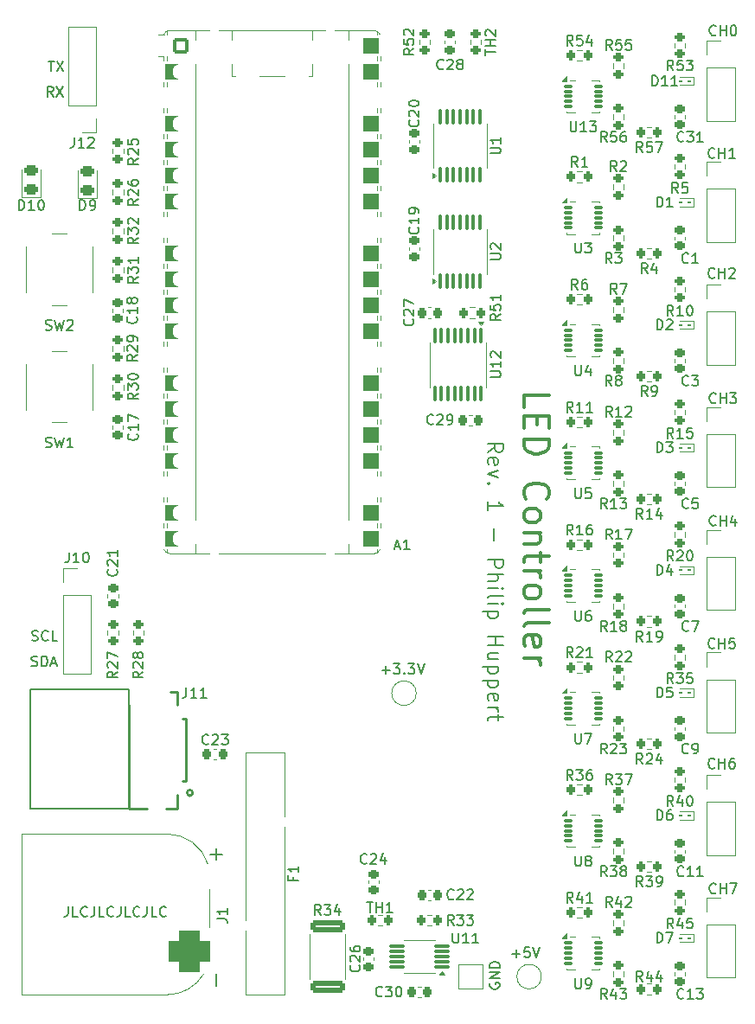
<source format=gbr>
%TF.GenerationSoftware,KiCad,Pcbnew,9.0.4*%
%TF.CreationDate,2025-11-02T13:51:21+01:00*%
%TF.ProjectId,controller,636f6e74-726f-46c6-9c65-722e6b696361,rev?*%
%TF.SameCoordinates,Original*%
%TF.FileFunction,Legend,Top*%
%TF.FilePolarity,Positive*%
%FSLAX46Y46*%
G04 Gerber Fmt 4.6, Leading zero omitted, Abs format (unit mm)*
G04 Created by KiCad (PCBNEW 9.0.4) date 2025-11-02 13:51:21*
%MOMM*%
%LPD*%
G01*
G04 APERTURE LIST*
G04 Aperture macros list*
%AMRoundRect*
0 Rectangle with rounded corners*
0 $1 Rounding radius*
0 $2 $3 $4 $5 $6 $7 $8 $9 X,Y pos of 4 corners*
0 Add a 4 corners polygon primitive as box body*
4,1,4,$2,$3,$4,$5,$6,$7,$8,$9,$2,$3,0*
0 Add four circle primitives for the rounded corners*
1,1,$1+$1,$2,$3*
1,1,$1+$1,$4,$5*
1,1,$1+$1,$6,$7*
1,1,$1+$1,$8,$9*
0 Add four rect primitives between the rounded corners*
20,1,$1+$1,$2,$3,$4,$5,0*
20,1,$1+$1,$4,$5,$6,$7,0*
20,1,$1+$1,$6,$7,$8,$9,0*
20,1,$1+$1,$8,$9,$2,$3,0*%
%AMFreePoly0*
4,1,37,0.800000,0.796148,0.878414,0.796148,1.032228,0.765552,1.177117,0.705537,1.307515,0.618408,1.418408,0.507515,1.505537,0.377117,1.565552,0.232228,1.596148,0.078414,1.596148,-0.078414,1.565552,-0.232228,1.505537,-0.377117,1.418408,-0.507515,1.307515,-0.618408,1.177117,-0.705537,1.032228,-0.765552,0.878414,-0.796148,0.800000,-0.796148,0.800000,-0.800000,-1.400000,-0.800000,
-1.403843,-0.796157,-1.439018,-0.796157,-1.511114,-0.766294,-1.566294,-0.711114,-1.596157,-0.639018,-1.596157,-0.603843,-1.600000,-0.600000,-1.600000,0.600000,-1.596157,0.603843,-1.596157,0.639018,-1.566294,0.711114,-1.511114,0.766294,-1.439018,0.796157,-1.403843,0.796157,-1.400000,0.800000,0.800000,0.800000,0.800000,0.796148,0.800000,0.796148,$1*%
%AMFreePoly1*
4,1,37,1.403843,0.796157,1.439018,0.796157,1.511114,0.766294,1.566294,0.711114,1.596157,0.639018,1.596157,0.603843,1.600000,0.600000,1.600000,-0.600000,1.596157,-0.603843,1.596157,-0.639018,1.566294,-0.711114,1.511114,-0.766294,1.439018,-0.796157,1.403843,-0.796157,1.400000,-0.800000,-0.800000,-0.800000,-0.800000,-0.796148,-0.878414,-0.796148,-1.032228,-0.765552,-1.177117,-0.705537,
-1.307515,-0.618408,-1.418408,-0.507515,-1.505537,-0.377117,-1.565552,-0.232228,-1.596148,-0.078414,-1.596148,0.078414,-1.565552,0.232228,-1.505537,0.377117,-1.418408,0.507515,-1.307515,0.618408,-1.177117,0.705537,-1.032228,0.765552,-0.878414,0.796148,-0.800000,0.796148,-0.800000,0.800000,1.400000,0.800000,1.403843,0.796157,1.403843,0.796157,$1*%
%AMFreePoly2*
4,1,37,0.603843,0.796157,0.639018,0.796157,0.711114,0.766294,0.766294,0.711114,0.796157,0.639018,0.796157,0.603843,0.800000,0.600000,0.800000,-0.600000,0.796157,-0.603843,0.796157,-0.639018,0.766294,-0.711114,0.711114,-0.766294,0.639018,-0.796157,0.603843,-0.796157,0.600000,-0.800000,0.000000,-0.800000,0.000000,-0.796148,-0.078414,-0.796148,-0.232228,-0.765552,-0.377117,-0.705537,
-0.507515,-0.618408,-0.618408,-0.507515,-0.705537,-0.377117,-0.765552,-0.232228,-0.796148,-0.078414,-0.796148,0.078414,-0.765552,0.232228,-0.705537,0.377117,-0.618408,0.507515,-0.507515,0.618408,-0.377117,0.705537,-0.232228,0.765552,-0.078414,0.796148,0.000000,0.796148,0.000000,0.800000,0.600000,0.800000,0.603843,0.796157,0.603843,0.796157,$1*%
%AMFreePoly3*
4,1,37,0.000000,0.796148,0.078414,0.796148,0.232228,0.765552,0.377117,0.705537,0.507515,0.618408,0.618408,0.507515,0.705537,0.377117,0.765552,0.232228,0.796148,0.078414,0.796148,-0.078414,0.765552,-0.232228,0.705537,-0.377117,0.618408,-0.507515,0.507515,-0.618408,0.377117,-0.705537,0.232228,-0.765552,0.078414,-0.796148,0.000000,-0.796148,0.000000,-0.800000,-0.600000,-0.800000,
-0.603843,-0.796157,-0.639018,-0.796157,-0.711114,-0.766294,-0.766294,-0.711114,-0.796157,-0.639018,-0.796157,-0.603843,-0.800000,-0.600000,-0.800000,0.600000,-0.796157,0.603843,-0.796157,0.639018,-0.766294,0.711114,-0.711114,0.766294,-0.639018,0.796157,-0.603843,0.796157,-0.600000,0.800000,0.000000,0.800000,0.000000,0.796148,0.000000,0.796148,$1*%
G04 Aperture macros list end*
%ADD10C,0.200000*%
%ADD11C,0.150000*%
%ADD12C,0.330000*%
%ADD13C,0.120000*%
%ADD14C,0.250000*%
%ADD15C,5.700000*%
%ADD16C,3.600000*%
%ADD17RoundRect,0.200000X-0.275000X0.200000X-0.275000X-0.200000X0.275000X-0.200000X0.275000X0.200000X0*%
%ADD18RoundRect,0.062500X-0.117500X-0.062500X0.117500X-0.062500X0.117500X0.062500X-0.117500X0.062500X0*%
%ADD19RoundRect,0.200000X-0.200000X-0.275000X0.200000X-0.275000X0.200000X0.275000X-0.200000X0.275000X0*%
%ADD20RoundRect,0.100000X0.100000X-0.637500X0.100000X0.637500X-0.100000X0.637500X-0.100000X-0.637500X0*%
%ADD21RoundRect,0.225000X-0.250000X0.225000X-0.250000X-0.225000X0.250000X-0.225000X0.250000X0.225000X0*%
%ADD22RoundRect,0.243750X0.456250X-0.243750X0.456250X0.243750X-0.456250X0.243750X-0.456250X-0.243750X0*%
%ADD23RoundRect,0.200000X0.275000X-0.200000X0.275000X0.200000X-0.275000X0.200000X-0.275000X-0.200000X0*%
%ADD24C,2.200000*%
%ADD25RoundRect,0.070000X-0.355000X-0.070000X0.355000X-0.070000X0.355000X0.070000X-0.355000X0.070000X0*%
%ADD26R,0.280000X0.700000*%
%ADD27R,1.650000X2.400000*%
%ADD28C,1.850000*%
%ADD29FreePoly0,0.000000*%
%ADD30RoundRect,0.200000X-0.600000X-0.600000X0.600000X-0.600000X0.600000X0.600000X-0.600000X0.600000X0*%
%ADD31RoundRect,0.800000X-0.800000X-0.000010X0.800000X-0.000010X0.800000X0.000010X-0.800000X0.000010X0*%
%ADD32C,1.600000*%
%ADD33FreePoly1,0.000000*%
%ADD34FreePoly2,0.000000*%
%ADD35FreePoly3,0.000000*%
%ADD36C,2.000000*%
%ADD37RoundRect,0.225000X0.225000X0.250000X-0.225000X0.250000X-0.225000X-0.250000X0.225000X-0.250000X0*%
%ADD38R,1.700000X1.700000*%
%ADD39C,1.700000*%
%ADD40RoundRect,0.225000X0.250000X-0.225000X0.250000X0.225000X-0.250000X0.225000X-0.250000X-0.225000X0*%
%ADD41R,1.200000X0.700000*%
%ADD42R,3.800000X1.500000*%
%ADD43R,1.400000X1.450000*%
%ADD44RoundRect,0.100000X-0.100000X0.637500X-0.100000X-0.637500X0.100000X-0.637500X0.100000X0.637500X0*%
%ADD45RoundRect,0.225000X-0.225000X-0.250000X0.225000X-0.250000X0.225000X0.250000X-0.225000X0.250000X0*%
%ADD46R,2.000000X2.000000*%
%ADD47RoundRect,0.200000X0.200000X0.275000X-0.200000X0.275000X-0.200000X-0.275000X0.200000X-0.275000X0*%
%ADD48R,2.000000X0.900000*%
%ADD49RoundRect,1.025000X1.025000X-1.025000X1.025000X1.025000X-1.025000X1.025000X-1.025000X-1.025000X0*%
%ADD50C,4.100000*%
%ADD51RoundRect,0.250000X1.425000X-0.362500X1.425000X0.362500X-1.425000X0.362500X-1.425000X-0.362500X0*%
%ADD52RoundRect,0.075000X0.650000X0.075000X-0.650000X0.075000X-0.650000X-0.075000X0.650000X-0.075000X0*%
G04 APERTURE END LIST*
D10*
X36380000Y-101350000D02*
X46080000Y-101350000D01*
X46080000Y-113050000D01*
X36380000Y-113050000D01*
X36380000Y-101350000D01*
D11*
X103528207Y-121274580D02*
X103480588Y-121322200D01*
X103480588Y-121322200D02*
X103337731Y-121369819D01*
X103337731Y-121369819D02*
X103242493Y-121369819D01*
X103242493Y-121369819D02*
X103099636Y-121322200D01*
X103099636Y-121322200D02*
X103004398Y-121226961D01*
X103004398Y-121226961D02*
X102956779Y-121131723D01*
X102956779Y-121131723D02*
X102909160Y-120941247D01*
X102909160Y-120941247D02*
X102909160Y-120798390D01*
X102909160Y-120798390D02*
X102956779Y-120607914D01*
X102956779Y-120607914D02*
X103004398Y-120512676D01*
X103004398Y-120512676D02*
X103099636Y-120417438D01*
X103099636Y-120417438D02*
X103242493Y-120369819D01*
X103242493Y-120369819D02*
X103337731Y-120369819D01*
X103337731Y-120369819D02*
X103480588Y-120417438D01*
X103480588Y-120417438D02*
X103528207Y-120465057D01*
X103956779Y-121369819D02*
X103956779Y-120369819D01*
X103956779Y-120846009D02*
X104528207Y-120846009D01*
X104528207Y-121369819D02*
X104528207Y-120369819D01*
X104909160Y-120369819D02*
X105575826Y-120369819D01*
X105575826Y-120369819D02*
X105147255Y-121369819D01*
X103408207Y-109024580D02*
X103360588Y-109072200D01*
X103360588Y-109072200D02*
X103217731Y-109119819D01*
X103217731Y-109119819D02*
X103122493Y-109119819D01*
X103122493Y-109119819D02*
X102979636Y-109072200D01*
X102979636Y-109072200D02*
X102884398Y-108976961D01*
X102884398Y-108976961D02*
X102836779Y-108881723D01*
X102836779Y-108881723D02*
X102789160Y-108691247D01*
X102789160Y-108691247D02*
X102789160Y-108548390D01*
X102789160Y-108548390D02*
X102836779Y-108357914D01*
X102836779Y-108357914D02*
X102884398Y-108262676D01*
X102884398Y-108262676D02*
X102979636Y-108167438D01*
X102979636Y-108167438D02*
X103122493Y-108119819D01*
X103122493Y-108119819D02*
X103217731Y-108119819D01*
X103217731Y-108119819D02*
X103360588Y-108167438D01*
X103360588Y-108167438D02*
X103408207Y-108215057D01*
X103836779Y-109119819D02*
X103836779Y-108119819D01*
X103836779Y-108596009D02*
X104408207Y-108596009D01*
X104408207Y-109119819D02*
X104408207Y-108119819D01*
X105312969Y-108119819D02*
X105122493Y-108119819D01*
X105122493Y-108119819D02*
X105027255Y-108167438D01*
X105027255Y-108167438D02*
X104979636Y-108215057D01*
X104979636Y-108215057D02*
X104884398Y-108357914D01*
X104884398Y-108357914D02*
X104836779Y-108548390D01*
X104836779Y-108548390D02*
X104836779Y-108929342D01*
X104836779Y-108929342D02*
X104884398Y-109024580D01*
X104884398Y-109024580D02*
X104932017Y-109072200D01*
X104932017Y-109072200D02*
X105027255Y-109119819D01*
X105027255Y-109119819D02*
X105217731Y-109119819D01*
X105217731Y-109119819D02*
X105312969Y-109072200D01*
X105312969Y-109072200D02*
X105360588Y-109024580D01*
X105360588Y-109024580D02*
X105408207Y-108929342D01*
X105408207Y-108929342D02*
X105408207Y-108691247D01*
X105408207Y-108691247D02*
X105360588Y-108596009D01*
X105360588Y-108596009D02*
X105312969Y-108548390D01*
X105312969Y-108548390D02*
X105217731Y-108500771D01*
X105217731Y-108500771D02*
X105027255Y-108500771D01*
X105027255Y-108500771D02*
X104932017Y-108548390D01*
X104932017Y-108548390D02*
X104884398Y-108596009D01*
X104884398Y-108596009D02*
X104836779Y-108691247D01*
X81417438Y-130139411D02*
X81369819Y-130234649D01*
X81369819Y-130234649D02*
X81369819Y-130377506D01*
X81369819Y-130377506D02*
X81417438Y-130520363D01*
X81417438Y-130520363D02*
X81512676Y-130615601D01*
X81512676Y-130615601D02*
X81607914Y-130663220D01*
X81607914Y-130663220D02*
X81798390Y-130710839D01*
X81798390Y-130710839D02*
X81941247Y-130710839D01*
X81941247Y-130710839D02*
X82131723Y-130663220D01*
X82131723Y-130663220D02*
X82226961Y-130615601D01*
X82226961Y-130615601D02*
X82322200Y-130520363D01*
X82322200Y-130520363D02*
X82369819Y-130377506D01*
X82369819Y-130377506D02*
X82369819Y-130282268D01*
X82369819Y-130282268D02*
X82322200Y-130139411D01*
X82322200Y-130139411D02*
X82274580Y-130091792D01*
X82274580Y-130091792D02*
X81941247Y-130091792D01*
X81941247Y-130091792D02*
X81941247Y-130282268D01*
X82369819Y-129663220D02*
X81369819Y-129663220D01*
X81369819Y-129663220D02*
X82369819Y-129091792D01*
X82369819Y-129091792D02*
X81369819Y-129091792D01*
X82369819Y-128615601D02*
X81369819Y-128615601D01*
X81369819Y-128615601D02*
X81369819Y-128377506D01*
X81369819Y-128377506D02*
X81417438Y-128234649D01*
X81417438Y-128234649D02*
X81512676Y-128139411D01*
X81512676Y-128139411D02*
X81607914Y-128091792D01*
X81607914Y-128091792D02*
X81798390Y-128044173D01*
X81798390Y-128044173D02*
X81941247Y-128044173D01*
X81941247Y-128044173D02*
X82131723Y-128091792D01*
X82131723Y-128091792D02*
X82226961Y-128139411D01*
X82226961Y-128139411D02*
X82322200Y-128234649D01*
X82322200Y-128234649D02*
X82369819Y-128377506D01*
X82369819Y-128377506D02*
X82369819Y-128615601D01*
D10*
X81193971Y-78145863D02*
X81908257Y-77645863D01*
X81193971Y-77288720D02*
X82693971Y-77288720D01*
X82693971Y-77288720D02*
X82693971Y-77860149D01*
X82693971Y-77860149D02*
X82622542Y-78003006D01*
X82622542Y-78003006D02*
X82551114Y-78074435D01*
X82551114Y-78074435D02*
X82408257Y-78145863D01*
X82408257Y-78145863D02*
X82193971Y-78145863D01*
X82193971Y-78145863D02*
X82051114Y-78074435D01*
X82051114Y-78074435D02*
X81979685Y-78003006D01*
X81979685Y-78003006D02*
X81908257Y-77860149D01*
X81908257Y-77860149D02*
X81908257Y-77288720D01*
X81265400Y-79360149D02*
X81193971Y-79217292D01*
X81193971Y-79217292D02*
X81193971Y-78931578D01*
X81193971Y-78931578D02*
X81265400Y-78788720D01*
X81265400Y-78788720D02*
X81408257Y-78717292D01*
X81408257Y-78717292D02*
X81979685Y-78717292D01*
X81979685Y-78717292D02*
X82122542Y-78788720D01*
X82122542Y-78788720D02*
X82193971Y-78931578D01*
X82193971Y-78931578D02*
X82193971Y-79217292D01*
X82193971Y-79217292D02*
X82122542Y-79360149D01*
X82122542Y-79360149D02*
X81979685Y-79431578D01*
X81979685Y-79431578D02*
X81836828Y-79431578D01*
X81836828Y-79431578D02*
X81693971Y-78717292D01*
X82193971Y-79931577D02*
X81193971Y-80288720D01*
X81193971Y-80288720D02*
X82193971Y-80645863D01*
X81336828Y-81217291D02*
X81265400Y-81288720D01*
X81265400Y-81288720D02*
X81193971Y-81217291D01*
X81193971Y-81217291D02*
X81265400Y-81145863D01*
X81265400Y-81145863D02*
X81336828Y-81217291D01*
X81336828Y-81217291D02*
X81193971Y-81217291D01*
X81193971Y-83860149D02*
X81193971Y-83003006D01*
X81193971Y-83431577D02*
X82693971Y-83431577D01*
X82693971Y-83431577D02*
X82479685Y-83288720D01*
X82479685Y-83288720D02*
X82336828Y-83145863D01*
X82336828Y-83145863D02*
X82265400Y-83003006D01*
X81765400Y-85645862D02*
X81765400Y-86788720D01*
X81193971Y-88645862D02*
X82693971Y-88645862D01*
X82693971Y-88645862D02*
X82693971Y-89217291D01*
X82693971Y-89217291D02*
X82622542Y-89360148D01*
X82622542Y-89360148D02*
X82551114Y-89431577D01*
X82551114Y-89431577D02*
X82408257Y-89503005D01*
X82408257Y-89503005D02*
X82193971Y-89503005D01*
X82193971Y-89503005D02*
X82051114Y-89431577D01*
X82051114Y-89431577D02*
X81979685Y-89360148D01*
X81979685Y-89360148D02*
X81908257Y-89217291D01*
X81908257Y-89217291D02*
X81908257Y-88645862D01*
X81193971Y-90145862D02*
X82693971Y-90145862D01*
X81193971Y-90788720D02*
X81979685Y-90788720D01*
X81979685Y-90788720D02*
X82122542Y-90717291D01*
X82122542Y-90717291D02*
X82193971Y-90574434D01*
X82193971Y-90574434D02*
X82193971Y-90360148D01*
X82193971Y-90360148D02*
X82122542Y-90217291D01*
X82122542Y-90217291D02*
X82051114Y-90145862D01*
X81193971Y-91503005D02*
X82193971Y-91503005D01*
X82693971Y-91503005D02*
X82622542Y-91431577D01*
X82622542Y-91431577D02*
X82551114Y-91503005D01*
X82551114Y-91503005D02*
X82622542Y-91574434D01*
X82622542Y-91574434D02*
X82693971Y-91503005D01*
X82693971Y-91503005D02*
X82551114Y-91503005D01*
X81193971Y-92431577D02*
X81265400Y-92288720D01*
X81265400Y-92288720D02*
X81408257Y-92217291D01*
X81408257Y-92217291D02*
X82693971Y-92217291D01*
X81193971Y-93003005D02*
X82193971Y-93003005D01*
X82693971Y-93003005D02*
X82622542Y-92931577D01*
X82622542Y-92931577D02*
X82551114Y-93003005D01*
X82551114Y-93003005D02*
X82622542Y-93074434D01*
X82622542Y-93074434D02*
X82693971Y-93003005D01*
X82693971Y-93003005D02*
X82551114Y-93003005D01*
X82193971Y-93717291D02*
X80693971Y-93717291D01*
X82122542Y-93717291D02*
X82193971Y-93860149D01*
X82193971Y-93860149D02*
X82193971Y-94145863D01*
X82193971Y-94145863D02*
X82122542Y-94288720D01*
X82122542Y-94288720D02*
X82051114Y-94360149D01*
X82051114Y-94360149D02*
X81908257Y-94431577D01*
X81908257Y-94431577D02*
X81479685Y-94431577D01*
X81479685Y-94431577D02*
X81336828Y-94360149D01*
X81336828Y-94360149D02*
X81265400Y-94288720D01*
X81265400Y-94288720D02*
X81193971Y-94145863D01*
X81193971Y-94145863D02*
X81193971Y-93860149D01*
X81193971Y-93860149D02*
X81265400Y-93717291D01*
X81193971Y-96217291D02*
X82693971Y-96217291D01*
X81979685Y-96217291D02*
X81979685Y-97074434D01*
X81193971Y-97074434D02*
X82693971Y-97074434D01*
X82193971Y-98431578D02*
X81193971Y-98431578D01*
X82193971Y-97788720D02*
X81408257Y-97788720D01*
X81408257Y-97788720D02*
X81265400Y-97860149D01*
X81265400Y-97860149D02*
X81193971Y-98003006D01*
X81193971Y-98003006D02*
X81193971Y-98217292D01*
X81193971Y-98217292D02*
X81265400Y-98360149D01*
X81265400Y-98360149D02*
X81336828Y-98431578D01*
X82193971Y-99145863D02*
X80693971Y-99145863D01*
X82122542Y-99145863D02*
X82193971Y-99288721D01*
X82193971Y-99288721D02*
X82193971Y-99574435D01*
X82193971Y-99574435D02*
X82122542Y-99717292D01*
X82122542Y-99717292D02*
X82051114Y-99788721D01*
X82051114Y-99788721D02*
X81908257Y-99860149D01*
X81908257Y-99860149D02*
X81479685Y-99860149D01*
X81479685Y-99860149D02*
X81336828Y-99788721D01*
X81336828Y-99788721D02*
X81265400Y-99717292D01*
X81265400Y-99717292D02*
X81193971Y-99574435D01*
X81193971Y-99574435D02*
X81193971Y-99288721D01*
X81193971Y-99288721D02*
X81265400Y-99145863D01*
X82193971Y-100503006D02*
X80693971Y-100503006D01*
X82122542Y-100503006D02*
X82193971Y-100645864D01*
X82193971Y-100645864D02*
X82193971Y-100931578D01*
X82193971Y-100931578D02*
X82122542Y-101074435D01*
X82122542Y-101074435D02*
X82051114Y-101145864D01*
X82051114Y-101145864D02*
X81908257Y-101217292D01*
X81908257Y-101217292D02*
X81479685Y-101217292D01*
X81479685Y-101217292D02*
X81336828Y-101145864D01*
X81336828Y-101145864D02*
X81265400Y-101074435D01*
X81265400Y-101074435D02*
X81193971Y-100931578D01*
X81193971Y-100931578D02*
X81193971Y-100645864D01*
X81193971Y-100645864D02*
X81265400Y-100503006D01*
X81265400Y-102431578D02*
X81193971Y-102288721D01*
X81193971Y-102288721D02*
X81193971Y-102003007D01*
X81193971Y-102003007D02*
X81265400Y-101860149D01*
X81265400Y-101860149D02*
X81408257Y-101788721D01*
X81408257Y-101788721D02*
X81979685Y-101788721D01*
X81979685Y-101788721D02*
X82122542Y-101860149D01*
X82122542Y-101860149D02*
X82193971Y-102003007D01*
X82193971Y-102003007D02*
X82193971Y-102288721D01*
X82193971Y-102288721D02*
X82122542Y-102431578D01*
X82122542Y-102431578D02*
X81979685Y-102503007D01*
X81979685Y-102503007D02*
X81836828Y-102503007D01*
X81836828Y-102503007D02*
X81693971Y-101788721D01*
X81193971Y-103145863D02*
X82193971Y-103145863D01*
X81908257Y-103145863D02*
X82051114Y-103217292D01*
X82051114Y-103217292D02*
X82122542Y-103288721D01*
X82122542Y-103288721D02*
X82193971Y-103431578D01*
X82193971Y-103431578D02*
X82193971Y-103574435D01*
X82193971Y-103860149D02*
X82193971Y-104431577D01*
X82693971Y-104074434D02*
X81408257Y-104074434D01*
X81408257Y-104074434D02*
X81265400Y-104145863D01*
X81265400Y-104145863D02*
X81193971Y-104288720D01*
X81193971Y-104288720D02*
X81193971Y-104431577D01*
D11*
X36539160Y-99072200D02*
X36682017Y-99119819D01*
X36682017Y-99119819D02*
X36920112Y-99119819D01*
X36920112Y-99119819D02*
X37015350Y-99072200D01*
X37015350Y-99072200D02*
X37062969Y-99024580D01*
X37062969Y-99024580D02*
X37110588Y-98929342D01*
X37110588Y-98929342D02*
X37110588Y-98834104D01*
X37110588Y-98834104D02*
X37062969Y-98738866D01*
X37062969Y-98738866D02*
X37015350Y-98691247D01*
X37015350Y-98691247D02*
X36920112Y-98643628D01*
X36920112Y-98643628D02*
X36729636Y-98596009D01*
X36729636Y-98596009D02*
X36634398Y-98548390D01*
X36634398Y-98548390D02*
X36586779Y-98500771D01*
X36586779Y-98500771D02*
X36539160Y-98405533D01*
X36539160Y-98405533D02*
X36539160Y-98310295D01*
X36539160Y-98310295D02*
X36586779Y-98215057D01*
X36586779Y-98215057D02*
X36634398Y-98167438D01*
X36634398Y-98167438D02*
X36729636Y-98119819D01*
X36729636Y-98119819D02*
X36967731Y-98119819D01*
X36967731Y-98119819D02*
X37110588Y-98167438D01*
X37539160Y-99119819D02*
X37539160Y-98119819D01*
X37539160Y-98119819D02*
X37777255Y-98119819D01*
X37777255Y-98119819D02*
X37920112Y-98167438D01*
X37920112Y-98167438D02*
X38015350Y-98262676D01*
X38015350Y-98262676D02*
X38062969Y-98357914D01*
X38062969Y-98357914D02*
X38110588Y-98548390D01*
X38110588Y-98548390D02*
X38110588Y-98691247D01*
X38110588Y-98691247D02*
X38062969Y-98881723D01*
X38062969Y-98881723D02*
X38015350Y-98976961D01*
X38015350Y-98976961D02*
X37920112Y-99072200D01*
X37920112Y-99072200D02*
X37777255Y-99119819D01*
X37777255Y-99119819D02*
X37539160Y-99119819D01*
X38491541Y-98834104D02*
X38967731Y-98834104D01*
X38396303Y-99119819D02*
X38729636Y-98119819D01*
X38729636Y-98119819D02*
X39062969Y-99119819D01*
X38658207Y-43369819D02*
X38324874Y-42893628D01*
X38086779Y-43369819D02*
X38086779Y-42369819D01*
X38086779Y-42369819D02*
X38467731Y-42369819D01*
X38467731Y-42369819D02*
X38562969Y-42417438D01*
X38562969Y-42417438D02*
X38610588Y-42465057D01*
X38610588Y-42465057D02*
X38658207Y-42560295D01*
X38658207Y-42560295D02*
X38658207Y-42703152D01*
X38658207Y-42703152D02*
X38610588Y-42798390D01*
X38610588Y-42798390D02*
X38562969Y-42846009D01*
X38562969Y-42846009D02*
X38467731Y-42893628D01*
X38467731Y-42893628D02*
X38086779Y-42893628D01*
X38991541Y-42369819D02*
X39658207Y-43369819D01*
X39658207Y-42369819D02*
X38991541Y-43369819D01*
D12*
X84723112Y-73802819D02*
X84723112Y-72612343D01*
X84723112Y-72612343D02*
X87223112Y-72612343D01*
X86032636Y-74636153D02*
X86032636Y-75469486D01*
X84723112Y-75826629D02*
X84723112Y-74636153D01*
X84723112Y-74636153D02*
X87223112Y-74636153D01*
X87223112Y-74636153D02*
X87223112Y-75826629D01*
X84723112Y-76898058D02*
X87223112Y-76898058D01*
X87223112Y-76898058D02*
X87223112Y-77493296D01*
X87223112Y-77493296D02*
X87104064Y-77850439D01*
X87104064Y-77850439D02*
X86865969Y-78088534D01*
X86865969Y-78088534D02*
X86627874Y-78207581D01*
X86627874Y-78207581D02*
X86151683Y-78326629D01*
X86151683Y-78326629D02*
X85794540Y-78326629D01*
X85794540Y-78326629D02*
X85318350Y-78207581D01*
X85318350Y-78207581D02*
X85080255Y-78088534D01*
X85080255Y-78088534D02*
X84842160Y-77850439D01*
X84842160Y-77850439D02*
X84723112Y-77493296D01*
X84723112Y-77493296D02*
X84723112Y-76898058D01*
X84961207Y-82731391D02*
X84842160Y-82612343D01*
X84842160Y-82612343D02*
X84723112Y-82255201D01*
X84723112Y-82255201D02*
X84723112Y-82017105D01*
X84723112Y-82017105D02*
X84842160Y-81659962D01*
X84842160Y-81659962D02*
X85080255Y-81421867D01*
X85080255Y-81421867D02*
X85318350Y-81302820D01*
X85318350Y-81302820D02*
X85794540Y-81183772D01*
X85794540Y-81183772D02*
X86151683Y-81183772D01*
X86151683Y-81183772D02*
X86627874Y-81302820D01*
X86627874Y-81302820D02*
X86865969Y-81421867D01*
X86865969Y-81421867D02*
X87104064Y-81659962D01*
X87104064Y-81659962D02*
X87223112Y-82017105D01*
X87223112Y-82017105D02*
X87223112Y-82255201D01*
X87223112Y-82255201D02*
X87104064Y-82612343D01*
X87104064Y-82612343D02*
X86985017Y-82731391D01*
X84723112Y-84159962D02*
X84842160Y-83921867D01*
X84842160Y-83921867D02*
X84961207Y-83802820D01*
X84961207Y-83802820D02*
X85199302Y-83683772D01*
X85199302Y-83683772D02*
X85913588Y-83683772D01*
X85913588Y-83683772D02*
X86151683Y-83802820D01*
X86151683Y-83802820D02*
X86270731Y-83921867D01*
X86270731Y-83921867D02*
X86389779Y-84159962D01*
X86389779Y-84159962D02*
X86389779Y-84517105D01*
X86389779Y-84517105D02*
X86270731Y-84755201D01*
X86270731Y-84755201D02*
X86151683Y-84874248D01*
X86151683Y-84874248D02*
X85913588Y-84993296D01*
X85913588Y-84993296D02*
X85199302Y-84993296D01*
X85199302Y-84993296D02*
X84961207Y-84874248D01*
X84961207Y-84874248D02*
X84842160Y-84755201D01*
X84842160Y-84755201D02*
X84723112Y-84517105D01*
X84723112Y-84517105D02*
X84723112Y-84159962D01*
X86389779Y-86064725D02*
X84723112Y-86064725D01*
X86151683Y-86064725D02*
X86270731Y-86183772D01*
X86270731Y-86183772D02*
X86389779Y-86421867D01*
X86389779Y-86421867D02*
X86389779Y-86779010D01*
X86389779Y-86779010D02*
X86270731Y-87017106D01*
X86270731Y-87017106D02*
X86032636Y-87136153D01*
X86032636Y-87136153D02*
X84723112Y-87136153D01*
X86389779Y-87969487D02*
X86389779Y-88921868D01*
X87223112Y-88326630D02*
X85080255Y-88326630D01*
X85080255Y-88326630D02*
X84842160Y-88445677D01*
X84842160Y-88445677D02*
X84723112Y-88683772D01*
X84723112Y-88683772D02*
X84723112Y-88921868D01*
X84723112Y-89755201D02*
X86389779Y-89755201D01*
X85913588Y-89755201D02*
X86151683Y-89874248D01*
X86151683Y-89874248D02*
X86270731Y-89993296D01*
X86270731Y-89993296D02*
X86389779Y-90231391D01*
X86389779Y-90231391D02*
X86389779Y-90469486D01*
X84723112Y-91659962D02*
X84842160Y-91421867D01*
X84842160Y-91421867D02*
X84961207Y-91302820D01*
X84961207Y-91302820D02*
X85199302Y-91183772D01*
X85199302Y-91183772D02*
X85913588Y-91183772D01*
X85913588Y-91183772D02*
X86151683Y-91302820D01*
X86151683Y-91302820D02*
X86270731Y-91421867D01*
X86270731Y-91421867D02*
X86389779Y-91659962D01*
X86389779Y-91659962D02*
X86389779Y-92017105D01*
X86389779Y-92017105D02*
X86270731Y-92255201D01*
X86270731Y-92255201D02*
X86151683Y-92374248D01*
X86151683Y-92374248D02*
X85913588Y-92493296D01*
X85913588Y-92493296D02*
X85199302Y-92493296D01*
X85199302Y-92493296D02*
X84961207Y-92374248D01*
X84961207Y-92374248D02*
X84842160Y-92255201D01*
X84842160Y-92255201D02*
X84723112Y-92017105D01*
X84723112Y-92017105D02*
X84723112Y-91659962D01*
X84723112Y-93921867D02*
X84842160Y-93683772D01*
X84842160Y-93683772D02*
X85080255Y-93564725D01*
X85080255Y-93564725D02*
X87223112Y-93564725D01*
X84723112Y-95231391D02*
X84842160Y-94993296D01*
X84842160Y-94993296D02*
X85080255Y-94874249D01*
X85080255Y-94874249D02*
X87223112Y-94874249D01*
X84842160Y-97136154D02*
X84723112Y-96898058D01*
X84723112Y-96898058D02*
X84723112Y-96421868D01*
X84723112Y-96421868D02*
X84842160Y-96183773D01*
X84842160Y-96183773D02*
X85080255Y-96064725D01*
X85080255Y-96064725D02*
X86032636Y-96064725D01*
X86032636Y-96064725D02*
X86270731Y-96183773D01*
X86270731Y-96183773D02*
X86389779Y-96421868D01*
X86389779Y-96421868D02*
X86389779Y-96898058D01*
X86389779Y-96898058D02*
X86270731Y-97136154D01*
X86270731Y-97136154D02*
X86032636Y-97255201D01*
X86032636Y-97255201D02*
X85794540Y-97255201D01*
X85794540Y-97255201D02*
X85556445Y-96064725D01*
X84723112Y-98326630D02*
X86389779Y-98326630D01*
X85913588Y-98326630D02*
X86151683Y-98445677D01*
X86151683Y-98445677D02*
X86270731Y-98564725D01*
X86270731Y-98564725D02*
X86389779Y-98802820D01*
X86389779Y-98802820D02*
X86389779Y-99040915D01*
D11*
X83586779Y-127238866D02*
X84348684Y-127238866D01*
X83967731Y-127619819D02*
X83967731Y-126857914D01*
X85301064Y-126619819D02*
X84824874Y-126619819D01*
X84824874Y-126619819D02*
X84777255Y-127096009D01*
X84777255Y-127096009D02*
X84824874Y-127048390D01*
X84824874Y-127048390D02*
X84920112Y-127000771D01*
X84920112Y-127000771D02*
X85158207Y-127000771D01*
X85158207Y-127000771D02*
X85253445Y-127048390D01*
X85253445Y-127048390D02*
X85301064Y-127096009D01*
X85301064Y-127096009D02*
X85348683Y-127191247D01*
X85348683Y-127191247D02*
X85348683Y-127429342D01*
X85348683Y-127429342D02*
X85301064Y-127524580D01*
X85301064Y-127524580D02*
X85253445Y-127572200D01*
X85253445Y-127572200D02*
X85158207Y-127619819D01*
X85158207Y-127619819D02*
X84920112Y-127619819D01*
X84920112Y-127619819D02*
X84824874Y-127572200D01*
X84824874Y-127572200D02*
X84777255Y-127524580D01*
X85634398Y-126619819D02*
X85967731Y-127619819D01*
X85967731Y-127619819D02*
X86301064Y-126619819D01*
X103528207Y-37274580D02*
X103480588Y-37322200D01*
X103480588Y-37322200D02*
X103337731Y-37369819D01*
X103337731Y-37369819D02*
X103242493Y-37369819D01*
X103242493Y-37369819D02*
X103099636Y-37322200D01*
X103099636Y-37322200D02*
X103004398Y-37226961D01*
X103004398Y-37226961D02*
X102956779Y-37131723D01*
X102956779Y-37131723D02*
X102909160Y-36941247D01*
X102909160Y-36941247D02*
X102909160Y-36798390D01*
X102909160Y-36798390D02*
X102956779Y-36607914D01*
X102956779Y-36607914D02*
X103004398Y-36512676D01*
X103004398Y-36512676D02*
X103099636Y-36417438D01*
X103099636Y-36417438D02*
X103242493Y-36369819D01*
X103242493Y-36369819D02*
X103337731Y-36369819D01*
X103337731Y-36369819D02*
X103480588Y-36417438D01*
X103480588Y-36417438D02*
X103528207Y-36465057D01*
X103956779Y-37369819D02*
X103956779Y-36369819D01*
X103956779Y-36846009D02*
X104528207Y-36846009D01*
X104528207Y-37369819D02*
X104528207Y-36369819D01*
X105194874Y-36369819D02*
X105290112Y-36369819D01*
X105290112Y-36369819D02*
X105385350Y-36417438D01*
X105385350Y-36417438D02*
X105432969Y-36465057D01*
X105432969Y-36465057D02*
X105480588Y-36560295D01*
X105480588Y-36560295D02*
X105528207Y-36750771D01*
X105528207Y-36750771D02*
X105528207Y-36988866D01*
X105528207Y-36988866D02*
X105480588Y-37179342D01*
X105480588Y-37179342D02*
X105432969Y-37274580D01*
X105432969Y-37274580D02*
X105385350Y-37322200D01*
X105385350Y-37322200D02*
X105290112Y-37369819D01*
X105290112Y-37369819D02*
X105194874Y-37369819D01*
X105194874Y-37369819D02*
X105099636Y-37322200D01*
X105099636Y-37322200D02*
X105052017Y-37274580D01*
X105052017Y-37274580D02*
X105004398Y-37179342D01*
X105004398Y-37179342D02*
X104956779Y-36988866D01*
X104956779Y-36988866D02*
X104956779Y-36750771D01*
X104956779Y-36750771D02*
X105004398Y-36560295D01*
X105004398Y-36560295D02*
X105052017Y-36465057D01*
X105052017Y-36465057D02*
X105099636Y-36417438D01*
X105099636Y-36417438D02*
X105194874Y-36369819D01*
X103408207Y-49274580D02*
X103360588Y-49322200D01*
X103360588Y-49322200D02*
X103217731Y-49369819D01*
X103217731Y-49369819D02*
X103122493Y-49369819D01*
X103122493Y-49369819D02*
X102979636Y-49322200D01*
X102979636Y-49322200D02*
X102884398Y-49226961D01*
X102884398Y-49226961D02*
X102836779Y-49131723D01*
X102836779Y-49131723D02*
X102789160Y-48941247D01*
X102789160Y-48941247D02*
X102789160Y-48798390D01*
X102789160Y-48798390D02*
X102836779Y-48607914D01*
X102836779Y-48607914D02*
X102884398Y-48512676D01*
X102884398Y-48512676D02*
X102979636Y-48417438D01*
X102979636Y-48417438D02*
X103122493Y-48369819D01*
X103122493Y-48369819D02*
X103217731Y-48369819D01*
X103217731Y-48369819D02*
X103360588Y-48417438D01*
X103360588Y-48417438D02*
X103408207Y-48465057D01*
X103836779Y-49369819D02*
X103836779Y-48369819D01*
X103836779Y-48846009D02*
X104408207Y-48846009D01*
X104408207Y-49369819D02*
X104408207Y-48369819D01*
X105408207Y-49369819D02*
X104836779Y-49369819D01*
X105122493Y-49369819D02*
X105122493Y-48369819D01*
X105122493Y-48369819D02*
X105027255Y-48512676D01*
X105027255Y-48512676D02*
X104932017Y-48607914D01*
X104932017Y-48607914D02*
X104836779Y-48655533D01*
X36579887Y-96572200D02*
X36722744Y-96619819D01*
X36722744Y-96619819D02*
X36960839Y-96619819D01*
X36960839Y-96619819D02*
X37056077Y-96572200D01*
X37056077Y-96572200D02*
X37103696Y-96524580D01*
X37103696Y-96524580D02*
X37151315Y-96429342D01*
X37151315Y-96429342D02*
X37151315Y-96334104D01*
X37151315Y-96334104D02*
X37103696Y-96238866D01*
X37103696Y-96238866D02*
X37056077Y-96191247D01*
X37056077Y-96191247D02*
X36960839Y-96143628D01*
X36960839Y-96143628D02*
X36770363Y-96096009D01*
X36770363Y-96096009D02*
X36675125Y-96048390D01*
X36675125Y-96048390D02*
X36627506Y-96000771D01*
X36627506Y-96000771D02*
X36579887Y-95905533D01*
X36579887Y-95905533D02*
X36579887Y-95810295D01*
X36579887Y-95810295D02*
X36627506Y-95715057D01*
X36627506Y-95715057D02*
X36675125Y-95667438D01*
X36675125Y-95667438D02*
X36770363Y-95619819D01*
X36770363Y-95619819D02*
X37008458Y-95619819D01*
X37008458Y-95619819D02*
X37151315Y-95667438D01*
X38151315Y-96524580D02*
X38103696Y-96572200D01*
X38103696Y-96572200D02*
X37960839Y-96619819D01*
X37960839Y-96619819D02*
X37865601Y-96619819D01*
X37865601Y-96619819D02*
X37722744Y-96572200D01*
X37722744Y-96572200D02*
X37627506Y-96476961D01*
X37627506Y-96476961D02*
X37579887Y-96381723D01*
X37579887Y-96381723D02*
X37532268Y-96191247D01*
X37532268Y-96191247D02*
X37532268Y-96048390D01*
X37532268Y-96048390D02*
X37579887Y-95857914D01*
X37579887Y-95857914D02*
X37627506Y-95762676D01*
X37627506Y-95762676D02*
X37722744Y-95667438D01*
X37722744Y-95667438D02*
X37865601Y-95619819D01*
X37865601Y-95619819D02*
X37960839Y-95619819D01*
X37960839Y-95619819D02*
X38103696Y-95667438D01*
X38103696Y-95667438D02*
X38151315Y-95715057D01*
X39056077Y-96619819D02*
X38579887Y-96619819D01*
X38579887Y-96619819D02*
X38579887Y-95619819D01*
X38193922Y-39869819D02*
X38765350Y-39869819D01*
X38479636Y-40869819D02*
X38479636Y-39869819D01*
X39003446Y-39869819D02*
X39670112Y-40869819D01*
X39670112Y-39869819D02*
X39003446Y-40869819D01*
X103528207Y-73274580D02*
X103480588Y-73322200D01*
X103480588Y-73322200D02*
X103337731Y-73369819D01*
X103337731Y-73369819D02*
X103242493Y-73369819D01*
X103242493Y-73369819D02*
X103099636Y-73322200D01*
X103099636Y-73322200D02*
X103004398Y-73226961D01*
X103004398Y-73226961D02*
X102956779Y-73131723D01*
X102956779Y-73131723D02*
X102909160Y-72941247D01*
X102909160Y-72941247D02*
X102909160Y-72798390D01*
X102909160Y-72798390D02*
X102956779Y-72607914D01*
X102956779Y-72607914D02*
X103004398Y-72512676D01*
X103004398Y-72512676D02*
X103099636Y-72417438D01*
X103099636Y-72417438D02*
X103242493Y-72369819D01*
X103242493Y-72369819D02*
X103337731Y-72369819D01*
X103337731Y-72369819D02*
X103480588Y-72417438D01*
X103480588Y-72417438D02*
X103528207Y-72465057D01*
X103956779Y-73369819D02*
X103956779Y-72369819D01*
X103956779Y-72846009D02*
X104528207Y-72846009D01*
X104528207Y-73369819D02*
X104528207Y-72369819D01*
X104909160Y-72369819D02*
X105528207Y-72369819D01*
X105528207Y-72369819D02*
X105194874Y-72750771D01*
X105194874Y-72750771D02*
X105337731Y-72750771D01*
X105337731Y-72750771D02*
X105432969Y-72798390D01*
X105432969Y-72798390D02*
X105480588Y-72846009D01*
X105480588Y-72846009D02*
X105528207Y-72941247D01*
X105528207Y-72941247D02*
X105528207Y-73179342D01*
X105528207Y-73179342D02*
X105480588Y-73274580D01*
X105480588Y-73274580D02*
X105432969Y-73322200D01*
X105432969Y-73322200D02*
X105337731Y-73369819D01*
X105337731Y-73369819D02*
X105052017Y-73369819D01*
X105052017Y-73369819D02*
X104956779Y-73322200D01*
X104956779Y-73322200D02*
X104909160Y-73274580D01*
X103408207Y-61024580D02*
X103360588Y-61072200D01*
X103360588Y-61072200D02*
X103217731Y-61119819D01*
X103217731Y-61119819D02*
X103122493Y-61119819D01*
X103122493Y-61119819D02*
X102979636Y-61072200D01*
X102979636Y-61072200D02*
X102884398Y-60976961D01*
X102884398Y-60976961D02*
X102836779Y-60881723D01*
X102836779Y-60881723D02*
X102789160Y-60691247D01*
X102789160Y-60691247D02*
X102789160Y-60548390D01*
X102789160Y-60548390D02*
X102836779Y-60357914D01*
X102836779Y-60357914D02*
X102884398Y-60262676D01*
X102884398Y-60262676D02*
X102979636Y-60167438D01*
X102979636Y-60167438D02*
X103122493Y-60119819D01*
X103122493Y-60119819D02*
X103217731Y-60119819D01*
X103217731Y-60119819D02*
X103360588Y-60167438D01*
X103360588Y-60167438D02*
X103408207Y-60215057D01*
X103836779Y-61119819D02*
X103836779Y-60119819D01*
X103836779Y-60596009D02*
X104408207Y-60596009D01*
X104408207Y-61119819D02*
X104408207Y-60119819D01*
X104836779Y-60215057D02*
X104884398Y-60167438D01*
X104884398Y-60167438D02*
X104979636Y-60119819D01*
X104979636Y-60119819D02*
X105217731Y-60119819D01*
X105217731Y-60119819D02*
X105312969Y-60167438D01*
X105312969Y-60167438D02*
X105360588Y-60215057D01*
X105360588Y-60215057D02*
X105408207Y-60310295D01*
X105408207Y-60310295D02*
X105408207Y-60405533D01*
X105408207Y-60405533D02*
X105360588Y-60548390D01*
X105360588Y-60548390D02*
X104789160Y-61119819D01*
X104789160Y-61119819D02*
X105408207Y-61119819D01*
X103528207Y-85274580D02*
X103480588Y-85322200D01*
X103480588Y-85322200D02*
X103337731Y-85369819D01*
X103337731Y-85369819D02*
X103242493Y-85369819D01*
X103242493Y-85369819D02*
X103099636Y-85322200D01*
X103099636Y-85322200D02*
X103004398Y-85226961D01*
X103004398Y-85226961D02*
X102956779Y-85131723D01*
X102956779Y-85131723D02*
X102909160Y-84941247D01*
X102909160Y-84941247D02*
X102909160Y-84798390D01*
X102909160Y-84798390D02*
X102956779Y-84607914D01*
X102956779Y-84607914D02*
X103004398Y-84512676D01*
X103004398Y-84512676D02*
X103099636Y-84417438D01*
X103099636Y-84417438D02*
X103242493Y-84369819D01*
X103242493Y-84369819D02*
X103337731Y-84369819D01*
X103337731Y-84369819D02*
X103480588Y-84417438D01*
X103480588Y-84417438D02*
X103528207Y-84465057D01*
X103956779Y-85369819D02*
X103956779Y-84369819D01*
X103956779Y-84846009D02*
X104528207Y-84846009D01*
X104528207Y-85369819D02*
X104528207Y-84369819D01*
X105432969Y-84703152D02*
X105432969Y-85369819D01*
X105194874Y-84322200D02*
X104956779Y-85036485D01*
X104956779Y-85036485D02*
X105575826Y-85036485D01*
X70836779Y-99488866D02*
X71598684Y-99488866D01*
X71217731Y-99869819D02*
X71217731Y-99107914D01*
X71979636Y-98869819D02*
X72598683Y-98869819D01*
X72598683Y-98869819D02*
X72265350Y-99250771D01*
X72265350Y-99250771D02*
X72408207Y-99250771D01*
X72408207Y-99250771D02*
X72503445Y-99298390D01*
X72503445Y-99298390D02*
X72551064Y-99346009D01*
X72551064Y-99346009D02*
X72598683Y-99441247D01*
X72598683Y-99441247D02*
X72598683Y-99679342D01*
X72598683Y-99679342D02*
X72551064Y-99774580D01*
X72551064Y-99774580D02*
X72503445Y-99822200D01*
X72503445Y-99822200D02*
X72408207Y-99869819D01*
X72408207Y-99869819D02*
X72122493Y-99869819D01*
X72122493Y-99869819D02*
X72027255Y-99822200D01*
X72027255Y-99822200D02*
X71979636Y-99774580D01*
X73027255Y-99774580D02*
X73074874Y-99822200D01*
X73074874Y-99822200D02*
X73027255Y-99869819D01*
X73027255Y-99869819D02*
X72979636Y-99822200D01*
X72979636Y-99822200D02*
X73027255Y-99774580D01*
X73027255Y-99774580D02*
X73027255Y-99869819D01*
X73408207Y-98869819D02*
X74027254Y-98869819D01*
X74027254Y-98869819D02*
X73693921Y-99250771D01*
X73693921Y-99250771D02*
X73836778Y-99250771D01*
X73836778Y-99250771D02*
X73932016Y-99298390D01*
X73932016Y-99298390D02*
X73979635Y-99346009D01*
X73979635Y-99346009D02*
X74027254Y-99441247D01*
X74027254Y-99441247D02*
X74027254Y-99679342D01*
X74027254Y-99679342D02*
X73979635Y-99774580D01*
X73979635Y-99774580D02*
X73932016Y-99822200D01*
X73932016Y-99822200D02*
X73836778Y-99869819D01*
X73836778Y-99869819D02*
X73551064Y-99869819D01*
X73551064Y-99869819D02*
X73455826Y-99822200D01*
X73455826Y-99822200D02*
X73408207Y-99774580D01*
X74312969Y-98869819D02*
X74646302Y-99869819D01*
X74646302Y-99869819D02*
X74979635Y-98869819D01*
X103408207Y-97274580D02*
X103360588Y-97322200D01*
X103360588Y-97322200D02*
X103217731Y-97369819D01*
X103217731Y-97369819D02*
X103122493Y-97369819D01*
X103122493Y-97369819D02*
X102979636Y-97322200D01*
X102979636Y-97322200D02*
X102884398Y-97226961D01*
X102884398Y-97226961D02*
X102836779Y-97131723D01*
X102836779Y-97131723D02*
X102789160Y-96941247D01*
X102789160Y-96941247D02*
X102789160Y-96798390D01*
X102789160Y-96798390D02*
X102836779Y-96607914D01*
X102836779Y-96607914D02*
X102884398Y-96512676D01*
X102884398Y-96512676D02*
X102979636Y-96417438D01*
X102979636Y-96417438D02*
X103122493Y-96369819D01*
X103122493Y-96369819D02*
X103217731Y-96369819D01*
X103217731Y-96369819D02*
X103360588Y-96417438D01*
X103360588Y-96417438D02*
X103408207Y-96465057D01*
X103836779Y-97369819D02*
X103836779Y-96369819D01*
X103836779Y-96846009D02*
X104408207Y-96846009D01*
X104408207Y-97369819D02*
X104408207Y-96369819D01*
X105360588Y-96369819D02*
X104884398Y-96369819D01*
X104884398Y-96369819D02*
X104836779Y-96846009D01*
X104836779Y-96846009D02*
X104884398Y-96798390D01*
X104884398Y-96798390D02*
X104979636Y-96750771D01*
X104979636Y-96750771D02*
X105217731Y-96750771D01*
X105217731Y-96750771D02*
X105312969Y-96798390D01*
X105312969Y-96798390D02*
X105360588Y-96846009D01*
X105360588Y-96846009D02*
X105408207Y-96941247D01*
X105408207Y-96941247D02*
X105408207Y-97179342D01*
X105408207Y-97179342D02*
X105360588Y-97274580D01*
X105360588Y-97274580D02*
X105312969Y-97322200D01*
X105312969Y-97322200D02*
X105217731Y-97369819D01*
X105217731Y-97369819D02*
X104979636Y-97369819D01*
X104979636Y-97369819D02*
X104884398Y-97322200D01*
X104884398Y-97322200D02*
X104836779Y-97274580D01*
X40122493Y-122619819D02*
X40122493Y-123334104D01*
X40122493Y-123334104D02*
X40074874Y-123476961D01*
X40074874Y-123476961D02*
X39979636Y-123572200D01*
X39979636Y-123572200D02*
X39836779Y-123619819D01*
X39836779Y-123619819D02*
X39741541Y-123619819D01*
X41074874Y-123619819D02*
X40598684Y-123619819D01*
X40598684Y-123619819D02*
X40598684Y-122619819D01*
X41979636Y-123524580D02*
X41932017Y-123572200D01*
X41932017Y-123572200D02*
X41789160Y-123619819D01*
X41789160Y-123619819D02*
X41693922Y-123619819D01*
X41693922Y-123619819D02*
X41551065Y-123572200D01*
X41551065Y-123572200D02*
X41455827Y-123476961D01*
X41455827Y-123476961D02*
X41408208Y-123381723D01*
X41408208Y-123381723D02*
X41360589Y-123191247D01*
X41360589Y-123191247D02*
X41360589Y-123048390D01*
X41360589Y-123048390D02*
X41408208Y-122857914D01*
X41408208Y-122857914D02*
X41455827Y-122762676D01*
X41455827Y-122762676D02*
X41551065Y-122667438D01*
X41551065Y-122667438D02*
X41693922Y-122619819D01*
X41693922Y-122619819D02*
X41789160Y-122619819D01*
X41789160Y-122619819D02*
X41932017Y-122667438D01*
X41932017Y-122667438D02*
X41979636Y-122715057D01*
X42693922Y-122619819D02*
X42693922Y-123334104D01*
X42693922Y-123334104D02*
X42646303Y-123476961D01*
X42646303Y-123476961D02*
X42551065Y-123572200D01*
X42551065Y-123572200D02*
X42408208Y-123619819D01*
X42408208Y-123619819D02*
X42312970Y-123619819D01*
X43646303Y-123619819D02*
X43170113Y-123619819D01*
X43170113Y-123619819D02*
X43170113Y-122619819D01*
X44551065Y-123524580D02*
X44503446Y-123572200D01*
X44503446Y-123572200D02*
X44360589Y-123619819D01*
X44360589Y-123619819D02*
X44265351Y-123619819D01*
X44265351Y-123619819D02*
X44122494Y-123572200D01*
X44122494Y-123572200D02*
X44027256Y-123476961D01*
X44027256Y-123476961D02*
X43979637Y-123381723D01*
X43979637Y-123381723D02*
X43932018Y-123191247D01*
X43932018Y-123191247D02*
X43932018Y-123048390D01*
X43932018Y-123048390D02*
X43979637Y-122857914D01*
X43979637Y-122857914D02*
X44027256Y-122762676D01*
X44027256Y-122762676D02*
X44122494Y-122667438D01*
X44122494Y-122667438D02*
X44265351Y-122619819D01*
X44265351Y-122619819D02*
X44360589Y-122619819D01*
X44360589Y-122619819D02*
X44503446Y-122667438D01*
X44503446Y-122667438D02*
X44551065Y-122715057D01*
X45265351Y-122619819D02*
X45265351Y-123334104D01*
X45265351Y-123334104D02*
X45217732Y-123476961D01*
X45217732Y-123476961D02*
X45122494Y-123572200D01*
X45122494Y-123572200D02*
X44979637Y-123619819D01*
X44979637Y-123619819D02*
X44884399Y-123619819D01*
X46217732Y-123619819D02*
X45741542Y-123619819D01*
X45741542Y-123619819D02*
X45741542Y-122619819D01*
X47122494Y-123524580D02*
X47074875Y-123572200D01*
X47074875Y-123572200D02*
X46932018Y-123619819D01*
X46932018Y-123619819D02*
X46836780Y-123619819D01*
X46836780Y-123619819D02*
X46693923Y-123572200D01*
X46693923Y-123572200D02*
X46598685Y-123476961D01*
X46598685Y-123476961D02*
X46551066Y-123381723D01*
X46551066Y-123381723D02*
X46503447Y-123191247D01*
X46503447Y-123191247D02*
X46503447Y-123048390D01*
X46503447Y-123048390D02*
X46551066Y-122857914D01*
X46551066Y-122857914D02*
X46598685Y-122762676D01*
X46598685Y-122762676D02*
X46693923Y-122667438D01*
X46693923Y-122667438D02*
X46836780Y-122619819D01*
X46836780Y-122619819D02*
X46932018Y-122619819D01*
X46932018Y-122619819D02*
X47074875Y-122667438D01*
X47074875Y-122667438D02*
X47122494Y-122715057D01*
X47836780Y-122619819D02*
X47836780Y-123334104D01*
X47836780Y-123334104D02*
X47789161Y-123476961D01*
X47789161Y-123476961D02*
X47693923Y-123572200D01*
X47693923Y-123572200D02*
X47551066Y-123619819D01*
X47551066Y-123619819D02*
X47455828Y-123619819D01*
X48789161Y-123619819D02*
X48312971Y-123619819D01*
X48312971Y-123619819D02*
X48312971Y-122619819D01*
X49693923Y-123524580D02*
X49646304Y-123572200D01*
X49646304Y-123572200D02*
X49503447Y-123619819D01*
X49503447Y-123619819D02*
X49408209Y-123619819D01*
X49408209Y-123619819D02*
X49265352Y-123572200D01*
X49265352Y-123572200D02*
X49170114Y-123476961D01*
X49170114Y-123476961D02*
X49122495Y-123381723D01*
X49122495Y-123381723D02*
X49074876Y-123191247D01*
X49074876Y-123191247D02*
X49074876Y-123048390D01*
X49074876Y-123048390D02*
X49122495Y-122857914D01*
X49122495Y-122857914D02*
X49170114Y-122762676D01*
X49170114Y-122762676D02*
X49265352Y-122667438D01*
X49265352Y-122667438D02*
X49408209Y-122619819D01*
X49408209Y-122619819D02*
X49503447Y-122619819D01*
X49503447Y-122619819D02*
X49646304Y-122667438D01*
X49646304Y-122667438D02*
X49693923Y-122715057D01*
X46954819Y-57142857D02*
X46478628Y-57476190D01*
X46954819Y-57714285D02*
X45954819Y-57714285D01*
X45954819Y-57714285D02*
X45954819Y-57333333D01*
X45954819Y-57333333D02*
X46002438Y-57238095D01*
X46002438Y-57238095D02*
X46050057Y-57190476D01*
X46050057Y-57190476D02*
X46145295Y-57142857D01*
X46145295Y-57142857D02*
X46288152Y-57142857D01*
X46288152Y-57142857D02*
X46383390Y-57190476D01*
X46383390Y-57190476D02*
X46431009Y-57238095D01*
X46431009Y-57238095D02*
X46478628Y-57333333D01*
X46478628Y-57333333D02*
X46478628Y-57714285D01*
X45954819Y-56809523D02*
X45954819Y-56190476D01*
X45954819Y-56190476D02*
X46335771Y-56523809D01*
X46335771Y-56523809D02*
X46335771Y-56380952D01*
X46335771Y-56380952D02*
X46383390Y-56285714D01*
X46383390Y-56285714D02*
X46431009Y-56238095D01*
X46431009Y-56238095D02*
X46526247Y-56190476D01*
X46526247Y-56190476D02*
X46764342Y-56190476D01*
X46764342Y-56190476D02*
X46859580Y-56238095D01*
X46859580Y-56238095D02*
X46907200Y-56285714D01*
X46907200Y-56285714D02*
X46954819Y-56380952D01*
X46954819Y-56380952D02*
X46954819Y-56666666D01*
X46954819Y-56666666D02*
X46907200Y-56761904D01*
X46907200Y-56761904D02*
X46859580Y-56809523D01*
X46050057Y-55809523D02*
X46002438Y-55761904D01*
X46002438Y-55761904D02*
X45954819Y-55666666D01*
X45954819Y-55666666D02*
X45954819Y-55428571D01*
X45954819Y-55428571D02*
X46002438Y-55333333D01*
X46002438Y-55333333D02*
X46050057Y-55285714D01*
X46050057Y-55285714D02*
X46145295Y-55238095D01*
X46145295Y-55238095D02*
X46240533Y-55238095D01*
X46240533Y-55238095D02*
X46383390Y-55285714D01*
X46383390Y-55285714D02*
X46954819Y-55857142D01*
X46954819Y-55857142D02*
X46954819Y-55238095D01*
X97761905Y-66154819D02*
X97761905Y-65154819D01*
X97761905Y-65154819D02*
X98000000Y-65154819D01*
X98000000Y-65154819D02*
X98142857Y-65202438D01*
X98142857Y-65202438D02*
X98238095Y-65297676D01*
X98238095Y-65297676D02*
X98285714Y-65392914D01*
X98285714Y-65392914D02*
X98333333Y-65583390D01*
X98333333Y-65583390D02*
X98333333Y-65726247D01*
X98333333Y-65726247D02*
X98285714Y-65916723D01*
X98285714Y-65916723D02*
X98238095Y-66011961D01*
X98238095Y-66011961D02*
X98142857Y-66107200D01*
X98142857Y-66107200D02*
X98000000Y-66154819D01*
X98000000Y-66154819D02*
X97761905Y-66154819D01*
X98714286Y-65250057D02*
X98761905Y-65202438D01*
X98761905Y-65202438D02*
X98857143Y-65154819D01*
X98857143Y-65154819D02*
X99095238Y-65154819D01*
X99095238Y-65154819D02*
X99190476Y-65202438D01*
X99190476Y-65202438D02*
X99238095Y-65250057D01*
X99238095Y-65250057D02*
X99285714Y-65345295D01*
X99285714Y-65345295D02*
X99285714Y-65440533D01*
X99285714Y-65440533D02*
X99238095Y-65583390D01*
X99238095Y-65583390D02*
X98666667Y-66154819D01*
X98666667Y-66154819D02*
X99285714Y-66154819D01*
X46884819Y-68642857D02*
X46408628Y-68976190D01*
X46884819Y-69214285D02*
X45884819Y-69214285D01*
X45884819Y-69214285D02*
X45884819Y-68833333D01*
X45884819Y-68833333D02*
X45932438Y-68738095D01*
X45932438Y-68738095D02*
X45980057Y-68690476D01*
X45980057Y-68690476D02*
X46075295Y-68642857D01*
X46075295Y-68642857D02*
X46218152Y-68642857D01*
X46218152Y-68642857D02*
X46313390Y-68690476D01*
X46313390Y-68690476D02*
X46361009Y-68738095D01*
X46361009Y-68738095D02*
X46408628Y-68833333D01*
X46408628Y-68833333D02*
X46408628Y-69214285D01*
X45980057Y-68261904D02*
X45932438Y-68214285D01*
X45932438Y-68214285D02*
X45884819Y-68119047D01*
X45884819Y-68119047D02*
X45884819Y-67880952D01*
X45884819Y-67880952D02*
X45932438Y-67785714D01*
X45932438Y-67785714D02*
X45980057Y-67738095D01*
X45980057Y-67738095D02*
X46075295Y-67690476D01*
X46075295Y-67690476D02*
X46170533Y-67690476D01*
X46170533Y-67690476D02*
X46313390Y-67738095D01*
X46313390Y-67738095D02*
X46884819Y-68309523D01*
X46884819Y-68309523D02*
X46884819Y-67690476D01*
X46884819Y-67214285D02*
X46884819Y-67023809D01*
X46884819Y-67023809D02*
X46837200Y-66928571D01*
X46837200Y-66928571D02*
X46789580Y-66880952D01*
X46789580Y-66880952D02*
X46646723Y-66785714D01*
X46646723Y-66785714D02*
X46456247Y-66738095D01*
X46456247Y-66738095D02*
X46075295Y-66738095D01*
X46075295Y-66738095D02*
X45980057Y-66785714D01*
X45980057Y-66785714D02*
X45932438Y-66833333D01*
X45932438Y-66833333D02*
X45884819Y-66928571D01*
X45884819Y-66928571D02*
X45884819Y-67119047D01*
X45884819Y-67119047D02*
X45932438Y-67214285D01*
X45932438Y-67214285D02*
X45980057Y-67261904D01*
X45980057Y-67261904D02*
X46075295Y-67309523D01*
X46075295Y-67309523D02*
X46313390Y-67309523D01*
X46313390Y-67309523D02*
X46408628Y-67261904D01*
X46408628Y-67261904D02*
X46456247Y-67214285D01*
X46456247Y-67214285D02*
X46503866Y-67119047D01*
X46503866Y-67119047D02*
X46503866Y-66928571D01*
X46503866Y-66928571D02*
X46456247Y-66833333D01*
X46456247Y-66833333D02*
X46408628Y-66785714D01*
X46408628Y-66785714D02*
X46313390Y-66738095D01*
X90008333Y-62224819D02*
X89675000Y-61748628D01*
X89436905Y-62224819D02*
X89436905Y-61224819D01*
X89436905Y-61224819D02*
X89817857Y-61224819D01*
X89817857Y-61224819D02*
X89913095Y-61272438D01*
X89913095Y-61272438D02*
X89960714Y-61320057D01*
X89960714Y-61320057D02*
X90008333Y-61415295D01*
X90008333Y-61415295D02*
X90008333Y-61558152D01*
X90008333Y-61558152D02*
X89960714Y-61653390D01*
X89960714Y-61653390D02*
X89913095Y-61701009D01*
X89913095Y-61701009D02*
X89817857Y-61748628D01*
X89817857Y-61748628D02*
X89436905Y-61748628D01*
X90865476Y-61224819D02*
X90675000Y-61224819D01*
X90675000Y-61224819D02*
X90579762Y-61272438D01*
X90579762Y-61272438D02*
X90532143Y-61320057D01*
X90532143Y-61320057D02*
X90436905Y-61462914D01*
X90436905Y-61462914D02*
X90389286Y-61653390D01*
X90389286Y-61653390D02*
X90389286Y-62034342D01*
X90389286Y-62034342D02*
X90436905Y-62129580D01*
X90436905Y-62129580D02*
X90484524Y-62177200D01*
X90484524Y-62177200D02*
X90579762Y-62224819D01*
X90579762Y-62224819D02*
X90770238Y-62224819D01*
X90770238Y-62224819D02*
X90865476Y-62177200D01*
X90865476Y-62177200D02*
X90913095Y-62129580D01*
X90913095Y-62129580D02*
X90960714Y-62034342D01*
X90960714Y-62034342D02*
X90960714Y-61796247D01*
X90960714Y-61796247D02*
X90913095Y-61701009D01*
X90913095Y-61701009D02*
X90865476Y-61653390D01*
X90865476Y-61653390D02*
X90770238Y-61605771D01*
X90770238Y-61605771D02*
X90579762Y-61605771D01*
X90579762Y-61605771D02*
X90484524Y-61653390D01*
X90484524Y-61653390D02*
X90436905Y-61701009D01*
X90436905Y-61701009D02*
X90389286Y-61796247D01*
X81454819Y-48919274D02*
X82264342Y-48919274D01*
X82264342Y-48919274D02*
X82359580Y-48871655D01*
X82359580Y-48871655D02*
X82407200Y-48824036D01*
X82407200Y-48824036D02*
X82454819Y-48728798D01*
X82454819Y-48728798D02*
X82454819Y-48538322D01*
X82454819Y-48538322D02*
X82407200Y-48443084D01*
X82407200Y-48443084D02*
X82359580Y-48395465D01*
X82359580Y-48395465D02*
X82264342Y-48347846D01*
X82264342Y-48347846D02*
X81454819Y-48347846D01*
X82454819Y-47347846D02*
X82454819Y-47919274D01*
X82454819Y-47633560D02*
X81454819Y-47633560D01*
X81454819Y-47633560D02*
X81597676Y-47728798D01*
X81597676Y-47728798D02*
X81692914Y-47824036D01*
X81692914Y-47824036D02*
X81740533Y-47919274D01*
X96357142Y-129954819D02*
X96023809Y-129478628D01*
X95785714Y-129954819D02*
X95785714Y-128954819D01*
X95785714Y-128954819D02*
X96166666Y-128954819D01*
X96166666Y-128954819D02*
X96261904Y-129002438D01*
X96261904Y-129002438D02*
X96309523Y-129050057D01*
X96309523Y-129050057D02*
X96357142Y-129145295D01*
X96357142Y-129145295D02*
X96357142Y-129288152D01*
X96357142Y-129288152D02*
X96309523Y-129383390D01*
X96309523Y-129383390D02*
X96261904Y-129431009D01*
X96261904Y-129431009D02*
X96166666Y-129478628D01*
X96166666Y-129478628D02*
X95785714Y-129478628D01*
X97214285Y-129288152D02*
X97214285Y-129954819D01*
X96976190Y-128907200D02*
X96738095Y-129621485D01*
X96738095Y-129621485D02*
X97357142Y-129621485D01*
X98166666Y-129288152D02*
X98166666Y-129954819D01*
X97928571Y-128907200D02*
X97690476Y-129621485D01*
X97690476Y-129621485D02*
X98309523Y-129621485D01*
X97761905Y-78174819D02*
X97761905Y-77174819D01*
X97761905Y-77174819D02*
X98000000Y-77174819D01*
X98000000Y-77174819D02*
X98142857Y-77222438D01*
X98142857Y-77222438D02*
X98238095Y-77317676D01*
X98238095Y-77317676D02*
X98285714Y-77412914D01*
X98285714Y-77412914D02*
X98333333Y-77603390D01*
X98333333Y-77603390D02*
X98333333Y-77746247D01*
X98333333Y-77746247D02*
X98285714Y-77936723D01*
X98285714Y-77936723D02*
X98238095Y-78031961D01*
X98238095Y-78031961D02*
X98142857Y-78127200D01*
X98142857Y-78127200D02*
X98000000Y-78174819D01*
X98000000Y-78174819D02*
X97761905Y-78174819D01*
X98666667Y-77174819D02*
X99285714Y-77174819D01*
X99285714Y-77174819D02*
X98952381Y-77555771D01*
X98952381Y-77555771D02*
X99095238Y-77555771D01*
X99095238Y-77555771D02*
X99190476Y-77603390D01*
X99190476Y-77603390D02*
X99238095Y-77651009D01*
X99238095Y-77651009D02*
X99285714Y-77746247D01*
X99285714Y-77746247D02*
X99285714Y-77984342D01*
X99285714Y-77984342D02*
X99238095Y-78079580D01*
X99238095Y-78079580D02*
X99190476Y-78127200D01*
X99190476Y-78127200D02*
X99095238Y-78174819D01*
X99095238Y-78174819D02*
X98809524Y-78174819D01*
X98809524Y-78174819D02*
X98714286Y-78127200D01*
X98714286Y-78127200D02*
X98666667Y-78079580D01*
X74359580Y-56142857D02*
X74407200Y-56190476D01*
X74407200Y-56190476D02*
X74454819Y-56333333D01*
X74454819Y-56333333D02*
X74454819Y-56428571D01*
X74454819Y-56428571D02*
X74407200Y-56571428D01*
X74407200Y-56571428D02*
X74311961Y-56666666D01*
X74311961Y-56666666D02*
X74216723Y-56714285D01*
X74216723Y-56714285D02*
X74026247Y-56761904D01*
X74026247Y-56761904D02*
X73883390Y-56761904D01*
X73883390Y-56761904D02*
X73692914Y-56714285D01*
X73692914Y-56714285D02*
X73597676Y-56666666D01*
X73597676Y-56666666D02*
X73502438Y-56571428D01*
X73502438Y-56571428D02*
X73454819Y-56428571D01*
X73454819Y-56428571D02*
X73454819Y-56333333D01*
X73454819Y-56333333D02*
X73502438Y-56190476D01*
X73502438Y-56190476D02*
X73550057Y-56142857D01*
X74454819Y-55190476D02*
X74454819Y-55761904D01*
X74454819Y-55476190D02*
X73454819Y-55476190D01*
X73454819Y-55476190D02*
X73597676Y-55571428D01*
X73597676Y-55571428D02*
X73692914Y-55666666D01*
X73692914Y-55666666D02*
X73740533Y-55761904D01*
X74454819Y-54714285D02*
X74454819Y-54523809D01*
X74454819Y-54523809D02*
X74407200Y-54428571D01*
X74407200Y-54428571D02*
X74359580Y-54380952D01*
X74359580Y-54380952D02*
X74216723Y-54285714D01*
X74216723Y-54285714D02*
X74026247Y-54238095D01*
X74026247Y-54238095D02*
X73645295Y-54238095D01*
X73645295Y-54238095D02*
X73550057Y-54285714D01*
X73550057Y-54285714D02*
X73502438Y-54333333D01*
X73502438Y-54333333D02*
X73454819Y-54428571D01*
X73454819Y-54428571D02*
X73454819Y-54619047D01*
X73454819Y-54619047D02*
X73502438Y-54714285D01*
X73502438Y-54714285D02*
X73550057Y-54761904D01*
X73550057Y-54761904D02*
X73645295Y-54809523D01*
X73645295Y-54809523D02*
X73883390Y-54809523D01*
X73883390Y-54809523D02*
X73978628Y-54761904D01*
X73978628Y-54761904D02*
X74026247Y-54714285D01*
X74026247Y-54714285D02*
X74073866Y-54619047D01*
X74073866Y-54619047D02*
X74073866Y-54428571D01*
X74073866Y-54428571D02*
X74026247Y-54333333D01*
X74026247Y-54333333D02*
X73978628Y-54285714D01*
X73978628Y-54285714D02*
X73883390Y-54238095D01*
X96357142Y-120674819D02*
X96023809Y-120198628D01*
X95785714Y-120674819D02*
X95785714Y-119674819D01*
X95785714Y-119674819D02*
X96166666Y-119674819D01*
X96166666Y-119674819D02*
X96261904Y-119722438D01*
X96261904Y-119722438D02*
X96309523Y-119770057D01*
X96309523Y-119770057D02*
X96357142Y-119865295D01*
X96357142Y-119865295D02*
X96357142Y-120008152D01*
X96357142Y-120008152D02*
X96309523Y-120103390D01*
X96309523Y-120103390D02*
X96261904Y-120151009D01*
X96261904Y-120151009D02*
X96166666Y-120198628D01*
X96166666Y-120198628D02*
X95785714Y-120198628D01*
X96690476Y-119674819D02*
X97309523Y-119674819D01*
X97309523Y-119674819D02*
X96976190Y-120055771D01*
X96976190Y-120055771D02*
X97119047Y-120055771D01*
X97119047Y-120055771D02*
X97214285Y-120103390D01*
X97214285Y-120103390D02*
X97261904Y-120151009D01*
X97261904Y-120151009D02*
X97309523Y-120246247D01*
X97309523Y-120246247D02*
X97309523Y-120484342D01*
X97309523Y-120484342D02*
X97261904Y-120579580D01*
X97261904Y-120579580D02*
X97214285Y-120627200D01*
X97214285Y-120627200D02*
X97119047Y-120674819D01*
X97119047Y-120674819D02*
X96833333Y-120674819D01*
X96833333Y-120674819D02*
X96738095Y-120627200D01*
X96738095Y-120627200D02*
X96690476Y-120579580D01*
X97785714Y-120674819D02*
X97976190Y-120674819D01*
X97976190Y-120674819D02*
X98071428Y-120627200D01*
X98071428Y-120627200D02*
X98119047Y-120579580D01*
X98119047Y-120579580D02*
X98214285Y-120436723D01*
X98214285Y-120436723D02*
X98261904Y-120246247D01*
X98261904Y-120246247D02*
X98261904Y-119865295D01*
X98261904Y-119865295D02*
X98214285Y-119770057D01*
X98214285Y-119770057D02*
X98166666Y-119722438D01*
X98166666Y-119722438D02*
X98071428Y-119674819D01*
X98071428Y-119674819D02*
X97880952Y-119674819D01*
X97880952Y-119674819D02*
X97785714Y-119722438D01*
X97785714Y-119722438D02*
X97738095Y-119770057D01*
X97738095Y-119770057D02*
X97690476Y-119865295D01*
X97690476Y-119865295D02*
X97690476Y-120103390D01*
X97690476Y-120103390D02*
X97738095Y-120198628D01*
X97738095Y-120198628D02*
X97785714Y-120246247D01*
X97785714Y-120246247D02*
X97880952Y-120293866D01*
X97880952Y-120293866D02*
X98071428Y-120293866D01*
X98071428Y-120293866D02*
X98166666Y-120246247D01*
X98166666Y-120246247D02*
X98214285Y-120198628D01*
X98214285Y-120198628D02*
X98261904Y-120103390D01*
X100357142Y-47684580D02*
X100309523Y-47732200D01*
X100309523Y-47732200D02*
X100166666Y-47779819D01*
X100166666Y-47779819D02*
X100071428Y-47779819D01*
X100071428Y-47779819D02*
X99928571Y-47732200D01*
X99928571Y-47732200D02*
X99833333Y-47636961D01*
X99833333Y-47636961D02*
X99785714Y-47541723D01*
X99785714Y-47541723D02*
X99738095Y-47351247D01*
X99738095Y-47351247D02*
X99738095Y-47208390D01*
X99738095Y-47208390D02*
X99785714Y-47017914D01*
X99785714Y-47017914D02*
X99833333Y-46922676D01*
X99833333Y-46922676D02*
X99928571Y-46827438D01*
X99928571Y-46827438D02*
X100071428Y-46779819D01*
X100071428Y-46779819D02*
X100166666Y-46779819D01*
X100166666Y-46779819D02*
X100309523Y-46827438D01*
X100309523Y-46827438D02*
X100357142Y-46875057D01*
X100690476Y-46779819D02*
X101309523Y-46779819D01*
X101309523Y-46779819D02*
X100976190Y-47160771D01*
X100976190Y-47160771D02*
X101119047Y-47160771D01*
X101119047Y-47160771D02*
X101214285Y-47208390D01*
X101214285Y-47208390D02*
X101261904Y-47256009D01*
X101261904Y-47256009D02*
X101309523Y-47351247D01*
X101309523Y-47351247D02*
X101309523Y-47589342D01*
X101309523Y-47589342D02*
X101261904Y-47684580D01*
X101261904Y-47684580D02*
X101214285Y-47732200D01*
X101214285Y-47732200D02*
X101119047Y-47779819D01*
X101119047Y-47779819D02*
X100833333Y-47779819D01*
X100833333Y-47779819D02*
X100738095Y-47732200D01*
X100738095Y-47732200D02*
X100690476Y-47684580D01*
X102261904Y-47779819D02*
X101690476Y-47779819D01*
X101976190Y-47779819D02*
X101976190Y-46779819D01*
X101976190Y-46779819D02*
X101880952Y-46922676D01*
X101880952Y-46922676D02*
X101785714Y-47017914D01*
X101785714Y-47017914D02*
X101690476Y-47065533D01*
X35285714Y-54454819D02*
X35285714Y-53454819D01*
X35285714Y-53454819D02*
X35523809Y-53454819D01*
X35523809Y-53454819D02*
X35666666Y-53502438D01*
X35666666Y-53502438D02*
X35761904Y-53597676D01*
X35761904Y-53597676D02*
X35809523Y-53692914D01*
X35809523Y-53692914D02*
X35857142Y-53883390D01*
X35857142Y-53883390D02*
X35857142Y-54026247D01*
X35857142Y-54026247D02*
X35809523Y-54216723D01*
X35809523Y-54216723D02*
X35761904Y-54311961D01*
X35761904Y-54311961D02*
X35666666Y-54407200D01*
X35666666Y-54407200D02*
X35523809Y-54454819D01*
X35523809Y-54454819D02*
X35285714Y-54454819D01*
X36809523Y-54454819D02*
X36238095Y-54454819D01*
X36523809Y-54454819D02*
X36523809Y-53454819D01*
X36523809Y-53454819D02*
X36428571Y-53597676D01*
X36428571Y-53597676D02*
X36333333Y-53692914D01*
X36333333Y-53692914D02*
X36238095Y-53740533D01*
X37428571Y-53454819D02*
X37523809Y-53454819D01*
X37523809Y-53454819D02*
X37619047Y-53502438D01*
X37619047Y-53502438D02*
X37666666Y-53550057D01*
X37666666Y-53550057D02*
X37714285Y-53645295D01*
X37714285Y-53645295D02*
X37761904Y-53835771D01*
X37761904Y-53835771D02*
X37761904Y-54073866D01*
X37761904Y-54073866D02*
X37714285Y-54264342D01*
X37714285Y-54264342D02*
X37666666Y-54359580D01*
X37666666Y-54359580D02*
X37619047Y-54407200D01*
X37619047Y-54407200D02*
X37523809Y-54454819D01*
X37523809Y-54454819D02*
X37428571Y-54454819D01*
X37428571Y-54454819D02*
X37333333Y-54407200D01*
X37333333Y-54407200D02*
X37285714Y-54359580D01*
X37285714Y-54359580D02*
X37238095Y-54264342D01*
X37238095Y-54264342D02*
X37190476Y-54073866D01*
X37190476Y-54073866D02*
X37190476Y-53835771D01*
X37190476Y-53835771D02*
X37238095Y-53645295D01*
X37238095Y-53645295D02*
X37285714Y-53550057D01*
X37285714Y-53550057D02*
X37333333Y-53502438D01*
X37333333Y-53502438D02*
X37428571Y-53454819D01*
X96357142Y-96674819D02*
X96023809Y-96198628D01*
X95785714Y-96674819D02*
X95785714Y-95674819D01*
X95785714Y-95674819D02*
X96166666Y-95674819D01*
X96166666Y-95674819D02*
X96261904Y-95722438D01*
X96261904Y-95722438D02*
X96309523Y-95770057D01*
X96309523Y-95770057D02*
X96357142Y-95865295D01*
X96357142Y-95865295D02*
X96357142Y-96008152D01*
X96357142Y-96008152D02*
X96309523Y-96103390D01*
X96309523Y-96103390D02*
X96261904Y-96151009D01*
X96261904Y-96151009D02*
X96166666Y-96198628D01*
X96166666Y-96198628D02*
X95785714Y-96198628D01*
X97309523Y-96674819D02*
X96738095Y-96674819D01*
X97023809Y-96674819D02*
X97023809Y-95674819D01*
X97023809Y-95674819D02*
X96928571Y-95817676D01*
X96928571Y-95817676D02*
X96833333Y-95912914D01*
X96833333Y-95912914D02*
X96738095Y-95960533D01*
X97785714Y-96674819D02*
X97976190Y-96674819D01*
X97976190Y-96674819D02*
X98071428Y-96627200D01*
X98071428Y-96627200D02*
X98119047Y-96579580D01*
X98119047Y-96579580D02*
X98214285Y-96436723D01*
X98214285Y-96436723D02*
X98261904Y-96246247D01*
X98261904Y-96246247D02*
X98261904Y-95865295D01*
X98261904Y-95865295D02*
X98214285Y-95770057D01*
X98214285Y-95770057D02*
X98166666Y-95722438D01*
X98166666Y-95722438D02*
X98071428Y-95674819D01*
X98071428Y-95674819D02*
X97880952Y-95674819D01*
X97880952Y-95674819D02*
X97785714Y-95722438D01*
X97785714Y-95722438D02*
X97738095Y-95770057D01*
X97738095Y-95770057D02*
X97690476Y-95865295D01*
X97690476Y-95865295D02*
X97690476Y-96103390D01*
X97690476Y-96103390D02*
X97738095Y-96198628D01*
X97738095Y-96198628D02*
X97785714Y-96246247D01*
X97785714Y-96246247D02*
X97880952Y-96293866D01*
X97880952Y-96293866D02*
X98071428Y-96293866D01*
X98071428Y-96293866D02*
X98166666Y-96246247D01*
X98166666Y-96246247D02*
X98214285Y-96198628D01*
X98214285Y-96198628D02*
X98261904Y-96103390D01*
X93357142Y-110674819D02*
X93023809Y-110198628D01*
X92785714Y-110674819D02*
X92785714Y-109674819D01*
X92785714Y-109674819D02*
X93166666Y-109674819D01*
X93166666Y-109674819D02*
X93261904Y-109722438D01*
X93261904Y-109722438D02*
X93309523Y-109770057D01*
X93309523Y-109770057D02*
X93357142Y-109865295D01*
X93357142Y-109865295D02*
X93357142Y-110008152D01*
X93357142Y-110008152D02*
X93309523Y-110103390D01*
X93309523Y-110103390D02*
X93261904Y-110151009D01*
X93261904Y-110151009D02*
X93166666Y-110198628D01*
X93166666Y-110198628D02*
X92785714Y-110198628D01*
X93690476Y-109674819D02*
X94309523Y-109674819D01*
X94309523Y-109674819D02*
X93976190Y-110055771D01*
X93976190Y-110055771D02*
X94119047Y-110055771D01*
X94119047Y-110055771D02*
X94214285Y-110103390D01*
X94214285Y-110103390D02*
X94261904Y-110151009D01*
X94261904Y-110151009D02*
X94309523Y-110246247D01*
X94309523Y-110246247D02*
X94309523Y-110484342D01*
X94309523Y-110484342D02*
X94261904Y-110579580D01*
X94261904Y-110579580D02*
X94214285Y-110627200D01*
X94214285Y-110627200D02*
X94119047Y-110674819D01*
X94119047Y-110674819D02*
X93833333Y-110674819D01*
X93833333Y-110674819D02*
X93738095Y-110627200D01*
X93738095Y-110627200D02*
X93690476Y-110579580D01*
X94642857Y-109674819D02*
X95309523Y-109674819D01*
X95309523Y-109674819D02*
X94880952Y-110674819D01*
X100833333Y-95579580D02*
X100785714Y-95627200D01*
X100785714Y-95627200D02*
X100642857Y-95674819D01*
X100642857Y-95674819D02*
X100547619Y-95674819D01*
X100547619Y-95674819D02*
X100404762Y-95627200D01*
X100404762Y-95627200D02*
X100309524Y-95531961D01*
X100309524Y-95531961D02*
X100261905Y-95436723D01*
X100261905Y-95436723D02*
X100214286Y-95246247D01*
X100214286Y-95246247D02*
X100214286Y-95103390D01*
X100214286Y-95103390D02*
X100261905Y-94912914D01*
X100261905Y-94912914D02*
X100309524Y-94817676D01*
X100309524Y-94817676D02*
X100404762Y-94722438D01*
X100404762Y-94722438D02*
X100547619Y-94674819D01*
X100547619Y-94674819D02*
X100642857Y-94674819D01*
X100642857Y-94674819D02*
X100785714Y-94722438D01*
X100785714Y-94722438D02*
X100833333Y-94770057D01*
X101166667Y-94674819D02*
X101833333Y-94674819D01*
X101833333Y-94674819D02*
X101404762Y-95674819D01*
X99357142Y-64779819D02*
X99023809Y-64303628D01*
X98785714Y-64779819D02*
X98785714Y-63779819D01*
X98785714Y-63779819D02*
X99166666Y-63779819D01*
X99166666Y-63779819D02*
X99261904Y-63827438D01*
X99261904Y-63827438D02*
X99309523Y-63875057D01*
X99309523Y-63875057D02*
X99357142Y-63970295D01*
X99357142Y-63970295D02*
X99357142Y-64113152D01*
X99357142Y-64113152D02*
X99309523Y-64208390D01*
X99309523Y-64208390D02*
X99261904Y-64256009D01*
X99261904Y-64256009D02*
X99166666Y-64303628D01*
X99166666Y-64303628D02*
X98785714Y-64303628D01*
X100309523Y-64779819D02*
X99738095Y-64779819D01*
X100023809Y-64779819D02*
X100023809Y-63779819D01*
X100023809Y-63779819D02*
X99928571Y-63922676D01*
X99928571Y-63922676D02*
X99833333Y-64017914D01*
X99833333Y-64017914D02*
X99738095Y-64065533D01*
X100928571Y-63779819D02*
X101023809Y-63779819D01*
X101023809Y-63779819D02*
X101119047Y-63827438D01*
X101119047Y-63827438D02*
X101166666Y-63875057D01*
X101166666Y-63875057D02*
X101214285Y-63970295D01*
X101214285Y-63970295D02*
X101261904Y-64160771D01*
X101261904Y-64160771D02*
X101261904Y-64398866D01*
X101261904Y-64398866D02*
X101214285Y-64589342D01*
X101214285Y-64589342D02*
X101166666Y-64684580D01*
X101166666Y-64684580D02*
X101119047Y-64732200D01*
X101119047Y-64732200D02*
X101023809Y-64779819D01*
X101023809Y-64779819D02*
X100928571Y-64779819D01*
X100928571Y-64779819D02*
X100833333Y-64732200D01*
X100833333Y-64732200D02*
X100785714Y-64684580D01*
X100785714Y-64684580D02*
X100738095Y-64589342D01*
X100738095Y-64589342D02*
X100690476Y-64398866D01*
X100690476Y-64398866D02*
X100690476Y-64160771D01*
X100690476Y-64160771D02*
X100738095Y-63970295D01*
X100738095Y-63970295D02*
X100785714Y-63875057D01*
X100785714Y-63875057D02*
X100833333Y-63827438D01*
X100833333Y-63827438D02*
X100928571Y-63779819D01*
X62131009Y-119733333D02*
X62131009Y-120066666D01*
X62654819Y-120066666D02*
X61654819Y-120066666D01*
X61654819Y-120066666D02*
X61654819Y-119590476D01*
X62654819Y-118685714D02*
X62654819Y-119257142D01*
X62654819Y-118971428D02*
X61654819Y-118971428D01*
X61654819Y-118971428D02*
X61797676Y-119066666D01*
X61797676Y-119066666D02*
X61892914Y-119161904D01*
X61892914Y-119161904D02*
X61940533Y-119257142D01*
X46954819Y-53392857D02*
X46478628Y-53726190D01*
X46954819Y-53964285D02*
X45954819Y-53964285D01*
X45954819Y-53964285D02*
X45954819Y-53583333D01*
X45954819Y-53583333D02*
X46002438Y-53488095D01*
X46002438Y-53488095D02*
X46050057Y-53440476D01*
X46050057Y-53440476D02*
X46145295Y-53392857D01*
X46145295Y-53392857D02*
X46288152Y-53392857D01*
X46288152Y-53392857D02*
X46383390Y-53440476D01*
X46383390Y-53440476D02*
X46431009Y-53488095D01*
X46431009Y-53488095D02*
X46478628Y-53583333D01*
X46478628Y-53583333D02*
X46478628Y-53964285D01*
X46050057Y-53011904D02*
X46002438Y-52964285D01*
X46002438Y-52964285D02*
X45954819Y-52869047D01*
X45954819Y-52869047D02*
X45954819Y-52630952D01*
X45954819Y-52630952D02*
X46002438Y-52535714D01*
X46002438Y-52535714D02*
X46050057Y-52488095D01*
X46050057Y-52488095D02*
X46145295Y-52440476D01*
X46145295Y-52440476D02*
X46240533Y-52440476D01*
X46240533Y-52440476D02*
X46383390Y-52488095D01*
X46383390Y-52488095D02*
X46954819Y-53059523D01*
X46954819Y-53059523D02*
X46954819Y-52440476D01*
X45954819Y-51583333D02*
X45954819Y-51773809D01*
X45954819Y-51773809D02*
X46002438Y-51869047D01*
X46002438Y-51869047D02*
X46050057Y-51916666D01*
X46050057Y-51916666D02*
X46192914Y-52011904D01*
X46192914Y-52011904D02*
X46383390Y-52059523D01*
X46383390Y-52059523D02*
X46764342Y-52059523D01*
X46764342Y-52059523D02*
X46859580Y-52011904D01*
X46859580Y-52011904D02*
X46907200Y-51964285D01*
X46907200Y-51964285D02*
X46954819Y-51869047D01*
X46954819Y-51869047D02*
X46954819Y-51678571D01*
X46954819Y-51678571D02*
X46907200Y-51583333D01*
X46907200Y-51583333D02*
X46859580Y-51535714D01*
X46859580Y-51535714D02*
X46764342Y-51488095D01*
X46764342Y-51488095D02*
X46526247Y-51488095D01*
X46526247Y-51488095D02*
X46431009Y-51535714D01*
X46431009Y-51535714D02*
X46383390Y-51583333D01*
X46383390Y-51583333D02*
X46335771Y-51678571D01*
X46335771Y-51678571D02*
X46335771Y-51869047D01*
X46335771Y-51869047D02*
X46383390Y-51964285D01*
X46383390Y-51964285D02*
X46431009Y-52011904D01*
X46431009Y-52011904D02*
X46526247Y-52059523D01*
X97761905Y-90174819D02*
X97761905Y-89174819D01*
X97761905Y-89174819D02*
X98000000Y-89174819D01*
X98000000Y-89174819D02*
X98142857Y-89222438D01*
X98142857Y-89222438D02*
X98238095Y-89317676D01*
X98238095Y-89317676D02*
X98285714Y-89412914D01*
X98285714Y-89412914D02*
X98333333Y-89603390D01*
X98333333Y-89603390D02*
X98333333Y-89746247D01*
X98333333Y-89746247D02*
X98285714Y-89936723D01*
X98285714Y-89936723D02*
X98238095Y-90031961D01*
X98238095Y-90031961D02*
X98142857Y-90127200D01*
X98142857Y-90127200D02*
X98000000Y-90174819D01*
X98000000Y-90174819D02*
X97761905Y-90174819D01*
X99190476Y-89508152D02*
X99190476Y-90174819D01*
X98952381Y-89127200D02*
X98714286Y-89841485D01*
X98714286Y-89841485D02*
X99333333Y-89841485D01*
X93333333Y-59654819D02*
X93000000Y-59178628D01*
X92761905Y-59654819D02*
X92761905Y-58654819D01*
X92761905Y-58654819D02*
X93142857Y-58654819D01*
X93142857Y-58654819D02*
X93238095Y-58702438D01*
X93238095Y-58702438D02*
X93285714Y-58750057D01*
X93285714Y-58750057D02*
X93333333Y-58845295D01*
X93333333Y-58845295D02*
X93333333Y-58988152D01*
X93333333Y-58988152D02*
X93285714Y-59083390D01*
X93285714Y-59083390D02*
X93238095Y-59131009D01*
X93238095Y-59131009D02*
X93142857Y-59178628D01*
X93142857Y-59178628D02*
X92761905Y-59178628D01*
X93666667Y-58654819D02*
X94285714Y-58654819D01*
X94285714Y-58654819D02*
X93952381Y-59035771D01*
X93952381Y-59035771D02*
X94095238Y-59035771D01*
X94095238Y-59035771D02*
X94190476Y-59083390D01*
X94190476Y-59083390D02*
X94238095Y-59131009D01*
X94238095Y-59131009D02*
X94285714Y-59226247D01*
X94285714Y-59226247D02*
X94285714Y-59464342D01*
X94285714Y-59464342D02*
X94238095Y-59559580D01*
X94238095Y-59559580D02*
X94190476Y-59607200D01*
X94190476Y-59607200D02*
X94095238Y-59654819D01*
X94095238Y-59654819D02*
X93809524Y-59654819D01*
X93809524Y-59654819D02*
X93714286Y-59607200D01*
X93714286Y-59607200D02*
X93666667Y-59559580D01*
X89763095Y-117674819D02*
X89763095Y-118484342D01*
X89763095Y-118484342D02*
X89810714Y-118579580D01*
X89810714Y-118579580D02*
X89858333Y-118627200D01*
X89858333Y-118627200D02*
X89953571Y-118674819D01*
X89953571Y-118674819D02*
X90144047Y-118674819D01*
X90144047Y-118674819D02*
X90239285Y-118627200D01*
X90239285Y-118627200D02*
X90286904Y-118579580D01*
X90286904Y-118579580D02*
X90334523Y-118484342D01*
X90334523Y-118484342D02*
X90334523Y-117674819D01*
X90953571Y-118103390D02*
X90858333Y-118055771D01*
X90858333Y-118055771D02*
X90810714Y-118008152D01*
X90810714Y-118008152D02*
X90763095Y-117912914D01*
X90763095Y-117912914D02*
X90763095Y-117865295D01*
X90763095Y-117865295D02*
X90810714Y-117770057D01*
X90810714Y-117770057D02*
X90858333Y-117722438D01*
X90858333Y-117722438D02*
X90953571Y-117674819D01*
X90953571Y-117674819D02*
X91144047Y-117674819D01*
X91144047Y-117674819D02*
X91239285Y-117722438D01*
X91239285Y-117722438D02*
X91286904Y-117770057D01*
X91286904Y-117770057D02*
X91334523Y-117865295D01*
X91334523Y-117865295D02*
X91334523Y-117912914D01*
X91334523Y-117912914D02*
X91286904Y-118008152D01*
X91286904Y-118008152D02*
X91239285Y-118055771D01*
X91239285Y-118055771D02*
X91144047Y-118103390D01*
X91144047Y-118103390D02*
X90953571Y-118103390D01*
X90953571Y-118103390D02*
X90858333Y-118151009D01*
X90858333Y-118151009D02*
X90810714Y-118198628D01*
X90810714Y-118198628D02*
X90763095Y-118293866D01*
X90763095Y-118293866D02*
X90763095Y-118484342D01*
X90763095Y-118484342D02*
X90810714Y-118579580D01*
X90810714Y-118579580D02*
X90858333Y-118627200D01*
X90858333Y-118627200D02*
X90953571Y-118674819D01*
X90953571Y-118674819D02*
X91144047Y-118674819D01*
X91144047Y-118674819D02*
X91239285Y-118627200D01*
X91239285Y-118627200D02*
X91286904Y-118579580D01*
X91286904Y-118579580D02*
X91334523Y-118484342D01*
X91334523Y-118484342D02*
X91334523Y-118293866D01*
X91334523Y-118293866D02*
X91286904Y-118198628D01*
X91286904Y-118198628D02*
X91239285Y-118151009D01*
X91239285Y-118151009D02*
X91144047Y-118103390D01*
X89532142Y-38349819D02*
X89198809Y-37873628D01*
X88960714Y-38349819D02*
X88960714Y-37349819D01*
X88960714Y-37349819D02*
X89341666Y-37349819D01*
X89341666Y-37349819D02*
X89436904Y-37397438D01*
X89436904Y-37397438D02*
X89484523Y-37445057D01*
X89484523Y-37445057D02*
X89532142Y-37540295D01*
X89532142Y-37540295D02*
X89532142Y-37683152D01*
X89532142Y-37683152D02*
X89484523Y-37778390D01*
X89484523Y-37778390D02*
X89436904Y-37826009D01*
X89436904Y-37826009D02*
X89341666Y-37873628D01*
X89341666Y-37873628D02*
X88960714Y-37873628D01*
X90436904Y-37349819D02*
X89960714Y-37349819D01*
X89960714Y-37349819D02*
X89913095Y-37826009D01*
X89913095Y-37826009D02*
X89960714Y-37778390D01*
X89960714Y-37778390D02*
X90055952Y-37730771D01*
X90055952Y-37730771D02*
X90294047Y-37730771D01*
X90294047Y-37730771D02*
X90389285Y-37778390D01*
X90389285Y-37778390D02*
X90436904Y-37826009D01*
X90436904Y-37826009D02*
X90484523Y-37921247D01*
X90484523Y-37921247D02*
X90484523Y-38159342D01*
X90484523Y-38159342D02*
X90436904Y-38254580D01*
X90436904Y-38254580D02*
X90389285Y-38302200D01*
X90389285Y-38302200D02*
X90294047Y-38349819D01*
X90294047Y-38349819D02*
X90055952Y-38349819D01*
X90055952Y-38349819D02*
X89960714Y-38302200D01*
X89960714Y-38302200D02*
X89913095Y-38254580D01*
X91341666Y-37683152D02*
X91341666Y-38349819D01*
X91103571Y-37302200D02*
X90865476Y-38016485D01*
X90865476Y-38016485D02*
X91484523Y-38016485D01*
X89532142Y-74244819D02*
X89198809Y-73768628D01*
X88960714Y-74244819D02*
X88960714Y-73244819D01*
X88960714Y-73244819D02*
X89341666Y-73244819D01*
X89341666Y-73244819D02*
X89436904Y-73292438D01*
X89436904Y-73292438D02*
X89484523Y-73340057D01*
X89484523Y-73340057D02*
X89532142Y-73435295D01*
X89532142Y-73435295D02*
X89532142Y-73578152D01*
X89532142Y-73578152D02*
X89484523Y-73673390D01*
X89484523Y-73673390D02*
X89436904Y-73721009D01*
X89436904Y-73721009D02*
X89341666Y-73768628D01*
X89341666Y-73768628D02*
X88960714Y-73768628D01*
X90484523Y-74244819D02*
X89913095Y-74244819D01*
X90198809Y-74244819D02*
X90198809Y-73244819D01*
X90198809Y-73244819D02*
X90103571Y-73387676D01*
X90103571Y-73387676D02*
X90008333Y-73482914D01*
X90008333Y-73482914D02*
X89913095Y-73530533D01*
X91436904Y-74244819D02*
X90865476Y-74244819D01*
X91151190Y-74244819D02*
X91151190Y-73244819D01*
X91151190Y-73244819D02*
X91055952Y-73387676D01*
X91055952Y-73387676D02*
X90960714Y-73482914D01*
X90960714Y-73482914D02*
X90865476Y-73530533D01*
X72111660Y-87404104D02*
X72587850Y-87404104D01*
X72016422Y-87689819D02*
X72349755Y-86689819D01*
X72349755Y-86689819D02*
X72683088Y-87689819D01*
X73540231Y-87689819D02*
X72968803Y-87689819D01*
X73254517Y-87689819D02*
X73254517Y-86689819D01*
X73254517Y-86689819D02*
X73159279Y-86832676D01*
X73159279Y-86832676D02*
X73064041Y-86927914D01*
X73064041Y-86927914D02*
X72968803Y-86975533D01*
X37916667Y-77657200D02*
X38059524Y-77704819D01*
X38059524Y-77704819D02*
X38297619Y-77704819D01*
X38297619Y-77704819D02*
X38392857Y-77657200D01*
X38392857Y-77657200D02*
X38440476Y-77609580D01*
X38440476Y-77609580D02*
X38488095Y-77514342D01*
X38488095Y-77514342D02*
X38488095Y-77419104D01*
X38488095Y-77419104D02*
X38440476Y-77323866D01*
X38440476Y-77323866D02*
X38392857Y-77276247D01*
X38392857Y-77276247D02*
X38297619Y-77228628D01*
X38297619Y-77228628D02*
X38107143Y-77181009D01*
X38107143Y-77181009D02*
X38011905Y-77133390D01*
X38011905Y-77133390D02*
X37964286Y-77085771D01*
X37964286Y-77085771D02*
X37916667Y-76990533D01*
X37916667Y-76990533D02*
X37916667Y-76895295D01*
X37916667Y-76895295D02*
X37964286Y-76800057D01*
X37964286Y-76800057D02*
X38011905Y-76752438D01*
X38011905Y-76752438D02*
X38107143Y-76704819D01*
X38107143Y-76704819D02*
X38345238Y-76704819D01*
X38345238Y-76704819D02*
X38488095Y-76752438D01*
X38821429Y-76704819D02*
X39059524Y-77704819D01*
X39059524Y-77704819D02*
X39250000Y-76990533D01*
X39250000Y-76990533D02*
X39440476Y-77704819D01*
X39440476Y-77704819D02*
X39678572Y-76704819D01*
X40583333Y-77704819D02*
X40011905Y-77704819D01*
X40297619Y-77704819D02*
X40297619Y-76704819D01*
X40297619Y-76704819D02*
X40202381Y-76847676D01*
X40202381Y-76847676D02*
X40107143Y-76942914D01*
X40107143Y-76942914D02*
X40011905Y-76990533D01*
X46954819Y-72392857D02*
X46478628Y-72726190D01*
X46954819Y-72964285D02*
X45954819Y-72964285D01*
X45954819Y-72964285D02*
X45954819Y-72583333D01*
X45954819Y-72583333D02*
X46002438Y-72488095D01*
X46002438Y-72488095D02*
X46050057Y-72440476D01*
X46050057Y-72440476D02*
X46145295Y-72392857D01*
X46145295Y-72392857D02*
X46288152Y-72392857D01*
X46288152Y-72392857D02*
X46383390Y-72440476D01*
X46383390Y-72440476D02*
X46431009Y-72488095D01*
X46431009Y-72488095D02*
X46478628Y-72583333D01*
X46478628Y-72583333D02*
X46478628Y-72964285D01*
X45954819Y-72059523D02*
X45954819Y-71440476D01*
X45954819Y-71440476D02*
X46335771Y-71773809D01*
X46335771Y-71773809D02*
X46335771Y-71630952D01*
X46335771Y-71630952D02*
X46383390Y-71535714D01*
X46383390Y-71535714D02*
X46431009Y-71488095D01*
X46431009Y-71488095D02*
X46526247Y-71440476D01*
X46526247Y-71440476D02*
X46764342Y-71440476D01*
X46764342Y-71440476D02*
X46859580Y-71488095D01*
X46859580Y-71488095D02*
X46907200Y-71535714D01*
X46907200Y-71535714D02*
X46954819Y-71630952D01*
X46954819Y-71630952D02*
X46954819Y-71916666D01*
X46954819Y-71916666D02*
X46907200Y-72011904D01*
X46907200Y-72011904D02*
X46859580Y-72059523D01*
X45954819Y-70821428D02*
X45954819Y-70726190D01*
X45954819Y-70726190D02*
X46002438Y-70630952D01*
X46002438Y-70630952D02*
X46050057Y-70583333D01*
X46050057Y-70583333D02*
X46145295Y-70535714D01*
X46145295Y-70535714D02*
X46335771Y-70488095D01*
X46335771Y-70488095D02*
X46573866Y-70488095D01*
X46573866Y-70488095D02*
X46764342Y-70535714D01*
X46764342Y-70535714D02*
X46859580Y-70583333D01*
X46859580Y-70583333D02*
X46907200Y-70630952D01*
X46907200Y-70630952D02*
X46954819Y-70726190D01*
X46954819Y-70726190D02*
X46954819Y-70821428D01*
X46954819Y-70821428D02*
X46907200Y-70916666D01*
X46907200Y-70916666D02*
X46859580Y-70964285D01*
X46859580Y-70964285D02*
X46764342Y-71011904D01*
X46764342Y-71011904D02*
X46573866Y-71059523D01*
X46573866Y-71059523D02*
X46335771Y-71059523D01*
X46335771Y-71059523D02*
X46145295Y-71011904D01*
X46145295Y-71011904D02*
X46050057Y-70964285D01*
X46050057Y-70964285D02*
X46002438Y-70916666D01*
X46002438Y-70916666D02*
X45954819Y-70821428D01*
X73859580Y-65142857D02*
X73907200Y-65190476D01*
X73907200Y-65190476D02*
X73954819Y-65333333D01*
X73954819Y-65333333D02*
X73954819Y-65428571D01*
X73954819Y-65428571D02*
X73907200Y-65571428D01*
X73907200Y-65571428D02*
X73811961Y-65666666D01*
X73811961Y-65666666D02*
X73716723Y-65714285D01*
X73716723Y-65714285D02*
X73526247Y-65761904D01*
X73526247Y-65761904D02*
X73383390Y-65761904D01*
X73383390Y-65761904D02*
X73192914Y-65714285D01*
X73192914Y-65714285D02*
X73097676Y-65666666D01*
X73097676Y-65666666D02*
X73002438Y-65571428D01*
X73002438Y-65571428D02*
X72954819Y-65428571D01*
X72954819Y-65428571D02*
X72954819Y-65333333D01*
X72954819Y-65333333D02*
X73002438Y-65190476D01*
X73002438Y-65190476D02*
X73050057Y-65142857D01*
X73050057Y-64761904D02*
X73002438Y-64714285D01*
X73002438Y-64714285D02*
X72954819Y-64619047D01*
X72954819Y-64619047D02*
X72954819Y-64380952D01*
X72954819Y-64380952D02*
X73002438Y-64285714D01*
X73002438Y-64285714D02*
X73050057Y-64238095D01*
X73050057Y-64238095D02*
X73145295Y-64190476D01*
X73145295Y-64190476D02*
X73240533Y-64190476D01*
X73240533Y-64190476D02*
X73383390Y-64238095D01*
X73383390Y-64238095D02*
X73954819Y-64809523D01*
X73954819Y-64809523D02*
X73954819Y-64190476D01*
X72954819Y-63857142D02*
X72954819Y-63190476D01*
X72954819Y-63190476D02*
X73954819Y-63619047D01*
X89763095Y-81674819D02*
X89763095Y-82484342D01*
X89763095Y-82484342D02*
X89810714Y-82579580D01*
X89810714Y-82579580D02*
X89858333Y-82627200D01*
X89858333Y-82627200D02*
X89953571Y-82674819D01*
X89953571Y-82674819D02*
X90144047Y-82674819D01*
X90144047Y-82674819D02*
X90239285Y-82627200D01*
X90239285Y-82627200D02*
X90286904Y-82579580D01*
X90286904Y-82579580D02*
X90334523Y-82484342D01*
X90334523Y-82484342D02*
X90334523Y-81674819D01*
X91286904Y-81674819D02*
X90810714Y-81674819D01*
X90810714Y-81674819D02*
X90763095Y-82151009D01*
X90763095Y-82151009D02*
X90810714Y-82103390D01*
X90810714Y-82103390D02*
X90905952Y-82055771D01*
X90905952Y-82055771D02*
X91144047Y-82055771D01*
X91144047Y-82055771D02*
X91239285Y-82103390D01*
X91239285Y-82103390D02*
X91286904Y-82151009D01*
X91286904Y-82151009D02*
X91334523Y-82246247D01*
X91334523Y-82246247D02*
X91334523Y-82484342D01*
X91334523Y-82484342D02*
X91286904Y-82579580D01*
X91286904Y-82579580D02*
X91239285Y-82627200D01*
X91239285Y-82627200D02*
X91144047Y-82674819D01*
X91144047Y-82674819D02*
X90905952Y-82674819D01*
X90905952Y-82674819D02*
X90810714Y-82627200D01*
X90810714Y-82627200D02*
X90763095Y-82579580D01*
X100357142Y-131579580D02*
X100309523Y-131627200D01*
X100309523Y-131627200D02*
X100166666Y-131674819D01*
X100166666Y-131674819D02*
X100071428Y-131674819D01*
X100071428Y-131674819D02*
X99928571Y-131627200D01*
X99928571Y-131627200D02*
X99833333Y-131531961D01*
X99833333Y-131531961D02*
X99785714Y-131436723D01*
X99785714Y-131436723D02*
X99738095Y-131246247D01*
X99738095Y-131246247D02*
X99738095Y-131103390D01*
X99738095Y-131103390D02*
X99785714Y-130912914D01*
X99785714Y-130912914D02*
X99833333Y-130817676D01*
X99833333Y-130817676D02*
X99928571Y-130722438D01*
X99928571Y-130722438D02*
X100071428Y-130674819D01*
X100071428Y-130674819D02*
X100166666Y-130674819D01*
X100166666Y-130674819D02*
X100309523Y-130722438D01*
X100309523Y-130722438D02*
X100357142Y-130770057D01*
X101309523Y-131674819D02*
X100738095Y-131674819D01*
X101023809Y-131674819D02*
X101023809Y-130674819D01*
X101023809Y-130674819D02*
X100928571Y-130817676D01*
X100928571Y-130817676D02*
X100833333Y-130912914D01*
X100833333Y-130912914D02*
X100738095Y-130960533D01*
X101642857Y-130674819D02*
X102261904Y-130674819D01*
X102261904Y-130674819D02*
X101928571Y-131055771D01*
X101928571Y-131055771D02*
X102071428Y-131055771D01*
X102071428Y-131055771D02*
X102166666Y-131103390D01*
X102166666Y-131103390D02*
X102214285Y-131151009D01*
X102214285Y-131151009D02*
X102261904Y-131246247D01*
X102261904Y-131246247D02*
X102261904Y-131484342D01*
X102261904Y-131484342D02*
X102214285Y-131579580D01*
X102214285Y-131579580D02*
X102166666Y-131627200D01*
X102166666Y-131627200D02*
X102071428Y-131674819D01*
X102071428Y-131674819D02*
X101785714Y-131674819D01*
X101785714Y-131674819D02*
X101690476Y-131627200D01*
X101690476Y-131627200D02*
X101642857Y-131579580D01*
X99357142Y-100779819D02*
X99023809Y-100303628D01*
X98785714Y-100779819D02*
X98785714Y-99779819D01*
X98785714Y-99779819D02*
X99166666Y-99779819D01*
X99166666Y-99779819D02*
X99261904Y-99827438D01*
X99261904Y-99827438D02*
X99309523Y-99875057D01*
X99309523Y-99875057D02*
X99357142Y-99970295D01*
X99357142Y-99970295D02*
X99357142Y-100113152D01*
X99357142Y-100113152D02*
X99309523Y-100208390D01*
X99309523Y-100208390D02*
X99261904Y-100256009D01*
X99261904Y-100256009D02*
X99166666Y-100303628D01*
X99166666Y-100303628D02*
X98785714Y-100303628D01*
X99690476Y-99779819D02*
X100309523Y-99779819D01*
X100309523Y-99779819D02*
X99976190Y-100160771D01*
X99976190Y-100160771D02*
X100119047Y-100160771D01*
X100119047Y-100160771D02*
X100214285Y-100208390D01*
X100214285Y-100208390D02*
X100261904Y-100256009D01*
X100261904Y-100256009D02*
X100309523Y-100351247D01*
X100309523Y-100351247D02*
X100309523Y-100589342D01*
X100309523Y-100589342D02*
X100261904Y-100684580D01*
X100261904Y-100684580D02*
X100214285Y-100732200D01*
X100214285Y-100732200D02*
X100119047Y-100779819D01*
X100119047Y-100779819D02*
X99833333Y-100779819D01*
X99833333Y-100779819D02*
X99738095Y-100732200D01*
X99738095Y-100732200D02*
X99690476Y-100684580D01*
X101214285Y-99779819D02*
X100738095Y-99779819D01*
X100738095Y-99779819D02*
X100690476Y-100256009D01*
X100690476Y-100256009D02*
X100738095Y-100208390D01*
X100738095Y-100208390D02*
X100833333Y-100160771D01*
X100833333Y-100160771D02*
X101071428Y-100160771D01*
X101071428Y-100160771D02*
X101166666Y-100208390D01*
X101166666Y-100208390D02*
X101214285Y-100256009D01*
X101214285Y-100256009D02*
X101261904Y-100351247D01*
X101261904Y-100351247D02*
X101261904Y-100589342D01*
X101261904Y-100589342D02*
X101214285Y-100684580D01*
X101214285Y-100684580D02*
X101166666Y-100732200D01*
X101166666Y-100732200D02*
X101071428Y-100779819D01*
X101071428Y-100779819D02*
X100833333Y-100779819D01*
X100833333Y-100779819D02*
X100738095Y-100732200D01*
X100738095Y-100732200D02*
X100690476Y-100684580D01*
X93357142Y-74674819D02*
X93023809Y-74198628D01*
X92785714Y-74674819D02*
X92785714Y-73674819D01*
X92785714Y-73674819D02*
X93166666Y-73674819D01*
X93166666Y-73674819D02*
X93261904Y-73722438D01*
X93261904Y-73722438D02*
X93309523Y-73770057D01*
X93309523Y-73770057D02*
X93357142Y-73865295D01*
X93357142Y-73865295D02*
X93357142Y-74008152D01*
X93357142Y-74008152D02*
X93309523Y-74103390D01*
X93309523Y-74103390D02*
X93261904Y-74151009D01*
X93261904Y-74151009D02*
X93166666Y-74198628D01*
X93166666Y-74198628D02*
X92785714Y-74198628D01*
X94309523Y-74674819D02*
X93738095Y-74674819D01*
X94023809Y-74674819D02*
X94023809Y-73674819D01*
X94023809Y-73674819D02*
X93928571Y-73817676D01*
X93928571Y-73817676D02*
X93833333Y-73912914D01*
X93833333Y-73912914D02*
X93738095Y-73960533D01*
X94690476Y-73770057D02*
X94738095Y-73722438D01*
X94738095Y-73722438D02*
X94833333Y-73674819D01*
X94833333Y-73674819D02*
X95071428Y-73674819D01*
X95071428Y-73674819D02*
X95166666Y-73722438D01*
X95166666Y-73722438D02*
X95214285Y-73770057D01*
X95214285Y-73770057D02*
X95261904Y-73865295D01*
X95261904Y-73865295D02*
X95261904Y-73960533D01*
X95261904Y-73960533D02*
X95214285Y-74103390D01*
X95214285Y-74103390D02*
X94642857Y-74674819D01*
X94642857Y-74674819D02*
X95261904Y-74674819D01*
X92857142Y-119674819D02*
X92523809Y-119198628D01*
X92285714Y-119674819D02*
X92285714Y-118674819D01*
X92285714Y-118674819D02*
X92666666Y-118674819D01*
X92666666Y-118674819D02*
X92761904Y-118722438D01*
X92761904Y-118722438D02*
X92809523Y-118770057D01*
X92809523Y-118770057D02*
X92857142Y-118865295D01*
X92857142Y-118865295D02*
X92857142Y-119008152D01*
X92857142Y-119008152D02*
X92809523Y-119103390D01*
X92809523Y-119103390D02*
X92761904Y-119151009D01*
X92761904Y-119151009D02*
X92666666Y-119198628D01*
X92666666Y-119198628D02*
X92285714Y-119198628D01*
X93190476Y-118674819D02*
X93809523Y-118674819D01*
X93809523Y-118674819D02*
X93476190Y-119055771D01*
X93476190Y-119055771D02*
X93619047Y-119055771D01*
X93619047Y-119055771D02*
X93714285Y-119103390D01*
X93714285Y-119103390D02*
X93761904Y-119151009D01*
X93761904Y-119151009D02*
X93809523Y-119246247D01*
X93809523Y-119246247D02*
X93809523Y-119484342D01*
X93809523Y-119484342D02*
X93761904Y-119579580D01*
X93761904Y-119579580D02*
X93714285Y-119627200D01*
X93714285Y-119627200D02*
X93619047Y-119674819D01*
X93619047Y-119674819D02*
X93333333Y-119674819D01*
X93333333Y-119674819D02*
X93238095Y-119627200D01*
X93238095Y-119627200D02*
X93190476Y-119579580D01*
X94380952Y-119103390D02*
X94285714Y-119055771D01*
X94285714Y-119055771D02*
X94238095Y-119008152D01*
X94238095Y-119008152D02*
X94190476Y-118912914D01*
X94190476Y-118912914D02*
X94190476Y-118865295D01*
X94190476Y-118865295D02*
X94238095Y-118770057D01*
X94238095Y-118770057D02*
X94285714Y-118722438D01*
X94285714Y-118722438D02*
X94380952Y-118674819D01*
X94380952Y-118674819D02*
X94571428Y-118674819D01*
X94571428Y-118674819D02*
X94666666Y-118722438D01*
X94666666Y-118722438D02*
X94714285Y-118770057D01*
X94714285Y-118770057D02*
X94761904Y-118865295D01*
X94761904Y-118865295D02*
X94761904Y-118912914D01*
X94761904Y-118912914D02*
X94714285Y-119008152D01*
X94714285Y-119008152D02*
X94666666Y-119055771D01*
X94666666Y-119055771D02*
X94571428Y-119103390D01*
X94571428Y-119103390D02*
X94380952Y-119103390D01*
X94380952Y-119103390D02*
X94285714Y-119151009D01*
X94285714Y-119151009D02*
X94238095Y-119198628D01*
X94238095Y-119198628D02*
X94190476Y-119293866D01*
X94190476Y-119293866D02*
X94190476Y-119484342D01*
X94190476Y-119484342D02*
X94238095Y-119579580D01*
X94238095Y-119579580D02*
X94285714Y-119627200D01*
X94285714Y-119627200D02*
X94380952Y-119674819D01*
X94380952Y-119674819D02*
X94571428Y-119674819D01*
X94571428Y-119674819D02*
X94666666Y-119627200D01*
X94666666Y-119627200D02*
X94714285Y-119579580D01*
X94714285Y-119579580D02*
X94761904Y-119484342D01*
X94761904Y-119484342D02*
X94761904Y-119293866D01*
X94761904Y-119293866D02*
X94714285Y-119198628D01*
X94714285Y-119198628D02*
X94666666Y-119151009D01*
X94666666Y-119151009D02*
X94571428Y-119103390D01*
X89286905Y-45779819D02*
X89286905Y-46589342D01*
X89286905Y-46589342D02*
X89334524Y-46684580D01*
X89334524Y-46684580D02*
X89382143Y-46732200D01*
X89382143Y-46732200D02*
X89477381Y-46779819D01*
X89477381Y-46779819D02*
X89667857Y-46779819D01*
X89667857Y-46779819D02*
X89763095Y-46732200D01*
X89763095Y-46732200D02*
X89810714Y-46684580D01*
X89810714Y-46684580D02*
X89858333Y-46589342D01*
X89858333Y-46589342D02*
X89858333Y-45779819D01*
X90858333Y-46779819D02*
X90286905Y-46779819D01*
X90572619Y-46779819D02*
X90572619Y-45779819D01*
X90572619Y-45779819D02*
X90477381Y-45922676D01*
X90477381Y-45922676D02*
X90382143Y-46017914D01*
X90382143Y-46017914D02*
X90286905Y-46065533D01*
X91191667Y-45779819D02*
X91810714Y-45779819D01*
X91810714Y-45779819D02*
X91477381Y-46160771D01*
X91477381Y-46160771D02*
X91620238Y-46160771D01*
X91620238Y-46160771D02*
X91715476Y-46208390D01*
X91715476Y-46208390D02*
X91763095Y-46256009D01*
X91763095Y-46256009D02*
X91810714Y-46351247D01*
X91810714Y-46351247D02*
X91810714Y-46589342D01*
X91810714Y-46589342D02*
X91763095Y-46684580D01*
X91763095Y-46684580D02*
X91715476Y-46732200D01*
X91715476Y-46732200D02*
X91620238Y-46779819D01*
X91620238Y-46779819D02*
X91334524Y-46779819D01*
X91334524Y-46779819D02*
X91239286Y-46732200D01*
X91239286Y-46732200D02*
X91191667Y-46684580D01*
X92857142Y-95674819D02*
X92523809Y-95198628D01*
X92285714Y-95674819D02*
X92285714Y-94674819D01*
X92285714Y-94674819D02*
X92666666Y-94674819D01*
X92666666Y-94674819D02*
X92761904Y-94722438D01*
X92761904Y-94722438D02*
X92809523Y-94770057D01*
X92809523Y-94770057D02*
X92857142Y-94865295D01*
X92857142Y-94865295D02*
X92857142Y-95008152D01*
X92857142Y-95008152D02*
X92809523Y-95103390D01*
X92809523Y-95103390D02*
X92761904Y-95151009D01*
X92761904Y-95151009D02*
X92666666Y-95198628D01*
X92666666Y-95198628D02*
X92285714Y-95198628D01*
X93809523Y-95674819D02*
X93238095Y-95674819D01*
X93523809Y-95674819D02*
X93523809Y-94674819D01*
X93523809Y-94674819D02*
X93428571Y-94817676D01*
X93428571Y-94817676D02*
X93333333Y-94912914D01*
X93333333Y-94912914D02*
X93238095Y-94960533D01*
X94380952Y-95103390D02*
X94285714Y-95055771D01*
X94285714Y-95055771D02*
X94238095Y-95008152D01*
X94238095Y-95008152D02*
X94190476Y-94912914D01*
X94190476Y-94912914D02*
X94190476Y-94865295D01*
X94190476Y-94865295D02*
X94238095Y-94770057D01*
X94238095Y-94770057D02*
X94285714Y-94722438D01*
X94285714Y-94722438D02*
X94380952Y-94674819D01*
X94380952Y-94674819D02*
X94571428Y-94674819D01*
X94571428Y-94674819D02*
X94666666Y-94722438D01*
X94666666Y-94722438D02*
X94714285Y-94770057D01*
X94714285Y-94770057D02*
X94761904Y-94865295D01*
X94761904Y-94865295D02*
X94761904Y-94912914D01*
X94761904Y-94912914D02*
X94714285Y-95008152D01*
X94714285Y-95008152D02*
X94666666Y-95055771D01*
X94666666Y-95055771D02*
X94571428Y-95103390D01*
X94571428Y-95103390D02*
X94380952Y-95103390D01*
X94380952Y-95103390D02*
X94285714Y-95151009D01*
X94285714Y-95151009D02*
X94238095Y-95198628D01*
X94238095Y-95198628D02*
X94190476Y-95293866D01*
X94190476Y-95293866D02*
X94190476Y-95484342D01*
X94190476Y-95484342D02*
X94238095Y-95579580D01*
X94238095Y-95579580D02*
X94285714Y-95627200D01*
X94285714Y-95627200D02*
X94380952Y-95674819D01*
X94380952Y-95674819D02*
X94571428Y-95674819D01*
X94571428Y-95674819D02*
X94666666Y-95627200D01*
X94666666Y-95627200D02*
X94714285Y-95579580D01*
X94714285Y-95579580D02*
X94761904Y-95484342D01*
X94761904Y-95484342D02*
X94761904Y-95293866D01*
X94761904Y-95293866D02*
X94714285Y-95198628D01*
X94714285Y-95198628D02*
X94666666Y-95151009D01*
X94666666Y-95151009D02*
X94571428Y-95103390D01*
X68609580Y-128392857D02*
X68657200Y-128440476D01*
X68657200Y-128440476D02*
X68704819Y-128583333D01*
X68704819Y-128583333D02*
X68704819Y-128678571D01*
X68704819Y-128678571D02*
X68657200Y-128821428D01*
X68657200Y-128821428D02*
X68561961Y-128916666D01*
X68561961Y-128916666D02*
X68466723Y-128964285D01*
X68466723Y-128964285D02*
X68276247Y-129011904D01*
X68276247Y-129011904D02*
X68133390Y-129011904D01*
X68133390Y-129011904D02*
X67942914Y-128964285D01*
X67942914Y-128964285D02*
X67847676Y-128916666D01*
X67847676Y-128916666D02*
X67752438Y-128821428D01*
X67752438Y-128821428D02*
X67704819Y-128678571D01*
X67704819Y-128678571D02*
X67704819Y-128583333D01*
X67704819Y-128583333D02*
X67752438Y-128440476D01*
X67752438Y-128440476D02*
X67800057Y-128392857D01*
X67800057Y-128011904D02*
X67752438Y-127964285D01*
X67752438Y-127964285D02*
X67704819Y-127869047D01*
X67704819Y-127869047D02*
X67704819Y-127630952D01*
X67704819Y-127630952D02*
X67752438Y-127535714D01*
X67752438Y-127535714D02*
X67800057Y-127488095D01*
X67800057Y-127488095D02*
X67895295Y-127440476D01*
X67895295Y-127440476D02*
X67990533Y-127440476D01*
X67990533Y-127440476D02*
X68133390Y-127488095D01*
X68133390Y-127488095D02*
X68704819Y-128059523D01*
X68704819Y-128059523D02*
X68704819Y-127440476D01*
X67704819Y-126583333D02*
X67704819Y-126773809D01*
X67704819Y-126773809D02*
X67752438Y-126869047D01*
X67752438Y-126869047D02*
X67800057Y-126916666D01*
X67800057Y-126916666D02*
X67942914Y-127011904D01*
X67942914Y-127011904D02*
X68133390Y-127059523D01*
X68133390Y-127059523D02*
X68514342Y-127059523D01*
X68514342Y-127059523D02*
X68609580Y-127011904D01*
X68609580Y-127011904D02*
X68657200Y-126964285D01*
X68657200Y-126964285D02*
X68704819Y-126869047D01*
X68704819Y-126869047D02*
X68704819Y-126678571D01*
X68704819Y-126678571D02*
X68657200Y-126583333D01*
X68657200Y-126583333D02*
X68609580Y-126535714D01*
X68609580Y-126535714D02*
X68514342Y-126488095D01*
X68514342Y-126488095D02*
X68276247Y-126488095D01*
X68276247Y-126488095D02*
X68181009Y-126535714D01*
X68181009Y-126535714D02*
X68133390Y-126583333D01*
X68133390Y-126583333D02*
X68085771Y-126678571D01*
X68085771Y-126678571D02*
X68085771Y-126869047D01*
X68085771Y-126869047D02*
X68133390Y-126964285D01*
X68133390Y-126964285D02*
X68181009Y-127011904D01*
X68181009Y-127011904D02*
X68276247Y-127059523D01*
X47454819Y-99642857D02*
X46978628Y-99976190D01*
X47454819Y-100214285D02*
X46454819Y-100214285D01*
X46454819Y-100214285D02*
X46454819Y-99833333D01*
X46454819Y-99833333D02*
X46502438Y-99738095D01*
X46502438Y-99738095D02*
X46550057Y-99690476D01*
X46550057Y-99690476D02*
X46645295Y-99642857D01*
X46645295Y-99642857D02*
X46788152Y-99642857D01*
X46788152Y-99642857D02*
X46883390Y-99690476D01*
X46883390Y-99690476D02*
X46931009Y-99738095D01*
X46931009Y-99738095D02*
X46978628Y-99833333D01*
X46978628Y-99833333D02*
X46978628Y-100214285D01*
X46550057Y-99261904D02*
X46502438Y-99214285D01*
X46502438Y-99214285D02*
X46454819Y-99119047D01*
X46454819Y-99119047D02*
X46454819Y-98880952D01*
X46454819Y-98880952D02*
X46502438Y-98785714D01*
X46502438Y-98785714D02*
X46550057Y-98738095D01*
X46550057Y-98738095D02*
X46645295Y-98690476D01*
X46645295Y-98690476D02*
X46740533Y-98690476D01*
X46740533Y-98690476D02*
X46883390Y-98738095D01*
X46883390Y-98738095D02*
X47454819Y-99309523D01*
X47454819Y-99309523D02*
X47454819Y-98690476D01*
X46883390Y-98119047D02*
X46835771Y-98214285D01*
X46835771Y-98214285D02*
X46788152Y-98261904D01*
X46788152Y-98261904D02*
X46692914Y-98309523D01*
X46692914Y-98309523D02*
X46645295Y-98309523D01*
X46645295Y-98309523D02*
X46550057Y-98261904D01*
X46550057Y-98261904D02*
X46502438Y-98214285D01*
X46502438Y-98214285D02*
X46454819Y-98119047D01*
X46454819Y-98119047D02*
X46454819Y-97928571D01*
X46454819Y-97928571D02*
X46502438Y-97833333D01*
X46502438Y-97833333D02*
X46550057Y-97785714D01*
X46550057Y-97785714D02*
X46645295Y-97738095D01*
X46645295Y-97738095D02*
X46692914Y-97738095D01*
X46692914Y-97738095D02*
X46788152Y-97785714D01*
X46788152Y-97785714D02*
X46835771Y-97833333D01*
X46835771Y-97833333D02*
X46883390Y-97928571D01*
X46883390Y-97928571D02*
X46883390Y-98119047D01*
X46883390Y-98119047D02*
X46931009Y-98214285D01*
X46931009Y-98214285D02*
X46978628Y-98261904D01*
X46978628Y-98261904D02*
X47073866Y-98309523D01*
X47073866Y-98309523D02*
X47264342Y-98309523D01*
X47264342Y-98309523D02*
X47359580Y-98261904D01*
X47359580Y-98261904D02*
X47407200Y-98214285D01*
X47407200Y-98214285D02*
X47454819Y-98119047D01*
X47454819Y-98119047D02*
X47454819Y-97928571D01*
X47454819Y-97928571D02*
X47407200Y-97833333D01*
X47407200Y-97833333D02*
X47359580Y-97785714D01*
X47359580Y-97785714D02*
X47264342Y-97738095D01*
X47264342Y-97738095D02*
X47073866Y-97738095D01*
X47073866Y-97738095D02*
X46978628Y-97785714D01*
X46978628Y-97785714D02*
X46931009Y-97833333D01*
X46931009Y-97833333D02*
X46883390Y-97928571D01*
X46954819Y-49392857D02*
X46478628Y-49726190D01*
X46954819Y-49964285D02*
X45954819Y-49964285D01*
X45954819Y-49964285D02*
X45954819Y-49583333D01*
X45954819Y-49583333D02*
X46002438Y-49488095D01*
X46002438Y-49488095D02*
X46050057Y-49440476D01*
X46050057Y-49440476D02*
X46145295Y-49392857D01*
X46145295Y-49392857D02*
X46288152Y-49392857D01*
X46288152Y-49392857D02*
X46383390Y-49440476D01*
X46383390Y-49440476D02*
X46431009Y-49488095D01*
X46431009Y-49488095D02*
X46478628Y-49583333D01*
X46478628Y-49583333D02*
X46478628Y-49964285D01*
X46050057Y-49011904D02*
X46002438Y-48964285D01*
X46002438Y-48964285D02*
X45954819Y-48869047D01*
X45954819Y-48869047D02*
X45954819Y-48630952D01*
X45954819Y-48630952D02*
X46002438Y-48535714D01*
X46002438Y-48535714D02*
X46050057Y-48488095D01*
X46050057Y-48488095D02*
X46145295Y-48440476D01*
X46145295Y-48440476D02*
X46240533Y-48440476D01*
X46240533Y-48440476D02*
X46383390Y-48488095D01*
X46383390Y-48488095D02*
X46954819Y-49059523D01*
X46954819Y-49059523D02*
X46954819Y-48440476D01*
X45954819Y-47535714D02*
X45954819Y-48011904D01*
X45954819Y-48011904D02*
X46431009Y-48059523D01*
X46431009Y-48059523D02*
X46383390Y-48011904D01*
X46383390Y-48011904D02*
X46335771Y-47916666D01*
X46335771Y-47916666D02*
X46335771Y-47678571D01*
X46335771Y-47678571D02*
X46383390Y-47583333D01*
X46383390Y-47583333D02*
X46431009Y-47535714D01*
X46431009Y-47535714D02*
X46526247Y-47488095D01*
X46526247Y-47488095D02*
X46764342Y-47488095D01*
X46764342Y-47488095D02*
X46859580Y-47535714D01*
X46859580Y-47535714D02*
X46907200Y-47583333D01*
X46907200Y-47583333D02*
X46954819Y-47678571D01*
X46954819Y-47678571D02*
X46954819Y-47916666D01*
X46954819Y-47916666D02*
X46907200Y-48011904D01*
X46907200Y-48011904D02*
X46859580Y-48059523D01*
X100833333Y-83579580D02*
X100785714Y-83627200D01*
X100785714Y-83627200D02*
X100642857Y-83674819D01*
X100642857Y-83674819D02*
X100547619Y-83674819D01*
X100547619Y-83674819D02*
X100404762Y-83627200D01*
X100404762Y-83627200D02*
X100309524Y-83531961D01*
X100309524Y-83531961D02*
X100261905Y-83436723D01*
X100261905Y-83436723D02*
X100214286Y-83246247D01*
X100214286Y-83246247D02*
X100214286Y-83103390D01*
X100214286Y-83103390D02*
X100261905Y-82912914D01*
X100261905Y-82912914D02*
X100309524Y-82817676D01*
X100309524Y-82817676D02*
X100404762Y-82722438D01*
X100404762Y-82722438D02*
X100547619Y-82674819D01*
X100547619Y-82674819D02*
X100642857Y-82674819D01*
X100642857Y-82674819D02*
X100785714Y-82722438D01*
X100785714Y-82722438D02*
X100833333Y-82770057D01*
X101738095Y-82674819D02*
X101261905Y-82674819D01*
X101261905Y-82674819D02*
X101214286Y-83151009D01*
X101214286Y-83151009D02*
X101261905Y-83103390D01*
X101261905Y-83103390D02*
X101357143Y-83055771D01*
X101357143Y-83055771D02*
X101595238Y-83055771D01*
X101595238Y-83055771D02*
X101690476Y-83103390D01*
X101690476Y-83103390D02*
X101738095Y-83151009D01*
X101738095Y-83151009D02*
X101785714Y-83246247D01*
X101785714Y-83246247D02*
X101785714Y-83484342D01*
X101785714Y-83484342D02*
X101738095Y-83579580D01*
X101738095Y-83579580D02*
X101690476Y-83627200D01*
X101690476Y-83627200D02*
X101595238Y-83674819D01*
X101595238Y-83674819D02*
X101357143Y-83674819D01*
X101357143Y-83674819D02*
X101261905Y-83627200D01*
X101261905Y-83627200D02*
X101214286Y-83579580D01*
X89532142Y-122244819D02*
X89198809Y-121768628D01*
X88960714Y-122244819D02*
X88960714Y-121244819D01*
X88960714Y-121244819D02*
X89341666Y-121244819D01*
X89341666Y-121244819D02*
X89436904Y-121292438D01*
X89436904Y-121292438D02*
X89484523Y-121340057D01*
X89484523Y-121340057D02*
X89532142Y-121435295D01*
X89532142Y-121435295D02*
X89532142Y-121578152D01*
X89532142Y-121578152D02*
X89484523Y-121673390D01*
X89484523Y-121673390D02*
X89436904Y-121721009D01*
X89436904Y-121721009D02*
X89341666Y-121768628D01*
X89341666Y-121768628D02*
X88960714Y-121768628D01*
X90389285Y-121578152D02*
X90389285Y-122244819D01*
X90151190Y-121197200D02*
X89913095Y-121911485D01*
X89913095Y-121911485D02*
X90532142Y-121911485D01*
X91436904Y-122244819D02*
X90865476Y-122244819D01*
X91151190Y-122244819D02*
X91151190Y-121244819D01*
X91151190Y-121244819D02*
X91055952Y-121387676D01*
X91055952Y-121387676D02*
X90960714Y-121482914D01*
X90960714Y-121482914D02*
X90865476Y-121530533D01*
X99357142Y-112779819D02*
X99023809Y-112303628D01*
X98785714Y-112779819D02*
X98785714Y-111779819D01*
X98785714Y-111779819D02*
X99166666Y-111779819D01*
X99166666Y-111779819D02*
X99261904Y-111827438D01*
X99261904Y-111827438D02*
X99309523Y-111875057D01*
X99309523Y-111875057D02*
X99357142Y-111970295D01*
X99357142Y-111970295D02*
X99357142Y-112113152D01*
X99357142Y-112113152D02*
X99309523Y-112208390D01*
X99309523Y-112208390D02*
X99261904Y-112256009D01*
X99261904Y-112256009D02*
X99166666Y-112303628D01*
X99166666Y-112303628D02*
X98785714Y-112303628D01*
X100214285Y-112113152D02*
X100214285Y-112779819D01*
X99976190Y-111732200D02*
X99738095Y-112446485D01*
X99738095Y-112446485D02*
X100357142Y-112446485D01*
X100928571Y-111779819D02*
X101023809Y-111779819D01*
X101023809Y-111779819D02*
X101119047Y-111827438D01*
X101119047Y-111827438D02*
X101166666Y-111875057D01*
X101166666Y-111875057D02*
X101214285Y-111970295D01*
X101214285Y-111970295D02*
X101261904Y-112160771D01*
X101261904Y-112160771D02*
X101261904Y-112398866D01*
X101261904Y-112398866D02*
X101214285Y-112589342D01*
X101214285Y-112589342D02*
X101166666Y-112684580D01*
X101166666Y-112684580D02*
X101119047Y-112732200D01*
X101119047Y-112732200D02*
X101023809Y-112779819D01*
X101023809Y-112779819D02*
X100928571Y-112779819D01*
X100928571Y-112779819D02*
X100833333Y-112732200D01*
X100833333Y-112732200D02*
X100785714Y-112684580D01*
X100785714Y-112684580D02*
X100738095Y-112589342D01*
X100738095Y-112589342D02*
X100690476Y-112398866D01*
X100690476Y-112398866D02*
X100690476Y-112160771D01*
X100690476Y-112160771D02*
X100738095Y-111970295D01*
X100738095Y-111970295D02*
X100785714Y-111875057D01*
X100785714Y-111875057D02*
X100833333Y-111827438D01*
X100833333Y-111827438D02*
X100928571Y-111779819D01*
X93357142Y-122674819D02*
X93023809Y-122198628D01*
X92785714Y-122674819D02*
X92785714Y-121674819D01*
X92785714Y-121674819D02*
X93166666Y-121674819D01*
X93166666Y-121674819D02*
X93261904Y-121722438D01*
X93261904Y-121722438D02*
X93309523Y-121770057D01*
X93309523Y-121770057D02*
X93357142Y-121865295D01*
X93357142Y-121865295D02*
X93357142Y-122008152D01*
X93357142Y-122008152D02*
X93309523Y-122103390D01*
X93309523Y-122103390D02*
X93261904Y-122151009D01*
X93261904Y-122151009D02*
X93166666Y-122198628D01*
X93166666Y-122198628D02*
X92785714Y-122198628D01*
X94214285Y-122008152D02*
X94214285Y-122674819D01*
X93976190Y-121627200D02*
X93738095Y-122341485D01*
X93738095Y-122341485D02*
X94357142Y-122341485D01*
X94690476Y-121770057D02*
X94738095Y-121722438D01*
X94738095Y-121722438D02*
X94833333Y-121674819D01*
X94833333Y-121674819D02*
X95071428Y-121674819D01*
X95071428Y-121674819D02*
X95166666Y-121722438D01*
X95166666Y-121722438D02*
X95214285Y-121770057D01*
X95214285Y-121770057D02*
X95261904Y-121865295D01*
X95261904Y-121865295D02*
X95261904Y-121960533D01*
X95261904Y-121960533D02*
X95214285Y-122103390D01*
X95214285Y-122103390D02*
X94642857Y-122674819D01*
X94642857Y-122674819D02*
X95261904Y-122674819D01*
X51690476Y-101204819D02*
X51690476Y-101919104D01*
X51690476Y-101919104D02*
X51642857Y-102061961D01*
X51642857Y-102061961D02*
X51547619Y-102157200D01*
X51547619Y-102157200D02*
X51404762Y-102204819D01*
X51404762Y-102204819D02*
X51309524Y-102204819D01*
X52690476Y-102204819D02*
X52119048Y-102204819D01*
X52404762Y-102204819D02*
X52404762Y-101204819D01*
X52404762Y-101204819D02*
X52309524Y-101347676D01*
X52309524Y-101347676D02*
X52214286Y-101442914D01*
X52214286Y-101442914D02*
X52119048Y-101490533D01*
X53642857Y-102204819D02*
X53071429Y-102204819D01*
X53357143Y-102204819D02*
X53357143Y-101204819D01*
X53357143Y-101204819D02*
X53261905Y-101347676D01*
X53261905Y-101347676D02*
X53166667Y-101442914D01*
X53166667Y-101442914D02*
X53071429Y-101490533D01*
X81454819Y-70825594D02*
X82264342Y-70825594D01*
X82264342Y-70825594D02*
X82359580Y-70777975D01*
X82359580Y-70777975D02*
X82407200Y-70730356D01*
X82407200Y-70730356D02*
X82454819Y-70635118D01*
X82454819Y-70635118D02*
X82454819Y-70444642D01*
X82454819Y-70444642D02*
X82407200Y-70349404D01*
X82407200Y-70349404D02*
X82359580Y-70301785D01*
X82359580Y-70301785D02*
X82264342Y-70254166D01*
X82264342Y-70254166D02*
X81454819Y-70254166D01*
X82454819Y-69254166D02*
X82454819Y-69825594D01*
X82454819Y-69539880D02*
X81454819Y-69539880D01*
X81454819Y-69539880D02*
X81597676Y-69635118D01*
X81597676Y-69635118D02*
X81692914Y-69730356D01*
X81692914Y-69730356D02*
X81740533Y-69825594D01*
X81550057Y-68873213D02*
X81502438Y-68825594D01*
X81502438Y-68825594D02*
X81454819Y-68730356D01*
X81454819Y-68730356D02*
X81454819Y-68492261D01*
X81454819Y-68492261D02*
X81502438Y-68397023D01*
X81502438Y-68397023D02*
X81550057Y-68349404D01*
X81550057Y-68349404D02*
X81645295Y-68301785D01*
X81645295Y-68301785D02*
X81740533Y-68301785D01*
X81740533Y-68301785D02*
X81883390Y-68349404D01*
X81883390Y-68349404D02*
X82454819Y-68920832D01*
X82454819Y-68920832D02*
X82454819Y-68301785D01*
X100833333Y-107579580D02*
X100785714Y-107627200D01*
X100785714Y-107627200D02*
X100642857Y-107674819D01*
X100642857Y-107674819D02*
X100547619Y-107674819D01*
X100547619Y-107674819D02*
X100404762Y-107627200D01*
X100404762Y-107627200D02*
X100309524Y-107531961D01*
X100309524Y-107531961D02*
X100261905Y-107436723D01*
X100261905Y-107436723D02*
X100214286Y-107246247D01*
X100214286Y-107246247D02*
X100214286Y-107103390D01*
X100214286Y-107103390D02*
X100261905Y-106912914D01*
X100261905Y-106912914D02*
X100309524Y-106817676D01*
X100309524Y-106817676D02*
X100404762Y-106722438D01*
X100404762Y-106722438D02*
X100547619Y-106674819D01*
X100547619Y-106674819D02*
X100642857Y-106674819D01*
X100642857Y-106674819D02*
X100785714Y-106722438D01*
X100785714Y-106722438D02*
X100833333Y-106770057D01*
X101309524Y-107674819D02*
X101500000Y-107674819D01*
X101500000Y-107674819D02*
X101595238Y-107627200D01*
X101595238Y-107627200D02*
X101642857Y-107579580D01*
X101642857Y-107579580D02*
X101738095Y-107436723D01*
X101738095Y-107436723D02*
X101785714Y-107246247D01*
X101785714Y-107246247D02*
X101785714Y-106865295D01*
X101785714Y-106865295D02*
X101738095Y-106770057D01*
X101738095Y-106770057D02*
X101690476Y-106722438D01*
X101690476Y-106722438D02*
X101595238Y-106674819D01*
X101595238Y-106674819D02*
X101404762Y-106674819D01*
X101404762Y-106674819D02*
X101309524Y-106722438D01*
X101309524Y-106722438D02*
X101261905Y-106770057D01*
X101261905Y-106770057D02*
X101214286Y-106865295D01*
X101214286Y-106865295D02*
X101214286Y-107103390D01*
X101214286Y-107103390D02*
X101261905Y-107198628D01*
X101261905Y-107198628D02*
X101309524Y-107246247D01*
X101309524Y-107246247D02*
X101404762Y-107293866D01*
X101404762Y-107293866D02*
X101595238Y-107293866D01*
X101595238Y-107293866D02*
X101690476Y-107246247D01*
X101690476Y-107246247D02*
X101738095Y-107198628D01*
X101738095Y-107198628D02*
X101785714Y-107103390D01*
X89532142Y-98244819D02*
X89198809Y-97768628D01*
X88960714Y-98244819D02*
X88960714Y-97244819D01*
X88960714Y-97244819D02*
X89341666Y-97244819D01*
X89341666Y-97244819D02*
X89436904Y-97292438D01*
X89436904Y-97292438D02*
X89484523Y-97340057D01*
X89484523Y-97340057D02*
X89532142Y-97435295D01*
X89532142Y-97435295D02*
X89532142Y-97578152D01*
X89532142Y-97578152D02*
X89484523Y-97673390D01*
X89484523Y-97673390D02*
X89436904Y-97721009D01*
X89436904Y-97721009D02*
X89341666Y-97768628D01*
X89341666Y-97768628D02*
X88960714Y-97768628D01*
X89913095Y-97340057D02*
X89960714Y-97292438D01*
X89960714Y-97292438D02*
X90055952Y-97244819D01*
X90055952Y-97244819D02*
X90294047Y-97244819D01*
X90294047Y-97244819D02*
X90389285Y-97292438D01*
X90389285Y-97292438D02*
X90436904Y-97340057D01*
X90436904Y-97340057D02*
X90484523Y-97435295D01*
X90484523Y-97435295D02*
X90484523Y-97530533D01*
X90484523Y-97530533D02*
X90436904Y-97673390D01*
X90436904Y-97673390D02*
X89865476Y-98244819D01*
X89865476Y-98244819D02*
X90484523Y-98244819D01*
X91436904Y-98244819D02*
X90865476Y-98244819D01*
X91151190Y-98244819D02*
X91151190Y-97244819D01*
X91151190Y-97244819D02*
X91055952Y-97387676D01*
X91055952Y-97387676D02*
X90960714Y-97482914D01*
X90960714Y-97482914D02*
X90865476Y-97530533D01*
X92857142Y-131674819D02*
X92523809Y-131198628D01*
X92285714Y-131674819D02*
X92285714Y-130674819D01*
X92285714Y-130674819D02*
X92666666Y-130674819D01*
X92666666Y-130674819D02*
X92761904Y-130722438D01*
X92761904Y-130722438D02*
X92809523Y-130770057D01*
X92809523Y-130770057D02*
X92857142Y-130865295D01*
X92857142Y-130865295D02*
X92857142Y-131008152D01*
X92857142Y-131008152D02*
X92809523Y-131103390D01*
X92809523Y-131103390D02*
X92761904Y-131151009D01*
X92761904Y-131151009D02*
X92666666Y-131198628D01*
X92666666Y-131198628D02*
X92285714Y-131198628D01*
X93714285Y-131008152D02*
X93714285Y-131674819D01*
X93476190Y-130627200D02*
X93238095Y-131341485D01*
X93238095Y-131341485D02*
X93857142Y-131341485D01*
X94142857Y-130674819D02*
X94761904Y-130674819D01*
X94761904Y-130674819D02*
X94428571Y-131055771D01*
X94428571Y-131055771D02*
X94571428Y-131055771D01*
X94571428Y-131055771D02*
X94666666Y-131103390D01*
X94666666Y-131103390D02*
X94714285Y-131151009D01*
X94714285Y-131151009D02*
X94761904Y-131246247D01*
X94761904Y-131246247D02*
X94761904Y-131484342D01*
X94761904Y-131484342D02*
X94714285Y-131579580D01*
X94714285Y-131579580D02*
X94666666Y-131627200D01*
X94666666Y-131627200D02*
X94571428Y-131674819D01*
X94571428Y-131674819D02*
X94285714Y-131674819D01*
X94285714Y-131674819D02*
X94190476Y-131627200D01*
X94190476Y-131627200D02*
X94142857Y-131579580D01*
X92857142Y-107674819D02*
X92523809Y-107198628D01*
X92285714Y-107674819D02*
X92285714Y-106674819D01*
X92285714Y-106674819D02*
X92666666Y-106674819D01*
X92666666Y-106674819D02*
X92761904Y-106722438D01*
X92761904Y-106722438D02*
X92809523Y-106770057D01*
X92809523Y-106770057D02*
X92857142Y-106865295D01*
X92857142Y-106865295D02*
X92857142Y-107008152D01*
X92857142Y-107008152D02*
X92809523Y-107103390D01*
X92809523Y-107103390D02*
X92761904Y-107151009D01*
X92761904Y-107151009D02*
X92666666Y-107198628D01*
X92666666Y-107198628D02*
X92285714Y-107198628D01*
X93238095Y-106770057D02*
X93285714Y-106722438D01*
X93285714Y-106722438D02*
X93380952Y-106674819D01*
X93380952Y-106674819D02*
X93619047Y-106674819D01*
X93619047Y-106674819D02*
X93714285Y-106722438D01*
X93714285Y-106722438D02*
X93761904Y-106770057D01*
X93761904Y-106770057D02*
X93809523Y-106865295D01*
X93809523Y-106865295D02*
X93809523Y-106960533D01*
X93809523Y-106960533D02*
X93761904Y-107103390D01*
X93761904Y-107103390D02*
X93190476Y-107674819D01*
X93190476Y-107674819D02*
X93809523Y-107674819D01*
X94142857Y-106674819D02*
X94761904Y-106674819D01*
X94761904Y-106674819D02*
X94428571Y-107055771D01*
X94428571Y-107055771D02*
X94571428Y-107055771D01*
X94571428Y-107055771D02*
X94666666Y-107103390D01*
X94666666Y-107103390D02*
X94714285Y-107151009D01*
X94714285Y-107151009D02*
X94761904Y-107246247D01*
X94761904Y-107246247D02*
X94761904Y-107484342D01*
X94761904Y-107484342D02*
X94714285Y-107579580D01*
X94714285Y-107579580D02*
X94666666Y-107627200D01*
X94666666Y-107627200D02*
X94571428Y-107674819D01*
X94571428Y-107674819D02*
X94285714Y-107674819D01*
X94285714Y-107674819D02*
X94190476Y-107627200D01*
X94190476Y-107627200D02*
X94142857Y-107579580D01*
X99357142Y-40779819D02*
X99023809Y-40303628D01*
X98785714Y-40779819D02*
X98785714Y-39779819D01*
X98785714Y-39779819D02*
X99166666Y-39779819D01*
X99166666Y-39779819D02*
X99261904Y-39827438D01*
X99261904Y-39827438D02*
X99309523Y-39875057D01*
X99309523Y-39875057D02*
X99357142Y-39970295D01*
X99357142Y-39970295D02*
X99357142Y-40113152D01*
X99357142Y-40113152D02*
X99309523Y-40208390D01*
X99309523Y-40208390D02*
X99261904Y-40256009D01*
X99261904Y-40256009D02*
X99166666Y-40303628D01*
X99166666Y-40303628D02*
X98785714Y-40303628D01*
X100261904Y-39779819D02*
X99785714Y-39779819D01*
X99785714Y-39779819D02*
X99738095Y-40256009D01*
X99738095Y-40256009D02*
X99785714Y-40208390D01*
X99785714Y-40208390D02*
X99880952Y-40160771D01*
X99880952Y-40160771D02*
X100119047Y-40160771D01*
X100119047Y-40160771D02*
X100214285Y-40208390D01*
X100214285Y-40208390D02*
X100261904Y-40256009D01*
X100261904Y-40256009D02*
X100309523Y-40351247D01*
X100309523Y-40351247D02*
X100309523Y-40589342D01*
X100309523Y-40589342D02*
X100261904Y-40684580D01*
X100261904Y-40684580D02*
X100214285Y-40732200D01*
X100214285Y-40732200D02*
X100119047Y-40779819D01*
X100119047Y-40779819D02*
X99880952Y-40779819D01*
X99880952Y-40779819D02*
X99785714Y-40732200D01*
X99785714Y-40732200D02*
X99738095Y-40684580D01*
X100642857Y-39779819D02*
X101261904Y-39779819D01*
X101261904Y-39779819D02*
X100928571Y-40160771D01*
X100928571Y-40160771D02*
X101071428Y-40160771D01*
X101071428Y-40160771D02*
X101166666Y-40208390D01*
X101166666Y-40208390D02*
X101214285Y-40256009D01*
X101214285Y-40256009D02*
X101261904Y-40351247D01*
X101261904Y-40351247D02*
X101261904Y-40589342D01*
X101261904Y-40589342D02*
X101214285Y-40684580D01*
X101214285Y-40684580D02*
X101166666Y-40732200D01*
X101166666Y-40732200D02*
X101071428Y-40779819D01*
X101071428Y-40779819D02*
X100785714Y-40779819D01*
X100785714Y-40779819D02*
X100690476Y-40732200D01*
X100690476Y-40732200D02*
X100642857Y-40684580D01*
X93357142Y-86674819D02*
X93023809Y-86198628D01*
X92785714Y-86674819D02*
X92785714Y-85674819D01*
X92785714Y-85674819D02*
X93166666Y-85674819D01*
X93166666Y-85674819D02*
X93261904Y-85722438D01*
X93261904Y-85722438D02*
X93309523Y-85770057D01*
X93309523Y-85770057D02*
X93357142Y-85865295D01*
X93357142Y-85865295D02*
X93357142Y-86008152D01*
X93357142Y-86008152D02*
X93309523Y-86103390D01*
X93309523Y-86103390D02*
X93261904Y-86151009D01*
X93261904Y-86151009D02*
X93166666Y-86198628D01*
X93166666Y-86198628D02*
X92785714Y-86198628D01*
X94309523Y-86674819D02*
X93738095Y-86674819D01*
X94023809Y-86674819D02*
X94023809Y-85674819D01*
X94023809Y-85674819D02*
X93928571Y-85817676D01*
X93928571Y-85817676D02*
X93833333Y-85912914D01*
X93833333Y-85912914D02*
X93738095Y-85960533D01*
X94642857Y-85674819D02*
X95309523Y-85674819D01*
X95309523Y-85674819D02*
X94880952Y-86674819D01*
X69357142Y-118359580D02*
X69309523Y-118407200D01*
X69309523Y-118407200D02*
X69166666Y-118454819D01*
X69166666Y-118454819D02*
X69071428Y-118454819D01*
X69071428Y-118454819D02*
X68928571Y-118407200D01*
X68928571Y-118407200D02*
X68833333Y-118311961D01*
X68833333Y-118311961D02*
X68785714Y-118216723D01*
X68785714Y-118216723D02*
X68738095Y-118026247D01*
X68738095Y-118026247D02*
X68738095Y-117883390D01*
X68738095Y-117883390D02*
X68785714Y-117692914D01*
X68785714Y-117692914D02*
X68833333Y-117597676D01*
X68833333Y-117597676D02*
X68928571Y-117502438D01*
X68928571Y-117502438D02*
X69071428Y-117454819D01*
X69071428Y-117454819D02*
X69166666Y-117454819D01*
X69166666Y-117454819D02*
X69309523Y-117502438D01*
X69309523Y-117502438D02*
X69357142Y-117550057D01*
X69738095Y-117550057D02*
X69785714Y-117502438D01*
X69785714Y-117502438D02*
X69880952Y-117454819D01*
X69880952Y-117454819D02*
X70119047Y-117454819D01*
X70119047Y-117454819D02*
X70214285Y-117502438D01*
X70214285Y-117502438D02*
X70261904Y-117550057D01*
X70261904Y-117550057D02*
X70309523Y-117645295D01*
X70309523Y-117645295D02*
X70309523Y-117740533D01*
X70309523Y-117740533D02*
X70261904Y-117883390D01*
X70261904Y-117883390D02*
X69690476Y-118454819D01*
X69690476Y-118454819D02*
X70309523Y-118454819D01*
X71166666Y-117788152D02*
X71166666Y-118454819D01*
X70928571Y-117407200D02*
X70690476Y-118121485D01*
X70690476Y-118121485D02*
X71309523Y-118121485D01*
X73954819Y-38642857D02*
X73478628Y-38976190D01*
X73954819Y-39214285D02*
X72954819Y-39214285D01*
X72954819Y-39214285D02*
X72954819Y-38833333D01*
X72954819Y-38833333D02*
X73002438Y-38738095D01*
X73002438Y-38738095D02*
X73050057Y-38690476D01*
X73050057Y-38690476D02*
X73145295Y-38642857D01*
X73145295Y-38642857D02*
X73288152Y-38642857D01*
X73288152Y-38642857D02*
X73383390Y-38690476D01*
X73383390Y-38690476D02*
X73431009Y-38738095D01*
X73431009Y-38738095D02*
X73478628Y-38833333D01*
X73478628Y-38833333D02*
X73478628Y-39214285D01*
X72954819Y-37738095D02*
X72954819Y-38214285D01*
X72954819Y-38214285D02*
X73431009Y-38261904D01*
X73431009Y-38261904D02*
X73383390Y-38214285D01*
X73383390Y-38214285D02*
X73335771Y-38119047D01*
X73335771Y-38119047D02*
X73335771Y-37880952D01*
X73335771Y-37880952D02*
X73383390Y-37785714D01*
X73383390Y-37785714D02*
X73431009Y-37738095D01*
X73431009Y-37738095D02*
X73526247Y-37690476D01*
X73526247Y-37690476D02*
X73764342Y-37690476D01*
X73764342Y-37690476D02*
X73859580Y-37738095D01*
X73859580Y-37738095D02*
X73907200Y-37785714D01*
X73907200Y-37785714D02*
X73954819Y-37880952D01*
X73954819Y-37880952D02*
X73954819Y-38119047D01*
X73954819Y-38119047D02*
X73907200Y-38214285D01*
X73907200Y-38214285D02*
X73859580Y-38261904D01*
X73050057Y-37309523D02*
X73002438Y-37261904D01*
X73002438Y-37261904D02*
X72954819Y-37166666D01*
X72954819Y-37166666D02*
X72954819Y-36928571D01*
X72954819Y-36928571D02*
X73002438Y-36833333D01*
X73002438Y-36833333D02*
X73050057Y-36785714D01*
X73050057Y-36785714D02*
X73145295Y-36738095D01*
X73145295Y-36738095D02*
X73240533Y-36738095D01*
X73240533Y-36738095D02*
X73383390Y-36785714D01*
X73383390Y-36785714D02*
X73954819Y-37357142D01*
X73954819Y-37357142D02*
X73954819Y-36738095D01*
X81454819Y-59281774D02*
X82264342Y-59281774D01*
X82264342Y-59281774D02*
X82359580Y-59234155D01*
X82359580Y-59234155D02*
X82407200Y-59186536D01*
X82407200Y-59186536D02*
X82454819Y-59091298D01*
X82454819Y-59091298D02*
X82454819Y-58900822D01*
X82454819Y-58900822D02*
X82407200Y-58805584D01*
X82407200Y-58805584D02*
X82359580Y-58757965D01*
X82359580Y-58757965D02*
X82264342Y-58710346D01*
X82264342Y-58710346D02*
X81454819Y-58710346D01*
X81550057Y-58281774D02*
X81502438Y-58234155D01*
X81502438Y-58234155D02*
X81454819Y-58138917D01*
X81454819Y-58138917D02*
X81454819Y-57900822D01*
X81454819Y-57900822D02*
X81502438Y-57805584D01*
X81502438Y-57805584D02*
X81550057Y-57757965D01*
X81550057Y-57757965D02*
X81645295Y-57710346D01*
X81645295Y-57710346D02*
X81740533Y-57710346D01*
X81740533Y-57710346D02*
X81883390Y-57757965D01*
X81883390Y-57757965D02*
X82454819Y-58329393D01*
X82454819Y-58329393D02*
X82454819Y-57710346D01*
X96833333Y-72654819D02*
X96500000Y-72178628D01*
X96261905Y-72654819D02*
X96261905Y-71654819D01*
X96261905Y-71654819D02*
X96642857Y-71654819D01*
X96642857Y-71654819D02*
X96738095Y-71702438D01*
X96738095Y-71702438D02*
X96785714Y-71750057D01*
X96785714Y-71750057D02*
X96833333Y-71845295D01*
X96833333Y-71845295D02*
X96833333Y-71988152D01*
X96833333Y-71988152D02*
X96785714Y-72083390D01*
X96785714Y-72083390D02*
X96738095Y-72131009D01*
X96738095Y-72131009D02*
X96642857Y-72178628D01*
X96642857Y-72178628D02*
X96261905Y-72178628D01*
X97309524Y-72654819D02*
X97500000Y-72654819D01*
X97500000Y-72654819D02*
X97595238Y-72607200D01*
X97595238Y-72607200D02*
X97642857Y-72559580D01*
X97642857Y-72559580D02*
X97738095Y-72416723D01*
X97738095Y-72416723D02*
X97785714Y-72226247D01*
X97785714Y-72226247D02*
X97785714Y-71845295D01*
X97785714Y-71845295D02*
X97738095Y-71750057D01*
X97738095Y-71750057D02*
X97690476Y-71702438D01*
X97690476Y-71702438D02*
X97595238Y-71654819D01*
X97595238Y-71654819D02*
X97404762Y-71654819D01*
X97404762Y-71654819D02*
X97309524Y-71702438D01*
X97309524Y-71702438D02*
X97261905Y-71750057D01*
X97261905Y-71750057D02*
X97214286Y-71845295D01*
X97214286Y-71845295D02*
X97214286Y-72083390D01*
X97214286Y-72083390D02*
X97261905Y-72178628D01*
X97261905Y-72178628D02*
X97309524Y-72226247D01*
X97309524Y-72226247D02*
X97404762Y-72273866D01*
X97404762Y-72273866D02*
X97595238Y-72273866D01*
X97595238Y-72273866D02*
X97690476Y-72226247D01*
X97690476Y-72226247D02*
X97738095Y-72178628D01*
X97738095Y-72178628D02*
X97785714Y-72083390D01*
X77857142Y-121859580D02*
X77809523Y-121907200D01*
X77809523Y-121907200D02*
X77666666Y-121954819D01*
X77666666Y-121954819D02*
X77571428Y-121954819D01*
X77571428Y-121954819D02*
X77428571Y-121907200D01*
X77428571Y-121907200D02*
X77333333Y-121811961D01*
X77333333Y-121811961D02*
X77285714Y-121716723D01*
X77285714Y-121716723D02*
X77238095Y-121526247D01*
X77238095Y-121526247D02*
X77238095Y-121383390D01*
X77238095Y-121383390D02*
X77285714Y-121192914D01*
X77285714Y-121192914D02*
X77333333Y-121097676D01*
X77333333Y-121097676D02*
X77428571Y-121002438D01*
X77428571Y-121002438D02*
X77571428Y-120954819D01*
X77571428Y-120954819D02*
X77666666Y-120954819D01*
X77666666Y-120954819D02*
X77809523Y-121002438D01*
X77809523Y-121002438D02*
X77857142Y-121050057D01*
X78238095Y-121050057D02*
X78285714Y-121002438D01*
X78285714Y-121002438D02*
X78380952Y-120954819D01*
X78380952Y-120954819D02*
X78619047Y-120954819D01*
X78619047Y-120954819D02*
X78714285Y-121002438D01*
X78714285Y-121002438D02*
X78761904Y-121050057D01*
X78761904Y-121050057D02*
X78809523Y-121145295D01*
X78809523Y-121145295D02*
X78809523Y-121240533D01*
X78809523Y-121240533D02*
X78761904Y-121383390D01*
X78761904Y-121383390D02*
X78190476Y-121954819D01*
X78190476Y-121954819D02*
X78809523Y-121954819D01*
X79190476Y-121050057D02*
X79238095Y-121002438D01*
X79238095Y-121002438D02*
X79333333Y-120954819D01*
X79333333Y-120954819D02*
X79571428Y-120954819D01*
X79571428Y-120954819D02*
X79666666Y-121002438D01*
X79666666Y-121002438D02*
X79714285Y-121050057D01*
X79714285Y-121050057D02*
X79761904Y-121145295D01*
X79761904Y-121145295D02*
X79761904Y-121240533D01*
X79761904Y-121240533D02*
X79714285Y-121383390D01*
X79714285Y-121383390D02*
X79142857Y-121954819D01*
X79142857Y-121954819D02*
X79761904Y-121954819D01*
X89763095Y-69654819D02*
X89763095Y-70464342D01*
X89763095Y-70464342D02*
X89810714Y-70559580D01*
X89810714Y-70559580D02*
X89858333Y-70607200D01*
X89858333Y-70607200D02*
X89953571Y-70654819D01*
X89953571Y-70654819D02*
X90144047Y-70654819D01*
X90144047Y-70654819D02*
X90239285Y-70607200D01*
X90239285Y-70607200D02*
X90286904Y-70559580D01*
X90286904Y-70559580D02*
X90334523Y-70464342D01*
X90334523Y-70464342D02*
X90334523Y-69654819D01*
X91239285Y-69988152D02*
X91239285Y-70654819D01*
X91001190Y-69607200D02*
X90763095Y-70321485D01*
X90763095Y-70321485D02*
X91382142Y-70321485D01*
X76857142Y-40609580D02*
X76809523Y-40657200D01*
X76809523Y-40657200D02*
X76666666Y-40704819D01*
X76666666Y-40704819D02*
X76571428Y-40704819D01*
X76571428Y-40704819D02*
X76428571Y-40657200D01*
X76428571Y-40657200D02*
X76333333Y-40561961D01*
X76333333Y-40561961D02*
X76285714Y-40466723D01*
X76285714Y-40466723D02*
X76238095Y-40276247D01*
X76238095Y-40276247D02*
X76238095Y-40133390D01*
X76238095Y-40133390D02*
X76285714Y-39942914D01*
X76285714Y-39942914D02*
X76333333Y-39847676D01*
X76333333Y-39847676D02*
X76428571Y-39752438D01*
X76428571Y-39752438D02*
X76571428Y-39704819D01*
X76571428Y-39704819D02*
X76666666Y-39704819D01*
X76666666Y-39704819D02*
X76809523Y-39752438D01*
X76809523Y-39752438D02*
X76857142Y-39800057D01*
X77238095Y-39800057D02*
X77285714Y-39752438D01*
X77285714Y-39752438D02*
X77380952Y-39704819D01*
X77380952Y-39704819D02*
X77619047Y-39704819D01*
X77619047Y-39704819D02*
X77714285Y-39752438D01*
X77714285Y-39752438D02*
X77761904Y-39800057D01*
X77761904Y-39800057D02*
X77809523Y-39895295D01*
X77809523Y-39895295D02*
X77809523Y-39990533D01*
X77809523Y-39990533D02*
X77761904Y-40133390D01*
X77761904Y-40133390D02*
X77190476Y-40704819D01*
X77190476Y-40704819D02*
X77809523Y-40704819D01*
X78380952Y-40133390D02*
X78285714Y-40085771D01*
X78285714Y-40085771D02*
X78238095Y-40038152D01*
X78238095Y-40038152D02*
X78190476Y-39942914D01*
X78190476Y-39942914D02*
X78190476Y-39895295D01*
X78190476Y-39895295D02*
X78238095Y-39800057D01*
X78238095Y-39800057D02*
X78285714Y-39752438D01*
X78285714Y-39752438D02*
X78380952Y-39704819D01*
X78380952Y-39704819D02*
X78571428Y-39704819D01*
X78571428Y-39704819D02*
X78666666Y-39752438D01*
X78666666Y-39752438D02*
X78714285Y-39800057D01*
X78714285Y-39800057D02*
X78761904Y-39895295D01*
X78761904Y-39895295D02*
X78761904Y-39942914D01*
X78761904Y-39942914D02*
X78714285Y-40038152D01*
X78714285Y-40038152D02*
X78666666Y-40085771D01*
X78666666Y-40085771D02*
X78571428Y-40133390D01*
X78571428Y-40133390D02*
X78380952Y-40133390D01*
X78380952Y-40133390D02*
X78285714Y-40181009D01*
X78285714Y-40181009D02*
X78238095Y-40228628D01*
X78238095Y-40228628D02*
X78190476Y-40323866D01*
X78190476Y-40323866D02*
X78190476Y-40514342D01*
X78190476Y-40514342D02*
X78238095Y-40609580D01*
X78238095Y-40609580D02*
X78285714Y-40657200D01*
X78285714Y-40657200D02*
X78380952Y-40704819D01*
X78380952Y-40704819D02*
X78571428Y-40704819D01*
X78571428Y-40704819D02*
X78666666Y-40657200D01*
X78666666Y-40657200D02*
X78714285Y-40609580D01*
X78714285Y-40609580D02*
X78761904Y-40514342D01*
X78761904Y-40514342D02*
X78761904Y-40323866D01*
X78761904Y-40323866D02*
X78714285Y-40228628D01*
X78714285Y-40228628D02*
X78666666Y-40181009D01*
X78666666Y-40181009D02*
X78571428Y-40133390D01*
X89532142Y-86244819D02*
X89198809Y-85768628D01*
X88960714Y-86244819D02*
X88960714Y-85244819D01*
X88960714Y-85244819D02*
X89341666Y-85244819D01*
X89341666Y-85244819D02*
X89436904Y-85292438D01*
X89436904Y-85292438D02*
X89484523Y-85340057D01*
X89484523Y-85340057D02*
X89532142Y-85435295D01*
X89532142Y-85435295D02*
X89532142Y-85578152D01*
X89532142Y-85578152D02*
X89484523Y-85673390D01*
X89484523Y-85673390D02*
X89436904Y-85721009D01*
X89436904Y-85721009D02*
X89341666Y-85768628D01*
X89341666Y-85768628D02*
X88960714Y-85768628D01*
X90484523Y-86244819D02*
X89913095Y-86244819D01*
X90198809Y-86244819D02*
X90198809Y-85244819D01*
X90198809Y-85244819D02*
X90103571Y-85387676D01*
X90103571Y-85387676D02*
X90008333Y-85482914D01*
X90008333Y-85482914D02*
X89913095Y-85530533D01*
X91341666Y-85244819D02*
X91151190Y-85244819D01*
X91151190Y-85244819D02*
X91055952Y-85292438D01*
X91055952Y-85292438D02*
X91008333Y-85340057D01*
X91008333Y-85340057D02*
X90913095Y-85482914D01*
X90913095Y-85482914D02*
X90865476Y-85673390D01*
X90865476Y-85673390D02*
X90865476Y-86054342D01*
X90865476Y-86054342D02*
X90913095Y-86149580D01*
X90913095Y-86149580D02*
X90960714Y-86197200D01*
X90960714Y-86197200D02*
X91055952Y-86244819D01*
X91055952Y-86244819D02*
X91246428Y-86244819D01*
X91246428Y-86244819D02*
X91341666Y-86197200D01*
X91341666Y-86197200D02*
X91389285Y-86149580D01*
X91389285Y-86149580D02*
X91436904Y-86054342D01*
X91436904Y-86054342D02*
X91436904Y-85816247D01*
X91436904Y-85816247D02*
X91389285Y-85721009D01*
X91389285Y-85721009D02*
X91341666Y-85673390D01*
X91341666Y-85673390D02*
X91246428Y-85625771D01*
X91246428Y-85625771D02*
X91055952Y-85625771D01*
X91055952Y-85625771D02*
X90960714Y-85673390D01*
X90960714Y-85673390D02*
X90913095Y-85721009D01*
X90913095Y-85721009D02*
X90865476Y-85816247D01*
X89763095Y-129674819D02*
X89763095Y-130484342D01*
X89763095Y-130484342D02*
X89810714Y-130579580D01*
X89810714Y-130579580D02*
X89858333Y-130627200D01*
X89858333Y-130627200D02*
X89953571Y-130674819D01*
X89953571Y-130674819D02*
X90144047Y-130674819D01*
X90144047Y-130674819D02*
X90239285Y-130627200D01*
X90239285Y-130627200D02*
X90286904Y-130579580D01*
X90286904Y-130579580D02*
X90334523Y-130484342D01*
X90334523Y-130484342D02*
X90334523Y-129674819D01*
X90858333Y-130674819D02*
X91048809Y-130674819D01*
X91048809Y-130674819D02*
X91144047Y-130627200D01*
X91144047Y-130627200D02*
X91191666Y-130579580D01*
X91191666Y-130579580D02*
X91286904Y-130436723D01*
X91286904Y-130436723D02*
X91334523Y-130246247D01*
X91334523Y-130246247D02*
X91334523Y-129865295D01*
X91334523Y-129865295D02*
X91286904Y-129770057D01*
X91286904Y-129770057D02*
X91239285Y-129722438D01*
X91239285Y-129722438D02*
X91144047Y-129674819D01*
X91144047Y-129674819D02*
X90953571Y-129674819D01*
X90953571Y-129674819D02*
X90858333Y-129722438D01*
X90858333Y-129722438D02*
X90810714Y-129770057D01*
X90810714Y-129770057D02*
X90763095Y-129865295D01*
X90763095Y-129865295D02*
X90763095Y-130103390D01*
X90763095Y-130103390D02*
X90810714Y-130198628D01*
X90810714Y-130198628D02*
X90858333Y-130246247D01*
X90858333Y-130246247D02*
X90953571Y-130293866D01*
X90953571Y-130293866D02*
X91144047Y-130293866D01*
X91144047Y-130293866D02*
X91239285Y-130246247D01*
X91239285Y-130246247D02*
X91286904Y-130198628D01*
X91286904Y-130198628D02*
X91334523Y-130103390D01*
X97761905Y-102174819D02*
X97761905Y-101174819D01*
X97761905Y-101174819D02*
X98000000Y-101174819D01*
X98000000Y-101174819D02*
X98142857Y-101222438D01*
X98142857Y-101222438D02*
X98238095Y-101317676D01*
X98238095Y-101317676D02*
X98285714Y-101412914D01*
X98285714Y-101412914D02*
X98333333Y-101603390D01*
X98333333Y-101603390D02*
X98333333Y-101746247D01*
X98333333Y-101746247D02*
X98285714Y-101936723D01*
X98285714Y-101936723D02*
X98238095Y-102031961D01*
X98238095Y-102031961D02*
X98142857Y-102127200D01*
X98142857Y-102127200D02*
X98000000Y-102174819D01*
X98000000Y-102174819D02*
X97761905Y-102174819D01*
X99238095Y-101174819D02*
X98761905Y-101174819D01*
X98761905Y-101174819D02*
X98714286Y-101651009D01*
X98714286Y-101651009D02*
X98761905Y-101603390D01*
X98761905Y-101603390D02*
X98857143Y-101555771D01*
X98857143Y-101555771D02*
X99095238Y-101555771D01*
X99095238Y-101555771D02*
X99190476Y-101603390D01*
X99190476Y-101603390D02*
X99238095Y-101651009D01*
X99238095Y-101651009D02*
X99285714Y-101746247D01*
X99285714Y-101746247D02*
X99285714Y-101984342D01*
X99285714Y-101984342D02*
X99238095Y-102079580D01*
X99238095Y-102079580D02*
X99190476Y-102127200D01*
X99190476Y-102127200D02*
X99095238Y-102174819D01*
X99095238Y-102174819D02*
X98857143Y-102174819D01*
X98857143Y-102174819D02*
X98761905Y-102127200D01*
X98761905Y-102127200D02*
X98714286Y-102079580D01*
X93833333Y-50654819D02*
X93500000Y-50178628D01*
X93261905Y-50654819D02*
X93261905Y-49654819D01*
X93261905Y-49654819D02*
X93642857Y-49654819D01*
X93642857Y-49654819D02*
X93738095Y-49702438D01*
X93738095Y-49702438D02*
X93785714Y-49750057D01*
X93785714Y-49750057D02*
X93833333Y-49845295D01*
X93833333Y-49845295D02*
X93833333Y-49988152D01*
X93833333Y-49988152D02*
X93785714Y-50083390D01*
X93785714Y-50083390D02*
X93738095Y-50131009D01*
X93738095Y-50131009D02*
X93642857Y-50178628D01*
X93642857Y-50178628D02*
X93261905Y-50178628D01*
X94214286Y-49750057D02*
X94261905Y-49702438D01*
X94261905Y-49702438D02*
X94357143Y-49654819D01*
X94357143Y-49654819D02*
X94595238Y-49654819D01*
X94595238Y-49654819D02*
X94690476Y-49702438D01*
X94690476Y-49702438D02*
X94738095Y-49750057D01*
X94738095Y-49750057D02*
X94785714Y-49845295D01*
X94785714Y-49845295D02*
X94785714Y-49940533D01*
X94785714Y-49940533D02*
X94738095Y-50083390D01*
X94738095Y-50083390D02*
X94166667Y-50654819D01*
X94166667Y-50654819D02*
X94785714Y-50654819D01*
X97761905Y-126174819D02*
X97761905Y-125174819D01*
X97761905Y-125174819D02*
X98000000Y-125174819D01*
X98000000Y-125174819D02*
X98142857Y-125222438D01*
X98142857Y-125222438D02*
X98238095Y-125317676D01*
X98238095Y-125317676D02*
X98285714Y-125412914D01*
X98285714Y-125412914D02*
X98333333Y-125603390D01*
X98333333Y-125603390D02*
X98333333Y-125746247D01*
X98333333Y-125746247D02*
X98285714Y-125936723D01*
X98285714Y-125936723D02*
X98238095Y-126031961D01*
X98238095Y-126031961D02*
X98142857Y-126127200D01*
X98142857Y-126127200D02*
X98000000Y-126174819D01*
X98000000Y-126174819D02*
X97761905Y-126174819D01*
X98666667Y-125174819D02*
X99333333Y-125174819D01*
X99333333Y-125174819D02*
X98904762Y-126174819D01*
X97761905Y-54154819D02*
X97761905Y-53154819D01*
X97761905Y-53154819D02*
X98000000Y-53154819D01*
X98000000Y-53154819D02*
X98142857Y-53202438D01*
X98142857Y-53202438D02*
X98238095Y-53297676D01*
X98238095Y-53297676D02*
X98285714Y-53392914D01*
X98285714Y-53392914D02*
X98333333Y-53583390D01*
X98333333Y-53583390D02*
X98333333Y-53726247D01*
X98333333Y-53726247D02*
X98285714Y-53916723D01*
X98285714Y-53916723D02*
X98238095Y-54011961D01*
X98238095Y-54011961D02*
X98142857Y-54107200D01*
X98142857Y-54107200D02*
X98000000Y-54154819D01*
X98000000Y-54154819D02*
X97761905Y-54154819D01*
X99285714Y-54154819D02*
X98714286Y-54154819D01*
X99000000Y-54154819D02*
X99000000Y-53154819D01*
X99000000Y-53154819D02*
X98904762Y-53297676D01*
X98904762Y-53297676D02*
X98809524Y-53392914D01*
X98809524Y-53392914D02*
X98714286Y-53440533D01*
X89763095Y-57654819D02*
X89763095Y-58464342D01*
X89763095Y-58464342D02*
X89810714Y-58559580D01*
X89810714Y-58559580D02*
X89858333Y-58607200D01*
X89858333Y-58607200D02*
X89953571Y-58654819D01*
X89953571Y-58654819D02*
X90144047Y-58654819D01*
X90144047Y-58654819D02*
X90239285Y-58607200D01*
X90239285Y-58607200D02*
X90286904Y-58559580D01*
X90286904Y-58559580D02*
X90334523Y-58464342D01*
X90334523Y-58464342D02*
X90334523Y-57654819D01*
X90715476Y-57654819D02*
X91334523Y-57654819D01*
X91334523Y-57654819D02*
X91001190Y-58035771D01*
X91001190Y-58035771D02*
X91144047Y-58035771D01*
X91144047Y-58035771D02*
X91239285Y-58083390D01*
X91239285Y-58083390D02*
X91286904Y-58131009D01*
X91286904Y-58131009D02*
X91334523Y-58226247D01*
X91334523Y-58226247D02*
X91334523Y-58464342D01*
X91334523Y-58464342D02*
X91286904Y-58559580D01*
X91286904Y-58559580D02*
X91239285Y-58607200D01*
X91239285Y-58607200D02*
X91144047Y-58654819D01*
X91144047Y-58654819D02*
X90858333Y-58654819D01*
X90858333Y-58654819D02*
X90763095Y-58607200D01*
X90763095Y-58607200D02*
X90715476Y-58559580D01*
X41261905Y-54454819D02*
X41261905Y-53454819D01*
X41261905Y-53454819D02*
X41500000Y-53454819D01*
X41500000Y-53454819D02*
X41642857Y-53502438D01*
X41642857Y-53502438D02*
X41738095Y-53597676D01*
X41738095Y-53597676D02*
X41785714Y-53692914D01*
X41785714Y-53692914D02*
X41833333Y-53883390D01*
X41833333Y-53883390D02*
X41833333Y-54026247D01*
X41833333Y-54026247D02*
X41785714Y-54216723D01*
X41785714Y-54216723D02*
X41738095Y-54311961D01*
X41738095Y-54311961D02*
X41642857Y-54407200D01*
X41642857Y-54407200D02*
X41500000Y-54454819D01*
X41500000Y-54454819D02*
X41261905Y-54454819D01*
X42309524Y-54454819D02*
X42500000Y-54454819D01*
X42500000Y-54454819D02*
X42595238Y-54407200D01*
X42595238Y-54407200D02*
X42642857Y-54359580D01*
X42642857Y-54359580D02*
X42738095Y-54216723D01*
X42738095Y-54216723D02*
X42785714Y-54026247D01*
X42785714Y-54026247D02*
X42785714Y-53645295D01*
X42785714Y-53645295D02*
X42738095Y-53550057D01*
X42738095Y-53550057D02*
X42690476Y-53502438D01*
X42690476Y-53502438D02*
X42595238Y-53454819D01*
X42595238Y-53454819D02*
X42404762Y-53454819D01*
X42404762Y-53454819D02*
X42309524Y-53502438D01*
X42309524Y-53502438D02*
X42261905Y-53550057D01*
X42261905Y-53550057D02*
X42214286Y-53645295D01*
X42214286Y-53645295D02*
X42214286Y-53883390D01*
X42214286Y-53883390D02*
X42261905Y-53978628D01*
X42261905Y-53978628D02*
X42309524Y-54026247D01*
X42309524Y-54026247D02*
X42404762Y-54073866D01*
X42404762Y-54073866D02*
X42595238Y-54073866D01*
X42595238Y-54073866D02*
X42690476Y-54026247D01*
X42690476Y-54026247D02*
X42738095Y-53978628D01*
X42738095Y-53978628D02*
X42785714Y-53883390D01*
X69389286Y-122204819D02*
X69960714Y-122204819D01*
X69675000Y-123204819D02*
X69675000Y-122204819D01*
X70294048Y-123204819D02*
X70294048Y-122204819D01*
X70294048Y-122681009D02*
X70865476Y-122681009D01*
X70865476Y-123204819D02*
X70865476Y-122204819D01*
X71865476Y-123204819D02*
X71294048Y-123204819D01*
X71579762Y-123204819D02*
X71579762Y-122204819D01*
X71579762Y-122204819D02*
X71484524Y-122347676D01*
X71484524Y-122347676D02*
X71389286Y-122442914D01*
X71389286Y-122442914D02*
X71294048Y-122490533D01*
X99833333Y-52779819D02*
X99500000Y-52303628D01*
X99261905Y-52779819D02*
X99261905Y-51779819D01*
X99261905Y-51779819D02*
X99642857Y-51779819D01*
X99642857Y-51779819D02*
X99738095Y-51827438D01*
X99738095Y-51827438D02*
X99785714Y-51875057D01*
X99785714Y-51875057D02*
X99833333Y-51970295D01*
X99833333Y-51970295D02*
X99833333Y-52113152D01*
X99833333Y-52113152D02*
X99785714Y-52208390D01*
X99785714Y-52208390D02*
X99738095Y-52256009D01*
X99738095Y-52256009D02*
X99642857Y-52303628D01*
X99642857Y-52303628D02*
X99261905Y-52303628D01*
X100738095Y-51779819D02*
X100261905Y-51779819D01*
X100261905Y-51779819D02*
X100214286Y-52256009D01*
X100214286Y-52256009D02*
X100261905Y-52208390D01*
X100261905Y-52208390D02*
X100357143Y-52160771D01*
X100357143Y-52160771D02*
X100595238Y-52160771D01*
X100595238Y-52160771D02*
X100690476Y-52208390D01*
X100690476Y-52208390D02*
X100738095Y-52256009D01*
X100738095Y-52256009D02*
X100785714Y-52351247D01*
X100785714Y-52351247D02*
X100785714Y-52589342D01*
X100785714Y-52589342D02*
X100738095Y-52684580D01*
X100738095Y-52684580D02*
X100690476Y-52732200D01*
X100690476Y-52732200D02*
X100595238Y-52779819D01*
X100595238Y-52779819D02*
X100357143Y-52779819D01*
X100357143Y-52779819D02*
X100261905Y-52732200D01*
X100261905Y-52732200D02*
X100214286Y-52684580D01*
X40690476Y-47334819D02*
X40690476Y-48049104D01*
X40690476Y-48049104D02*
X40642857Y-48191961D01*
X40642857Y-48191961D02*
X40547619Y-48287200D01*
X40547619Y-48287200D02*
X40404762Y-48334819D01*
X40404762Y-48334819D02*
X40309524Y-48334819D01*
X41690476Y-48334819D02*
X41119048Y-48334819D01*
X41404762Y-48334819D02*
X41404762Y-47334819D01*
X41404762Y-47334819D02*
X41309524Y-47477676D01*
X41309524Y-47477676D02*
X41214286Y-47572914D01*
X41214286Y-47572914D02*
X41119048Y-47620533D01*
X42071429Y-47430057D02*
X42119048Y-47382438D01*
X42119048Y-47382438D02*
X42214286Y-47334819D01*
X42214286Y-47334819D02*
X42452381Y-47334819D01*
X42452381Y-47334819D02*
X42547619Y-47382438D01*
X42547619Y-47382438D02*
X42595238Y-47430057D01*
X42595238Y-47430057D02*
X42642857Y-47525295D01*
X42642857Y-47525295D02*
X42642857Y-47620533D01*
X42642857Y-47620533D02*
X42595238Y-47763390D01*
X42595238Y-47763390D02*
X42023810Y-48334819D01*
X42023810Y-48334819D02*
X42642857Y-48334819D01*
X54704819Y-123833333D02*
X55419104Y-123833333D01*
X55419104Y-123833333D02*
X55561961Y-123880952D01*
X55561961Y-123880952D02*
X55657200Y-123976190D01*
X55657200Y-123976190D02*
X55704819Y-124119047D01*
X55704819Y-124119047D02*
X55704819Y-124214285D01*
X55704819Y-122833333D02*
X55704819Y-123404761D01*
X55704819Y-123119047D02*
X54704819Y-123119047D01*
X54704819Y-123119047D02*
X54847676Y-123214285D01*
X54847676Y-123214285D02*
X54942914Y-123309523D01*
X54942914Y-123309523D02*
X54990533Y-123404761D01*
X54614700Y-118071428D02*
X54614700Y-116928571D01*
X55186128Y-117499999D02*
X54043271Y-117499999D01*
X54614700Y-130371428D02*
X54614700Y-129228571D01*
X93833333Y-62654819D02*
X93500000Y-62178628D01*
X93261905Y-62654819D02*
X93261905Y-61654819D01*
X93261905Y-61654819D02*
X93642857Y-61654819D01*
X93642857Y-61654819D02*
X93738095Y-61702438D01*
X93738095Y-61702438D02*
X93785714Y-61750057D01*
X93785714Y-61750057D02*
X93833333Y-61845295D01*
X93833333Y-61845295D02*
X93833333Y-61988152D01*
X93833333Y-61988152D02*
X93785714Y-62083390D01*
X93785714Y-62083390D02*
X93738095Y-62131009D01*
X93738095Y-62131009D02*
X93642857Y-62178628D01*
X93642857Y-62178628D02*
X93261905Y-62178628D01*
X94166667Y-61654819D02*
X94833333Y-61654819D01*
X94833333Y-61654819D02*
X94404762Y-62654819D01*
X40190476Y-87954819D02*
X40190476Y-88669104D01*
X40190476Y-88669104D02*
X40142857Y-88811961D01*
X40142857Y-88811961D02*
X40047619Y-88907200D01*
X40047619Y-88907200D02*
X39904762Y-88954819D01*
X39904762Y-88954819D02*
X39809524Y-88954819D01*
X41190476Y-88954819D02*
X40619048Y-88954819D01*
X40904762Y-88954819D02*
X40904762Y-87954819D01*
X40904762Y-87954819D02*
X40809524Y-88097676D01*
X40809524Y-88097676D02*
X40714286Y-88192914D01*
X40714286Y-88192914D02*
X40619048Y-88240533D01*
X41809524Y-87954819D02*
X41904762Y-87954819D01*
X41904762Y-87954819D02*
X42000000Y-88002438D01*
X42000000Y-88002438D02*
X42047619Y-88050057D01*
X42047619Y-88050057D02*
X42095238Y-88145295D01*
X42095238Y-88145295D02*
X42142857Y-88335771D01*
X42142857Y-88335771D02*
X42142857Y-88573866D01*
X42142857Y-88573866D02*
X42095238Y-88764342D01*
X42095238Y-88764342D02*
X42047619Y-88859580D01*
X42047619Y-88859580D02*
X42000000Y-88907200D01*
X42000000Y-88907200D02*
X41904762Y-88954819D01*
X41904762Y-88954819D02*
X41809524Y-88954819D01*
X41809524Y-88954819D02*
X41714286Y-88907200D01*
X41714286Y-88907200D02*
X41666667Y-88859580D01*
X41666667Y-88859580D02*
X41619048Y-88764342D01*
X41619048Y-88764342D02*
X41571429Y-88573866D01*
X41571429Y-88573866D02*
X41571429Y-88335771D01*
X41571429Y-88335771D02*
X41619048Y-88145295D01*
X41619048Y-88145295D02*
X41666667Y-88050057D01*
X41666667Y-88050057D02*
X41714286Y-88002438D01*
X41714286Y-88002438D02*
X41809524Y-87954819D01*
X64857142Y-123454819D02*
X64523809Y-122978628D01*
X64285714Y-123454819D02*
X64285714Y-122454819D01*
X64285714Y-122454819D02*
X64666666Y-122454819D01*
X64666666Y-122454819D02*
X64761904Y-122502438D01*
X64761904Y-122502438D02*
X64809523Y-122550057D01*
X64809523Y-122550057D02*
X64857142Y-122645295D01*
X64857142Y-122645295D02*
X64857142Y-122788152D01*
X64857142Y-122788152D02*
X64809523Y-122883390D01*
X64809523Y-122883390D02*
X64761904Y-122931009D01*
X64761904Y-122931009D02*
X64666666Y-122978628D01*
X64666666Y-122978628D02*
X64285714Y-122978628D01*
X65190476Y-122454819D02*
X65809523Y-122454819D01*
X65809523Y-122454819D02*
X65476190Y-122835771D01*
X65476190Y-122835771D02*
X65619047Y-122835771D01*
X65619047Y-122835771D02*
X65714285Y-122883390D01*
X65714285Y-122883390D02*
X65761904Y-122931009D01*
X65761904Y-122931009D02*
X65809523Y-123026247D01*
X65809523Y-123026247D02*
X65809523Y-123264342D01*
X65809523Y-123264342D02*
X65761904Y-123359580D01*
X65761904Y-123359580D02*
X65714285Y-123407200D01*
X65714285Y-123407200D02*
X65619047Y-123454819D01*
X65619047Y-123454819D02*
X65333333Y-123454819D01*
X65333333Y-123454819D02*
X65238095Y-123407200D01*
X65238095Y-123407200D02*
X65190476Y-123359580D01*
X66666666Y-122788152D02*
X66666666Y-123454819D01*
X66428571Y-122407200D02*
X66190476Y-123121485D01*
X66190476Y-123121485D02*
X66809523Y-123121485D01*
X93357142Y-38779819D02*
X93023809Y-38303628D01*
X92785714Y-38779819D02*
X92785714Y-37779819D01*
X92785714Y-37779819D02*
X93166666Y-37779819D01*
X93166666Y-37779819D02*
X93261904Y-37827438D01*
X93261904Y-37827438D02*
X93309523Y-37875057D01*
X93309523Y-37875057D02*
X93357142Y-37970295D01*
X93357142Y-37970295D02*
X93357142Y-38113152D01*
X93357142Y-38113152D02*
X93309523Y-38208390D01*
X93309523Y-38208390D02*
X93261904Y-38256009D01*
X93261904Y-38256009D02*
X93166666Y-38303628D01*
X93166666Y-38303628D02*
X92785714Y-38303628D01*
X94261904Y-37779819D02*
X93785714Y-37779819D01*
X93785714Y-37779819D02*
X93738095Y-38256009D01*
X93738095Y-38256009D02*
X93785714Y-38208390D01*
X93785714Y-38208390D02*
X93880952Y-38160771D01*
X93880952Y-38160771D02*
X94119047Y-38160771D01*
X94119047Y-38160771D02*
X94214285Y-38208390D01*
X94214285Y-38208390D02*
X94261904Y-38256009D01*
X94261904Y-38256009D02*
X94309523Y-38351247D01*
X94309523Y-38351247D02*
X94309523Y-38589342D01*
X94309523Y-38589342D02*
X94261904Y-38684580D01*
X94261904Y-38684580D02*
X94214285Y-38732200D01*
X94214285Y-38732200D02*
X94119047Y-38779819D01*
X94119047Y-38779819D02*
X93880952Y-38779819D01*
X93880952Y-38779819D02*
X93785714Y-38732200D01*
X93785714Y-38732200D02*
X93738095Y-38684580D01*
X95214285Y-37779819D02*
X94738095Y-37779819D01*
X94738095Y-37779819D02*
X94690476Y-38256009D01*
X94690476Y-38256009D02*
X94738095Y-38208390D01*
X94738095Y-38208390D02*
X94833333Y-38160771D01*
X94833333Y-38160771D02*
X95071428Y-38160771D01*
X95071428Y-38160771D02*
X95166666Y-38208390D01*
X95166666Y-38208390D02*
X95214285Y-38256009D01*
X95214285Y-38256009D02*
X95261904Y-38351247D01*
X95261904Y-38351247D02*
X95261904Y-38589342D01*
X95261904Y-38589342D02*
X95214285Y-38684580D01*
X95214285Y-38684580D02*
X95166666Y-38732200D01*
X95166666Y-38732200D02*
X95071428Y-38779819D01*
X95071428Y-38779819D02*
X94833333Y-38779819D01*
X94833333Y-38779819D02*
X94738095Y-38732200D01*
X94738095Y-38732200D02*
X94690476Y-38684580D01*
X82454819Y-64642857D02*
X81978628Y-64976190D01*
X82454819Y-65214285D02*
X81454819Y-65214285D01*
X81454819Y-65214285D02*
X81454819Y-64833333D01*
X81454819Y-64833333D02*
X81502438Y-64738095D01*
X81502438Y-64738095D02*
X81550057Y-64690476D01*
X81550057Y-64690476D02*
X81645295Y-64642857D01*
X81645295Y-64642857D02*
X81788152Y-64642857D01*
X81788152Y-64642857D02*
X81883390Y-64690476D01*
X81883390Y-64690476D02*
X81931009Y-64738095D01*
X81931009Y-64738095D02*
X81978628Y-64833333D01*
X81978628Y-64833333D02*
X81978628Y-65214285D01*
X81454819Y-63738095D02*
X81454819Y-64214285D01*
X81454819Y-64214285D02*
X81931009Y-64261904D01*
X81931009Y-64261904D02*
X81883390Y-64214285D01*
X81883390Y-64214285D02*
X81835771Y-64119047D01*
X81835771Y-64119047D02*
X81835771Y-63880952D01*
X81835771Y-63880952D02*
X81883390Y-63785714D01*
X81883390Y-63785714D02*
X81931009Y-63738095D01*
X81931009Y-63738095D02*
X82026247Y-63690476D01*
X82026247Y-63690476D02*
X82264342Y-63690476D01*
X82264342Y-63690476D02*
X82359580Y-63738095D01*
X82359580Y-63738095D02*
X82407200Y-63785714D01*
X82407200Y-63785714D02*
X82454819Y-63880952D01*
X82454819Y-63880952D02*
X82454819Y-64119047D01*
X82454819Y-64119047D02*
X82407200Y-64214285D01*
X82407200Y-64214285D02*
X82359580Y-64261904D01*
X82454819Y-62738095D02*
X82454819Y-63309523D01*
X82454819Y-63023809D02*
X81454819Y-63023809D01*
X81454819Y-63023809D02*
X81597676Y-63119047D01*
X81597676Y-63119047D02*
X81692914Y-63214285D01*
X81692914Y-63214285D02*
X81740533Y-63309523D01*
X92857142Y-47779819D02*
X92523809Y-47303628D01*
X92285714Y-47779819D02*
X92285714Y-46779819D01*
X92285714Y-46779819D02*
X92666666Y-46779819D01*
X92666666Y-46779819D02*
X92761904Y-46827438D01*
X92761904Y-46827438D02*
X92809523Y-46875057D01*
X92809523Y-46875057D02*
X92857142Y-46970295D01*
X92857142Y-46970295D02*
X92857142Y-47113152D01*
X92857142Y-47113152D02*
X92809523Y-47208390D01*
X92809523Y-47208390D02*
X92761904Y-47256009D01*
X92761904Y-47256009D02*
X92666666Y-47303628D01*
X92666666Y-47303628D02*
X92285714Y-47303628D01*
X93761904Y-46779819D02*
X93285714Y-46779819D01*
X93285714Y-46779819D02*
X93238095Y-47256009D01*
X93238095Y-47256009D02*
X93285714Y-47208390D01*
X93285714Y-47208390D02*
X93380952Y-47160771D01*
X93380952Y-47160771D02*
X93619047Y-47160771D01*
X93619047Y-47160771D02*
X93714285Y-47208390D01*
X93714285Y-47208390D02*
X93761904Y-47256009D01*
X93761904Y-47256009D02*
X93809523Y-47351247D01*
X93809523Y-47351247D02*
X93809523Y-47589342D01*
X93809523Y-47589342D02*
X93761904Y-47684580D01*
X93761904Y-47684580D02*
X93714285Y-47732200D01*
X93714285Y-47732200D02*
X93619047Y-47779819D01*
X93619047Y-47779819D02*
X93380952Y-47779819D01*
X93380952Y-47779819D02*
X93285714Y-47732200D01*
X93285714Y-47732200D02*
X93238095Y-47684580D01*
X94666666Y-46779819D02*
X94476190Y-46779819D01*
X94476190Y-46779819D02*
X94380952Y-46827438D01*
X94380952Y-46827438D02*
X94333333Y-46875057D01*
X94333333Y-46875057D02*
X94238095Y-47017914D01*
X94238095Y-47017914D02*
X94190476Y-47208390D01*
X94190476Y-47208390D02*
X94190476Y-47589342D01*
X94190476Y-47589342D02*
X94238095Y-47684580D01*
X94238095Y-47684580D02*
X94285714Y-47732200D01*
X94285714Y-47732200D02*
X94380952Y-47779819D01*
X94380952Y-47779819D02*
X94571428Y-47779819D01*
X94571428Y-47779819D02*
X94666666Y-47732200D01*
X94666666Y-47732200D02*
X94714285Y-47684580D01*
X94714285Y-47684580D02*
X94761904Y-47589342D01*
X94761904Y-47589342D02*
X94761904Y-47351247D01*
X94761904Y-47351247D02*
X94714285Y-47256009D01*
X94714285Y-47256009D02*
X94666666Y-47208390D01*
X94666666Y-47208390D02*
X94571428Y-47160771D01*
X94571428Y-47160771D02*
X94380952Y-47160771D01*
X94380952Y-47160771D02*
X94285714Y-47208390D01*
X94285714Y-47208390D02*
X94238095Y-47256009D01*
X94238095Y-47256009D02*
X94190476Y-47351247D01*
X99357142Y-124779819D02*
X99023809Y-124303628D01*
X98785714Y-124779819D02*
X98785714Y-123779819D01*
X98785714Y-123779819D02*
X99166666Y-123779819D01*
X99166666Y-123779819D02*
X99261904Y-123827438D01*
X99261904Y-123827438D02*
X99309523Y-123875057D01*
X99309523Y-123875057D02*
X99357142Y-123970295D01*
X99357142Y-123970295D02*
X99357142Y-124113152D01*
X99357142Y-124113152D02*
X99309523Y-124208390D01*
X99309523Y-124208390D02*
X99261904Y-124256009D01*
X99261904Y-124256009D02*
X99166666Y-124303628D01*
X99166666Y-124303628D02*
X98785714Y-124303628D01*
X100214285Y-124113152D02*
X100214285Y-124779819D01*
X99976190Y-123732200D02*
X99738095Y-124446485D01*
X99738095Y-124446485D02*
X100357142Y-124446485D01*
X101214285Y-123779819D02*
X100738095Y-123779819D01*
X100738095Y-123779819D02*
X100690476Y-124256009D01*
X100690476Y-124256009D02*
X100738095Y-124208390D01*
X100738095Y-124208390D02*
X100833333Y-124160771D01*
X100833333Y-124160771D02*
X101071428Y-124160771D01*
X101071428Y-124160771D02*
X101166666Y-124208390D01*
X101166666Y-124208390D02*
X101214285Y-124256009D01*
X101214285Y-124256009D02*
X101261904Y-124351247D01*
X101261904Y-124351247D02*
X101261904Y-124589342D01*
X101261904Y-124589342D02*
X101214285Y-124684580D01*
X101214285Y-124684580D02*
X101166666Y-124732200D01*
X101166666Y-124732200D02*
X101071428Y-124779819D01*
X101071428Y-124779819D02*
X100833333Y-124779819D01*
X100833333Y-124779819D02*
X100738095Y-124732200D01*
X100738095Y-124732200D02*
X100690476Y-124684580D01*
X77857142Y-124454819D02*
X77523809Y-123978628D01*
X77285714Y-124454819D02*
X77285714Y-123454819D01*
X77285714Y-123454819D02*
X77666666Y-123454819D01*
X77666666Y-123454819D02*
X77761904Y-123502438D01*
X77761904Y-123502438D02*
X77809523Y-123550057D01*
X77809523Y-123550057D02*
X77857142Y-123645295D01*
X77857142Y-123645295D02*
X77857142Y-123788152D01*
X77857142Y-123788152D02*
X77809523Y-123883390D01*
X77809523Y-123883390D02*
X77761904Y-123931009D01*
X77761904Y-123931009D02*
X77666666Y-123978628D01*
X77666666Y-123978628D02*
X77285714Y-123978628D01*
X78190476Y-123454819D02*
X78809523Y-123454819D01*
X78809523Y-123454819D02*
X78476190Y-123835771D01*
X78476190Y-123835771D02*
X78619047Y-123835771D01*
X78619047Y-123835771D02*
X78714285Y-123883390D01*
X78714285Y-123883390D02*
X78761904Y-123931009D01*
X78761904Y-123931009D02*
X78809523Y-124026247D01*
X78809523Y-124026247D02*
X78809523Y-124264342D01*
X78809523Y-124264342D02*
X78761904Y-124359580D01*
X78761904Y-124359580D02*
X78714285Y-124407200D01*
X78714285Y-124407200D02*
X78619047Y-124454819D01*
X78619047Y-124454819D02*
X78333333Y-124454819D01*
X78333333Y-124454819D02*
X78238095Y-124407200D01*
X78238095Y-124407200D02*
X78190476Y-124359580D01*
X79142857Y-123454819D02*
X79761904Y-123454819D01*
X79761904Y-123454819D02*
X79428571Y-123835771D01*
X79428571Y-123835771D02*
X79571428Y-123835771D01*
X79571428Y-123835771D02*
X79666666Y-123883390D01*
X79666666Y-123883390D02*
X79714285Y-123931009D01*
X79714285Y-123931009D02*
X79761904Y-124026247D01*
X79761904Y-124026247D02*
X79761904Y-124264342D01*
X79761904Y-124264342D02*
X79714285Y-124359580D01*
X79714285Y-124359580D02*
X79666666Y-124407200D01*
X79666666Y-124407200D02*
X79571428Y-124454819D01*
X79571428Y-124454819D02*
X79285714Y-124454819D01*
X79285714Y-124454819D02*
X79190476Y-124407200D01*
X79190476Y-124407200D02*
X79142857Y-124359580D01*
X37916667Y-66157200D02*
X38059524Y-66204819D01*
X38059524Y-66204819D02*
X38297619Y-66204819D01*
X38297619Y-66204819D02*
X38392857Y-66157200D01*
X38392857Y-66157200D02*
X38440476Y-66109580D01*
X38440476Y-66109580D02*
X38488095Y-66014342D01*
X38488095Y-66014342D02*
X38488095Y-65919104D01*
X38488095Y-65919104D02*
X38440476Y-65823866D01*
X38440476Y-65823866D02*
X38392857Y-65776247D01*
X38392857Y-65776247D02*
X38297619Y-65728628D01*
X38297619Y-65728628D02*
X38107143Y-65681009D01*
X38107143Y-65681009D02*
X38011905Y-65633390D01*
X38011905Y-65633390D02*
X37964286Y-65585771D01*
X37964286Y-65585771D02*
X37916667Y-65490533D01*
X37916667Y-65490533D02*
X37916667Y-65395295D01*
X37916667Y-65395295D02*
X37964286Y-65300057D01*
X37964286Y-65300057D02*
X38011905Y-65252438D01*
X38011905Y-65252438D02*
X38107143Y-65204819D01*
X38107143Y-65204819D02*
X38345238Y-65204819D01*
X38345238Y-65204819D02*
X38488095Y-65252438D01*
X38821429Y-65204819D02*
X39059524Y-66204819D01*
X39059524Y-66204819D02*
X39250000Y-65490533D01*
X39250000Y-65490533D02*
X39440476Y-66204819D01*
X39440476Y-66204819D02*
X39678572Y-65204819D01*
X40011905Y-65300057D02*
X40059524Y-65252438D01*
X40059524Y-65252438D02*
X40154762Y-65204819D01*
X40154762Y-65204819D02*
X40392857Y-65204819D01*
X40392857Y-65204819D02*
X40488095Y-65252438D01*
X40488095Y-65252438D02*
X40535714Y-65300057D01*
X40535714Y-65300057D02*
X40583333Y-65395295D01*
X40583333Y-65395295D02*
X40583333Y-65490533D01*
X40583333Y-65490533D02*
X40535714Y-65633390D01*
X40535714Y-65633390D02*
X39964286Y-66204819D01*
X39964286Y-66204819D02*
X40583333Y-66204819D01*
X96357142Y-108674819D02*
X96023809Y-108198628D01*
X95785714Y-108674819D02*
X95785714Y-107674819D01*
X95785714Y-107674819D02*
X96166666Y-107674819D01*
X96166666Y-107674819D02*
X96261904Y-107722438D01*
X96261904Y-107722438D02*
X96309523Y-107770057D01*
X96309523Y-107770057D02*
X96357142Y-107865295D01*
X96357142Y-107865295D02*
X96357142Y-108008152D01*
X96357142Y-108008152D02*
X96309523Y-108103390D01*
X96309523Y-108103390D02*
X96261904Y-108151009D01*
X96261904Y-108151009D02*
X96166666Y-108198628D01*
X96166666Y-108198628D02*
X95785714Y-108198628D01*
X96738095Y-107770057D02*
X96785714Y-107722438D01*
X96785714Y-107722438D02*
X96880952Y-107674819D01*
X96880952Y-107674819D02*
X97119047Y-107674819D01*
X97119047Y-107674819D02*
X97214285Y-107722438D01*
X97214285Y-107722438D02*
X97261904Y-107770057D01*
X97261904Y-107770057D02*
X97309523Y-107865295D01*
X97309523Y-107865295D02*
X97309523Y-107960533D01*
X97309523Y-107960533D02*
X97261904Y-108103390D01*
X97261904Y-108103390D02*
X96690476Y-108674819D01*
X96690476Y-108674819D02*
X97309523Y-108674819D01*
X98166666Y-108008152D02*
X98166666Y-108674819D01*
X97928571Y-107627200D02*
X97690476Y-108341485D01*
X97690476Y-108341485D02*
X98309523Y-108341485D01*
X89763095Y-93674819D02*
X89763095Y-94484342D01*
X89763095Y-94484342D02*
X89810714Y-94579580D01*
X89810714Y-94579580D02*
X89858333Y-94627200D01*
X89858333Y-94627200D02*
X89953571Y-94674819D01*
X89953571Y-94674819D02*
X90144047Y-94674819D01*
X90144047Y-94674819D02*
X90239285Y-94627200D01*
X90239285Y-94627200D02*
X90286904Y-94579580D01*
X90286904Y-94579580D02*
X90334523Y-94484342D01*
X90334523Y-94484342D02*
X90334523Y-93674819D01*
X91239285Y-93674819D02*
X91048809Y-93674819D01*
X91048809Y-93674819D02*
X90953571Y-93722438D01*
X90953571Y-93722438D02*
X90905952Y-93770057D01*
X90905952Y-93770057D02*
X90810714Y-93912914D01*
X90810714Y-93912914D02*
X90763095Y-94103390D01*
X90763095Y-94103390D02*
X90763095Y-94484342D01*
X90763095Y-94484342D02*
X90810714Y-94579580D01*
X90810714Y-94579580D02*
X90858333Y-94627200D01*
X90858333Y-94627200D02*
X90953571Y-94674819D01*
X90953571Y-94674819D02*
X91144047Y-94674819D01*
X91144047Y-94674819D02*
X91239285Y-94627200D01*
X91239285Y-94627200D02*
X91286904Y-94579580D01*
X91286904Y-94579580D02*
X91334523Y-94484342D01*
X91334523Y-94484342D02*
X91334523Y-94246247D01*
X91334523Y-94246247D02*
X91286904Y-94151009D01*
X91286904Y-94151009D02*
X91239285Y-94103390D01*
X91239285Y-94103390D02*
X91144047Y-94055771D01*
X91144047Y-94055771D02*
X90953571Y-94055771D01*
X90953571Y-94055771D02*
X90858333Y-94103390D01*
X90858333Y-94103390D02*
X90810714Y-94151009D01*
X90810714Y-94151009D02*
X90763095Y-94246247D01*
X75857142Y-75359580D02*
X75809523Y-75407200D01*
X75809523Y-75407200D02*
X75666666Y-75454819D01*
X75666666Y-75454819D02*
X75571428Y-75454819D01*
X75571428Y-75454819D02*
X75428571Y-75407200D01*
X75428571Y-75407200D02*
X75333333Y-75311961D01*
X75333333Y-75311961D02*
X75285714Y-75216723D01*
X75285714Y-75216723D02*
X75238095Y-75026247D01*
X75238095Y-75026247D02*
X75238095Y-74883390D01*
X75238095Y-74883390D02*
X75285714Y-74692914D01*
X75285714Y-74692914D02*
X75333333Y-74597676D01*
X75333333Y-74597676D02*
X75428571Y-74502438D01*
X75428571Y-74502438D02*
X75571428Y-74454819D01*
X75571428Y-74454819D02*
X75666666Y-74454819D01*
X75666666Y-74454819D02*
X75809523Y-74502438D01*
X75809523Y-74502438D02*
X75857142Y-74550057D01*
X76238095Y-74550057D02*
X76285714Y-74502438D01*
X76285714Y-74502438D02*
X76380952Y-74454819D01*
X76380952Y-74454819D02*
X76619047Y-74454819D01*
X76619047Y-74454819D02*
X76714285Y-74502438D01*
X76714285Y-74502438D02*
X76761904Y-74550057D01*
X76761904Y-74550057D02*
X76809523Y-74645295D01*
X76809523Y-74645295D02*
X76809523Y-74740533D01*
X76809523Y-74740533D02*
X76761904Y-74883390D01*
X76761904Y-74883390D02*
X76190476Y-75454819D01*
X76190476Y-75454819D02*
X76809523Y-75454819D01*
X77285714Y-75454819D02*
X77476190Y-75454819D01*
X77476190Y-75454819D02*
X77571428Y-75407200D01*
X77571428Y-75407200D02*
X77619047Y-75359580D01*
X77619047Y-75359580D02*
X77714285Y-75216723D01*
X77714285Y-75216723D02*
X77761904Y-75026247D01*
X77761904Y-75026247D02*
X77761904Y-74645295D01*
X77761904Y-74645295D02*
X77714285Y-74550057D01*
X77714285Y-74550057D02*
X77666666Y-74502438D01*
X77666666Y-74502438D02*
X77571428Y-74454819D01*
X77571428Y-74454819D02*
X77380952Y-74454819D01*
X77380952Y-74454819D02*
X77285714Y-74502438D01*
X77285714Y-74502438D02*
X77238095Y-74550057D01*
X77238095Y-74550057D02*
X77190476Y-74645295D01*
X77190476Y-74645295D02*
X77190476Y-74883390D01*
X77190476Y-74883390D02*
X77238095Y-74978628D01*
X77238095Y-74978628D02*
X77285714Y-75026247D01*
X77285714Y-75026247D02*
X77380952Y-75073866D01*
X77380952Y-75073866D02*
X77571428Y-75073866D01*
X77571428Y-75073866D02*
X77666666Y-75026247D01*
X77666666Y-75026247D02*
X77714285Y-74978628D01*
X77714285Y-74978628D02*
X77761904Y-74883390D01*
X44954819Y-99642857D02*
X44478628Y-99976190D01*
X44954819Y-100214285D02*
X43954819Y-100214285D01*
X43954819Y-100214285D02*
X43954819Y-99833333D01*
X43954819Y-99833333D02*
X44002438Y-99738095D01*
X44002438Y-99738095D02*
X44050057Y-99690476D01*
X44050057Y-99690476D02*
X44145295Y-99642857D01*
X44145295Y-99642857D02*
X44288152Y-99642857D01*
X44288152Y-99642857D02*
X44383390Y-99690476D01*
X44383390Y-99690476D02*
X44431009Y-99738095D01*
X44431009Y-99738095D02*
X44478628Y-99833333D01*
X44478628Y-99833333D02*
X44478628Y-100214285D01*
X44050057Y-99261904D02*
X44002438Y-99214285D01*
X44002438Y-99214285D02*
X43954819Y-99119047D01*
X43954819Y-99119047D02*
X43954819Y-98880952D01*
X43954819Y-98880952D02*
X44002438Y-98785714D01*
X44002438Y-98785714D02*
X44050057Y-98738095D01*
X44050057Y-98738095D02*
X44145295Y-98690476D01*
X44145295Y-98690476D02*
X44240533Y-98690476D01*
X44240533Y-98690476D02*
X44383390Y-98738095D01*
X44383390Y-98738095D02*
X44954819Y-99309523D01*
X44954819Y-99309523D02*
X44954819Y-98690476D01*
X43954819Y-98357142D02*
X43954819Y-97690476D01*
X43954819Y-97690476D02*
X44954819Y-98119047D01*
X80954819Y-39285713D02*
X80954819Y-38714285D01*
X81954819Y-38999999D02*
X80954819Y-38999999D01*
X81954819Y-38380951D02*
X80954819Y-38380951D01*
X81431009Y-38380951D02*
X81431009Y-37809523D01*
X81954819Y-37809523D02*
X80954819Y-37809523D01*
X81050057Y-37380951D02*
X81002438Y-37333332D01*
X81002438Y-37333332D02*
X80954819Y-37238094D01*
X80954819Y-37238094D02*
X80954819Y-36999999D01*
X80954819Y-36999999D02*
X81002438Y-36904761D01*
X81002438Y-36904761D02*
X81050057Y-36857142D01*
X81050057Y-36857142D02*
X81145295Y-36809523D01*
X81145295Y-36809523D02*
X81240533Y-36809523D01*
X81240533Y-36809523D02*
X81383390Y-36857142D01*
X81383390Y-36857142D02*
X81954819Y-37428570D01*
X81954819Y-37428570D02*
X81954819Y-36809523D01*
X89532142Y-110244819D02*
X89198809Y-109768628D01*
X88960714Y-110244819D02*
X88960714Y-109244819D01*
X88960714Y-109244819D02*
X89341666Y-109244819D01*
X89341666Y-109244819D02*
X89436904Y-109292438D01*
X89436904Y-109292438D02*
X89484523Y-109340057D01*
X89484523Y-109340057D02*
X89532142Y-109435295D01*
X89532142Y-109435295D02*
X89532142Y-109578152D01*
X89532142Y-109578152D02*
X89484523Y-109673390D01*
X89484523Y-109673390D02*
X89436904Y-109721009D01*
X89436904Y-109721009D02*
X89341666Y-109768628D01*
X89341666Y-109768628D02*
X88960714Y-109768628D01*
X89865476Y-109244819D02*
X90484523Y-109244819D01*
X90484523Y-109244819D02*
X90151190Y-109625771D01*
X90151190Y-109625771D02*
X90294047Y-109625771D01*
X90294047Y-109625771D02*
X90389285Y-109673390D01*
X90389285Y-109673390D02*
X90436904Y-109721009D01*
X90436904Y-109721009D02*
X90484523Y-109816247D01*
X90484523Y-109816247D02*
X90484523Y-110054342D01*
X90484523Y-110054342D02*
X90436904Y-110149580D01*
X90436904Y-110149580D02*
X90389285Y-110197200D01*
X90389285Y-110197200D02*
X90294047Y-110244819D01*
X90294047Y-110244819D02*
X90008333Y-110244819D01*
X90008333Y-110244819D02*
X89913095Y-110197200D01*
X89913095Y-110197200D02*
X89865476Y-110149580D01*
X91341666Y-109244819D02*
X91151190Y-109244819D01*
X91151190Y-109244819D02*
X91055952Y-109292438D01*
X91055952Y-109292438D02*
X91008333Y-109340057D01*
X91008333Y-109340057D02*
X90913095Y-109482914D01*
X90913095Y-109482914D02*
X90865476Y-109673390D01*
X90865476Y-109673390D02*
X90865476Y-110054342D01*
X90865476Y-110054342D02*
X90913095Y-110149580D01*
X90913095Y-110149580D02*
X90960714Y-110197200D01*
X90960714Y-110197200D02*
X91055952Y-110244819D01*
X91055952Y-110244819D02*
X91246428Y-110244819D01*
X91246428Y-110244819D02*
X91341666Y-110197200D01*
X91341666Y-110197200D02*
X91389285Y-110149580D01*
X91389285Y-110149580D02*
X91436904Y-110054342D01*
X91436904Y-110054342D02*
X91436904Y-109816247D01*
X91436904Y-109816247D02*
X91389285Y-109721009D01*
X91389285Y-109721009D02*
X91341666Y-109673390D01*
X91341666Y-109673390D02*
X91246428Y-109625771D01*
X91246428Y-109625771D02*
X91055952Y-109625771D01*
X91055952Y-109625771D02*
X90960714Y-109673390D01*
X90960714Y-109673390D02*
X90913095Y-109721009D01*
X90913095Y-109721009D02*
X90865476Y-109816247D01*
X44859580Y-89642857D02*
X44907200Y-89690476D01*
X44907200Y-89690476D02*
X44954819Y-89833333D01*
X44954819Y-89833333D02*
X44954819Y-89928571D01*
X44954819Y-89928571D02*
X44907200Y-90071428D01*
X44907200Y-90071428D02*
X44811961Y-90166666D01*
X44811961Y-90166666D02*
X44716723Y-90214285D01*
X44716723Y-90214285D02*
X44526247Y-90261904D01*
X44526247Y-90261904D02*
X44383390Y-90261904D01*
X44383390Y-90261904D02*
X44192914Y-90214285D01*
X44192914Y-90214285D02*
X44097676Y-90166666D01*
X44097676Y-90166666D02*
X44002438Y-90071428D01*
X44002438Y-90071428D02*
X43954819Y-89928571D01*
X43954819Y-89928571D02*
X43954819Y-89833333D01*
X43954819Y-89833333D02*
X44002438Y-89690476D01*
X44002438Y-89690476D02*
X44050057Y-89642857D01*
X44050057Y-89261904D02*
X44002438Y-89214285D01*
X44002438Y-89214285D02*
X43954819Y-89119047D01*
X43954819Y-89119047D02*
X43954819Y-88880952D01*
X43954819Y-88880952D02*
X44002438Y-88785714D01*
X44002438Y-88785714D02*
X44050057Y-88738095D01*
X44050057Y-88738095D02*
X44145295Y-88690476D01*
X44145295Y-88690476D02*
X44240533Y-88690476D01*
X44240533Y-88690476D02*
X44383390Y-88738095D01*
X44383390Y-88738095D02*
X44954819Y-89309523D01*
X44954819Y-89309523D02*
X44954819Y-88690476D01*
X44954819Y-87738095D02*
X44954819Y-88309523D01*
X44954819Y-88023809D02*
X43954819Y-88023809D01*
X43954819Y-88023809D02*
X44097676Y-88119047D01*
X44097676Y-88119047D02*
X44192914Y-88214285D01*
X44192914Y-88214285D02*
X44240533Y-88309523D01*
X46954819Y-60967857D02*
X46478628Y-61301190D01*
X46954819Y-61539285D02*
X45954819Y-61539285D01*
X45954819Y-61539285D02*
X45954819Y-61158333D01*
X45954819Y-61158333D02*
X46002438Y-61063095D01*
X46002438Y-61063095D02*
X46050057Y-61015476D01*
X46050057Y-61015476D02*
X46145295Y-60967857D01*
X46145295Y-60967857D02*
X46288152Y-60967857D01*
X46288152Y-60967857D02*
X46383390Y-61015476D01*
X46383390Y-61015476D02*
X46431009Y-61063095D01*
X46431009Y-61063095D02*
X46478628Y-61158333D01*
X46478628Y-61158333D02*
X46478628Y-61539285D01*
X45954819Y-60634523D02*
X45954819Y-60015476D01*
X45954819Y-60015476D02*
X46335771Y-60348809D01*
X46335771Y-60348809D02*
X46335771Y-60205952D01*
X46335771Y-60205952D02*
X46383390Y-60110714D01*
X46383390Y-60110714D02*
X46431009Y-60063095D01*
X46431009Y-60063095D02*
X46526247Y-60015476D01*
X46526247Y-60015476D02*
X46764342Y-60015476D01*
X46764342Y-60015476D02*
X46859580Y-60063095D01*
X46859580Y-60063095D02*
X46907200Y-60110714D01*
X46907200Y-60110714D02*
X46954819Y-60205952D01*
X46954819Y-60205952D02*
X46954819Y-60491666D01*
X46954819Y-60491666D02*
X46907200Y-60586904D01*
X46907200Y-60586904D02*
X46859580Y-60634523D01*
X46954819Y-59063095D02*
X46954819Y-59634523D01*
X46954819Y-59348809D02*
X45954819Y-59348809D01*
X45954819Y-59348809D02*
X46097676Y-59444047D01*
X46097676Y-59444047D02*
X46192914Y-59539285D01*
X46192914Y-59539285D02*
X46240533Y-59634523D01*
X100833333Y-59559580D02*
X100785714Y-59607200D01*
X100785714Y-59607200D02*
X100642857Y-59654819D01*
X100642857Y-59654819D02*
X100547619Y-59654819D01*
X100547619Y-59654819D02*
X100404762Y-59607200D01*
X100404762Y-59607200D02*
X100309524Y-59511961D01*
X100309524Y-59511961D02*
X100261905Y-59416723D01*
X100261905Y-59416723D02*
X100214286Y-59226247D01*
X100214286Y-59226247D02*
X100214286Y-59083390D01*
X100214286Y-59083390D02*
X100261905Y-58892914D01*
X100261905Y-58892914D02*
X100309524Y-58797676D01*
X100309524Y-58797676D02*
X100404762Y-58702438D01*
X100404762Y-58702438D02*
X100547619Y-58654819D01*
X100547619Y-58654819D02*
X100642857Y-58654819D01*
X100642857Y-58654819D02*
X100785714Y-58702438D01*
X100785714Y-58702438D02*
X100833333Y-58750057D01*
X101785714Y-59654819D02*
X101214286Y-59654819D01*
X101500000Y-59654819D02*
X101500000Y-58654819D01*
X101500000Y-58654819D02*
X101404762Y-58797676D01*
X101404762Y-58797676D02*
X101309524Y-58892914D01*
X101309524Y-58892914D02*
X101214286Y-58940533D01*
X90008333Y-50224819D02*
X89675000Y-49748628D01*
X89436905Y-50224819D02*
X89436905Y-49224819D01*
X89436905Y-49224819D02*
X89817857Y-49224819D01*
X89817857Y-49224819D02*
X89913095Y-49272438D01*
X89913095Y-49272438D02*
X89960714Y-49320057D01*
X89960714Y-49320057D02*
X90008333Y-49415295D01*
X90008333Y-49415295D02*
X90008333Y-49558152D01*
X90008333Y-49558152D02*
X89960714Y-49653390D01*
X89960714Y-49653390D02*
X89913095Y-49701009D01*
X89913095Y-49701009D02*
X89817857Y-49748628D01*
X89817857Y-49748628D02*
X89436905Y-49748628D01*
X90960714Y-50224819D02*
X90389286Y-50224819D01*
X90675000Y-50224819D02*
X90675000Y-49224819D01*
X90675000Y-49224819D02*
X90579762Y-49367676D01*
X90579762Y-49367676D02*
X90484524Y-49462914D01*
X90484524Y-49462914D02*
X90389286Y-49510533D01*
X100833333Y-71559580D02*
X100785714Y-71607200D01*
X100785714Y-71607200D02*
X100642857Y-71654819D01*
X100642857Y-71654819D02*
X100547619Y-71654819D01*
X100547619Y-71654819D02*
X100404762Y-71607200D01*
X100404762Y-71607200D02*
X100309524Y-71511961D01*
X100309524Y-71511961D02*
X100261905Y-71416723D01*
X100261905Y-71416723D02*
X100214286Y-71226247D01*
X100214286Y-71226247D02*
X100214286Y-71083390D01*
X100214286Y-71083390D02*
X100261905Y-70892914D01*
X100261905Y-70892914D02*
X100309524Y-70797676D01*
X100309524Y-70797676D02*
X100404762Y-70702438D01*
X100404762Y-70702438D02*
X100547619Y-70654819D01*
X100547619Y-70654819D02*
X100642857Y-70654819D01*
X100642857Y-70654819D02*
X100785714Y-70702438D01*
X100785714Y-70702438D02*
X100833333Y-70750057D01*
X101166667Y-70654819D02*
X101785714Y-70654819D01*
X101785714Y-70654819D02*
X101452381Y-71035771D01*
X101452381Y-71035771D02*
X101595238Y-71035771D01*
X101595238Y-71035771D02*
X101690476Y-71083390D01*
X101690476Y-71083390D02*
X101738095Y-71131009D01*
X101738095Y-71131009D02*
X101785714Y-71226247D01*
X101785714Y-71226247D02*
X101785714Y-71464342D01*
X101785714Y-71464342D02*
X101738095Y-71559580D01*
X101738095Y-71559580D02*
X101690476Y-71607200D01*
X101690476Y-71607200D02*
X101595238Y-71654819D01*
X101595238Y-71654819D02*
X101309524Y-71654819D01*
X101309524Y-71654819D02*
X101214286Y-71607200D01*
X101214286Y-71607200D02*
X101166667Y-71559580D01*
X70857142Y-131359580D02*
X70809523Y-131407200D01*
X70809523Y-131407200D02*
X70666666Y-131454819D01*
X70666666Y-131454819D02*
X70571428Y-131454819D01*
X70571428Y-131454819D02*
X70428571Y-131407200D01*
X70428571Y-131407200D02*
X70333333Y-131311961D01*
X70333333Y-131311961D02*
X70285714Y-131216723D01*
X70285714Y-131216723D02*
X70238095Y-131026247D01*
X70238095Y-131026247D02*
X70238095Y-130883390D01*
X70238095Y-130883390D02*
X70285714Y-130692914D01*
X70285714Y-130692914D02*
X70333333Y-130597676D01*
X70333333Y-130597676D02*
X70428571Y-130502438D01*
X70428571Y-130502438D02*
X70571428Y-130454819D01*
X70571428Y-130454819D02*
X70666666Y-130454819D01*
X70666666Y-130454819D02*
X70809523Y-130502438D01*
X70809523Y-130502438D02*
X70857142Y-130550057D01*
X71190476Y-130454819D02*
X71809523Y-130454819D01*
X71809523Y-130454819D02*
X71476190Y-130835771D01*
X71476190Y-130835771D02*
X71619047Y-130835771D01*
X71619047Y-130835771D02*
X71714285Y-130883390D01*
X71714285Y-130883390D02*
X71761904Y-130931009D01*
X71761904Y-130931009D02*
X71809523Y-131026247D01*
X71809523Y-131026247D02*
X71809523Y-131264342D01*
X71809523Y-131264342D02*
X71761904Y-131359580D01*
X71761904Y-131359580D02*
X71714285Y-131407200D01*
X71714285Y-131407200D02*
X71619047Y-131454819D01*
X71619047Y-131454819D02*
X71333333Y-131454819D01*
X71333333Y-131454819D02*
X71238095Y-131407200D01*
X71238095Y-131407200D02*
X71190476Y-131359580D01*
X72428571Y-130454819D02*
X72523809Y-130454819D01*
X72523809Y-130454819D02*
X72619047Y-130502438D01*
X72619047Y-130502438D02*
X72666666Y-130550057D01*
X72666666Y-130550057D02*
X72714285Y-130645295D01*
X72714285Y-130645295D02*
X72761904Y-130835771D01*
X72761904Y-130835771D02*
X72761904Y-131073866D01*
X72761904Y-131073866D02*
X72714285Y-131264342D01*
X72714285Y-131264342D02*
X72666666Y-131359580D01*
X72666666Y-131359580D02*
X72619047Y-131407200D01*
X72619047Y-131407200D02*
X72523809Y-131454819D01*
X72523809Y-131454819D02*
X72428571Y-131454819D01*
X72428571Y-131454819D02*
X72333333Y-131407200D01*
X72333333Y-131407200D02*
X72285714Y-131359580D01*
X72285714Y-131359580D02*
X72238095Y-131264342D01*
X72238095Y-131264342D02*
X72190476Y-131073866D01*
X72190476Y-131073866D02*
X72190476Y-130835771D01*
X72190476Y-130835771D02*
X72238095Y-130645295D01*
X72238095Y-130645295D02*
X72285714Y-130550057D01*
X72285714Y-130550057D02*
X72333333Y-130502438D01*
X72333333Y-130502438D02*
X72428571Y-130454819D01*
X96357142Y-84674819D02*
X96023809Y-84198628D01*
X95785714Y-84674819D02*
X95785714Y-83674819D01*
X95785714Y-83674819D02*
X96166666Y-83674819D01*
X96166666Y-83674819D02*
X96261904Y-83722438D01*
X96261904Y-83722438D02*
X96309523Y-83770057D01*
X96309523Y-83770057D02*
X96357142Y-83865295D01*
X96357142Y-83865295D02*
X96357142Y-84008152D01*
X96357142Y-84008152D02*
X96309523Y-84103390D01*
X96309523Y-84103390D02*
X96261904Y-84151009D01*
X96261904Y-84151009D02*
X96166666Y-84198628D01*
X96166666Y-84198628D02*
X95785714Y-84198628D01*
X97309523Y-84674819D02*
X96738095Y-84674819D01*
X97023809Y-84674819D02*
X97023809Y-83674819D01*
X97023809Y-83674819D02*
X96928571Y-83817676D01*
X96928571Y-83817676D02*
X96833333Y-83912914D01*
X96833333Y-83912914D02*
X96738095Y-83960533D01*
X98166666Y-84008152D02*
X98166666Y-84674819D01*
X97928571Y-83627200D02*
X97690476Y-84341485D01*
X97690476Y-84341485D02*
X98309523Y-84341485D01*
X53857142Y-106679580D02*
X53809523Y-106727200D01*
X53809523Y-106727200D02*
X53666666Y-106774819D01*
X53666666Y-106774819D02*
X53571428Y-106774819D01*
X53571428Y-106774819D02*
X53428571Y-106727200D01*
X53428571Y-106727200D02*
X53333333Y-106631961D01*
X53333333Y-106631961D02*
X53285714Y-106536723D01*
X53285714Y-106536723D02*
X53238095Y-106346247D01*
X53238095Y-106346247D02*
X53238095Y-106203390D01*
X53238095Y-106203390D02*
X53285714Y-106012914D01*
X53285714Y-106012914D02*
X53333333Y-105917676D01*
X53333333Y-105917676D02*
X53428571Y-105822438D01*
X53428571Y-105822438D02*
X53571428Y-105774819D01*
X53571428Y-105774819D02*
X53666666Y-105774819D01*
X53666666Y-105774819D02*
X53809523Y-105822438D01*
X53809523Y-105822438D02*
X53857142Y-105870057D01*
X54238095Y-105870057D02*
X54285714Y-105822438D01*
X54285714Y-105822438D02*
X54380952Y-105774819D01*
X54380952Y-105774819D02*
X54619047Y-105774819D01*
X54619047Y-105774819D02*
X54714285Y-105822438D01*
X54714285Y-105822438D02*
X54761904Y-105870057D01*
X54761904Y-105870057D02*
X54809523Y-105965295D01*
X54809523Y-105965295D02*
X54809523Y-106060533D01*
X54809523Y-106060533D02*
X54761904Y-106203390D01*
X54761904Y-106203390D02*
X54190476Y-106774819D01*
X54190476Y-106774819D02*
X54809523Y-106774819D01*
X55142857Y-105774819D02*
X55761904Y-105774819D01*
X55761904Y-105774819D02*
X55428571Y-106155771D01*
X55428571Y-106155771D02*
X55571428Y-106155771D01*
X55571428Y-106155771D02*
X55666666Y-106203390D01*
X55666666Y-106203390D02*
X55714285Y-106251009D01*
X55714285Y-106251009D02*
X55761904Y-106346247D01*
X55761904Y-106346247D02*
X55761904Y-106584342D01*
X55761904Y-106584342D02*
X55714285Y-106679580D01*
X55714285Y-106679580D02*
X55666666Y-106727200D01*
X55666666Y-106727200D02*
X55571428Y-106774819D01*
X55571428Y-106774819D02*
X55285714Y-106774819D01*
X55285714Y-106774819D02*
X55190476Y-106727200D01*
X55190476Y-106727200D02*
X55142857Y-106679580D01*
X100357142Y-119579580D02*
X100309523Y-119627200D01*
X100309523Y-119627200D02*
X100166666Y-119674819D01*
X100166666Y-119674819D02*
X100071428Y-119674819D01*
X100071428Y-119674819D02*
X99928571Y-119627200D01*
X99928571Y-119627200D02*
X99833333Y-119531961D01*
X99833333Y-119531961D02*
X99785714Y-119436723D01*
X99785714Y-119436723D02*
X99738095Y-119246247D01*
X99738095Y-119246247D02*
X99738095Y-119103390D01*
X99738095Y-119103390D02*
X99785714Y-118912914D01*
X99785714Y-118912914D02*
X99833333Y-118817676D01*
X99833333Y-118817676D02*
X99928571Y-118722438D01*
X99928571Y-118722438D02*
X100071428Y-118674819D01*
X100071428Y-118674819D02*
X100166666Y-118674819D01*
X100166666Y-118674819D02*
X100309523Y-118722438D01*
X100309523Y-118722438D02*
X100357142Y-118770057D01*
X101309523Y-119674819D02*
X100738095Y-119674819D01*
X101023809Y-119674819D02*
X101023809Y-118674819D01*
X101023809Y-118674819D02*
X100928571Y-118817676D01*
X100928571Y-118817676D02*
X100833333Y-118912914D01*
X100833333Y-118912914D02*
X100738095Y-118960533D01*
X102261904Y-119674819D02*
X101690476Y-119674819D01*
X101976190Y-119674819D02*
X101976190Y-118674819D01*
X101976190Y-118674819D02*
X101880952Y-118817676D01*
X101880952Y-118817676D02*
X101785714Y-118912914D01*
X101785714Y-118912914D02*
X101690476Y-118960533D01*
X46789580Y-64917857D02*
X46837200Y-64965476D01*
X46837200Y-64965476D02*
X46884819Y-65108333D01*
X46884819Y-65108333D02*
X46884819Y-65203571D01*
X46884819Y-65203571D02*
X46837200Y-65346428D01*
X46837200Y-65346428D02*
X46741961Y-65441666D01*
X46741961Y-65441666D02*
X46646723Y-65489285D01*
X46646723Y-65489285D02*
X46456247Y-65536904D01*
X46456247Y-65536904D02*
X46313390Y-65536904D01*
X46313390Y-65536904D02*
X46122914Y-65489285D01*
X46122914Y-65489285D02*
X46027676Y-65441666D01*
X46027676Y-65441666D02*
X45932438Y-65346428D01*
X45932438Y-65346428D02*
X45884819Y-65203571D01*
X45884819Y-65203571D02*
X45884819Y-65108333D01*
X45884819Y-65108333D02*
X45932438Y-64965476D01*
X45932438Y-64965476D02*
X45980057Y-64917857D01*
X46884819Y-63965476D02*
X46884819Y-64536904D01*
X46884819Y-64251190D02*
X45884819Y-64251190D01*
X45884819Y-64251190D02*
X46027676Y-64346428D01*
X46027676Y-64346428D02*
X46122914Y-64441666D01*
X46122914Y-64441666D02*
X46170533Y-64536904D01*
X46313390Y-63394047D02*
X46265771Y-63489285D01*
X46265771Y-63489285D02*
X46218152Y-63536904D01*
X46218152Y-63536904D02*
X46122914Y-63584523D01*
X46122914Y-63584523D02*
X46075295Y-63584523D01*
X46075295Y-63584523D02*
X45980057Y-63536904D01*
X45980057Y-63536904D02*
X45932438Y-63489285D01*
X45932438Y-63489285D02*
X45884819Y-63394047D01*
X45884819Y-63394047D02*
X45884819Y-63203571D01*
X45884819Y-63203571D02*
X45932438Y-63108333D01*
X45932438Y-63108333D02*
X45980057Y-63060714D01*
X45980057Y-63060714D02*
X46075295Y-63013095D01*
X46075295Y-63013095D02*
X46122914Y-63013095D01*
X46122914Y-63013095D02*
X46218152Y-63060714D01*
X46218152Y-63060714D02*
X46265771Y-63108333D01*
X46265771Y-63108333D02*
X46313390Y-63203571D01*
X46313390Y-63203571D02*
X46313390Y-63394047D01*
X46313390Y-63394047D02*
X46361009Y-63489285D01*
X46361009Y-63489285D02*
X46408628Y-63536904D01*
X46408628Y-63536904D02*
X46503866Y-63584523D01*
X46503866Y-63584523D02*
X46694342Y-63584523D01*
X46694342Y-63584523D02*
X46789580Y-63536904D01*
X46789580Y-63536904D02*
X46837200Y-63489285D01*
X46837200Y-63489285D02*
X46884819Y-63394047D01*
X46884819Y-63394047D02*
X46884819Y-63203571D01*
X46884819Y-63203571D02*
X46837200Y-63108333D01*
X46837200Y-63108333D02*
X46789580Y-63060714D01*
X46789580Y-63060714D02*
X46694342Y-63013095D01*
X46694342Y-63013095D02*
X46503866Y-63013095D01*
X46503866Y-63013095D02*
X46408628Y-63060714D01*
X46408628Y-63060714D02*
X46361009Y-63108333D01*
X46361009Y-63108333D02*
X46313390Y-63203571D01*
X99357142Y-88779819D02*
X99023809Y-88303628D01*
X98785714Y-88779819D02*
X98785714Y-87779819D01*
X98785714Y-87779819D02*
X99166666Y-87779819D01*
X99166666Y-87779819D02*
X99261904Y-87827438D01*
X99261904Y-87827438D02*
X99309523Y-87875057D01*
X99309523Y-87875057D02*
X99357142Y-87970295D01*
X99357142Y-87970295D02*
X99357142Y-88113152D01*
X99357142Y-88113152D02*
X99309523Y-88208390D01*
X99309523Y-88208390D02*
X99261904Y-88256009D01*
X99261904Y-88256009D02*
X99166666Y-88303628D01*
X99166666Y-88303628D02*
X98785714Y-88303628D01*
X99738095Y-87875057D02*
X99785714Y-87827438D01*
X99785714Y-87827438D02*
X99880952Y-87779819D01*
X99880952Y-87779819D02*
X100119047Y-87779819D01*
X100119047Y-87779819D02*
X100214285Y-87827438D01*
X100214285Y-87827438D02*
X100261904Y-87875057D01*
X100261904Y-87875057D02*
X100309523Y-87970295D01*
X100309523Y-87970295D02*
X100309523Y-88065533D01*
X100309523Y-88065533D02*
X100261904Y-88208390D01*
X100261904Y-88208390D02*
X99690476Y-88779819D01*
X99690476Y-88779819D02*
X100309523Y-88779819D01*
X100928571Y-87779819D02*
X101023809Y-87779819D01*
X101023809Y-87779819D02*
X101119047Y-87827438D01*
X101119047Y-87827438D02*
X101166666Y-87875057D01*
X101166666Y-87875057D02*
X101214285Y-87970295D01*
X101214285Y-87970295D02*
X101261904Y-88160771D01*
X101261904Y-88160771D02*
X101261904Y-88398866D01*
X101261904Y-88398866D02*
X101214285Y-88589342D01*
X101214285Y-88589342D02*
X101166666Y-88684580D01*
X101166666Y-88684580D02*
X101119047Y-88732200D01*
X101119047Y-88732200D02*
X101023809Y-88779819D01*
X101023809Y-88779819D02*
X100928571Y-88779819D01*
X100928571Y-88779819D02*
X100833333Y-88732200D01*
X100833333Y-88732200D02*
X100785714Y-88684580D01*
X100785714Y-88684580D02*
X100738095Y-88589342D01*
X100738095Y-88589342D02*
X100690476Y-88398866D01*
X100690476Y-88398866D02*
X100690476Y-88160771D01*
X100690476Y-88160771D02*
X100738095Y-87970295D01*
X100738095Y-87970295D02*
X100785714Y-87875057D01*
X100785714Y-87875057D02*
X100833333Y-87827438D01*
X100833333Y-87827438D02*
X100928571Y-87779819D01*
X46859580Y-76367857D02*
X46907200Y-76415476D01*
X46907200Y-76415476D02*
X46954819Y-76558333D01*
X46954819Y-76558333D02*
X46954819Y-76653571D01*
X46954819Y-76653571D02*
X46907200Y-76796428D01*
X46907200Y-76796428D02*
X46811961Y-76891666D01*
X46811961Y-76891666D02*
X46716723Y-76939285D01*
X46716723Y-76939285D02*
X46526247Y-76986904D01*
X46526247Y-76986904D02*
X46383390Y-76986904D01*
X46383390Y-76986904D02*
X46192914Y-76939285D01*
X46192914Y-76939285D02*
X46097676Y-76891666D01*
X46097676Y-76891666D02*
X46002438Y-76796428D01*
X46002438Y-76796428D02*
X45954819Y-76653571D01*
X45954819Y-76653571D02*
X45954819Y-76558333D01*
X45954819Y-76558333D02*
X46002438Y-76415476D01*
X46002438Y-76415476D02*
X46050057Y-76367857D01*
X46954819Y-75415476D02*
X46954819Y-75986904D01*
X46954819Y-75701190D02*
X45954819Y-75701190D01*
X45954819Y-75701190D02*
X46097676Y-75796428D01*
X46097676Y-75796428D02*
X46192914Y-75891666D01*
X46192914Y-75891666D02*
X46240533Y-75986904D01*
X45954819Y-75082142D02*
X45954819Y-74415476D01*
X45954819Y-74415476D02*
X46954819Y-74844047D01*
X96357142Y-48779819D02*
X96023809Y-48303628D01*
X95785714Y-48779819D02*
X95785714Y-47779819D01*
X95785714Y-47779819D02*
X96166666Y-47779819D01*
X96166666Y-47779819D02*
X96261904Y-47827438D01*
X96261904Y-47827438D02*
X96309523Y-47875057D01*
X96309523Y-47875057D02*
X96357142Y-47970295D01*
X96357142Y-47970295D02*
X96357142Y-48113152D01*
X96357142Y-48113152D02*
X96309523Y-48208390D01*
X96309523Y-48208390D02*
X96261904Y-48256009D01*
X96261904Y-48256009D02*
X96166666Y-48303628D01*
X96166666Y-48303628D02*
X95785714Y-48303628D01*
X97261904Y-47779819D02*
X96785714Y-47779819D01*
X96785714Y-47779819D02*
X96738095Y-48256009D01*
X96738095Y-48256009D02*
X96785714Y-48208390D01*
X96785714Y-48208390D02*
X96880952Y-48160771D01*
X96880952Y-48160771D02*
X97119047Y-48160771D01*
X97119047Y-48160771D02*
X97214285Y-48208390D01*
X97214285Y-48208390D02*
X97261904Y-48256009D01*
X97261904Y-48256009D02*
X97309523Y-48351247D01*
X97309523Y-48351247D02*
X97309523Y-48589342D01*
X97309523Y-48589342D02*
X97261904Y-48684580D01*
X97261904Y-48684580D02*
X97214285Y-48732200D01*
X97214285Y-48732200D02*
X97119047Y-48779819D01*
X97119047Y-48779819D02*
X96880952Y-48779819D01*
X96880952Y-48779819D02*
X96785714Y-48732200D01*
X96785714Y-48732200D02*
X96738095Y-48684580D01*
X97642857Y-47779819D02*
X98309523Y-47779819D01*
X98309523Y-47779819D02*
X97880952Y-48779819D01*
X93333333Y-71654819D02*
X93000000Y-71178628D01*
X92761905Y-71654819D02*
X92761905Y-70654819D01*
X92761905Y-70654819D02*
X93142857Y-70654819D01*
X93142857Y-70654819D02*
X93238095Y-70702438D01*
X93238095Y-70702438D02*
X93285714Y-70750057D01*
X93285714Y-70750057D02*
X93333333Y-70845295D01*
X93333333Y-70845295D02*
X93333333Y-70988152D01*
X93333333Y-70988152D02*
X93285714Y-71083390D01*
X93285714Y-71083390D02*
X93238095Y-71131009D01*
X93238095Y-71131009D02*
X93142857Y-71178628D01*
X93142857Y-71178628D02*
X92761905Y-71178628D01*
X93904762Y-71083390D02*
X93809524Y-71035771D01*
X93809524Y-71035771D02*
X93761905Y-70988152D01*
X93761905Y-70988152D02*
X93714286Y-70892914D01*
X93714286Y-70892914D02*
X93714286Y-70845295D01*
X93714286Y-70845295D02*
X93761905Y-70750057D01*
X93761905Y-70750057D02*
X93809524Y-70702438D01*
X93809524Y-70702438D02*
X93904762Y-70654819D01*
X93904762Y-70654819D02*
X94095238Y-70654819D01*
X94095238Y-70654819D02*
X94190476Y-70702438D01*
X94190476Y-70702438D02*
X94238095Y-70750057D01*
X94238095Y-70750057D02*
X94285714Y-70845295D01*
X94285714Y-70845295D02*
X94285714Y-70892914D01*
X94285714Y-70892914D02*
X94238095Y-70988152D01*
X94238095Y-70988152D02*
X94190476Y-71035771D01*
X94190476Y-71035771D02*
X94095238Y-71083390D01*
X94095238Y-71083390D02*
X93904762Y-71083390D01*
X93904762Y-71083390D02*
X93809524Y-71131009D01*
X93809524Y-71131009D02*
X93761905Y-71178628D01*
X93761905Y-71178628D02*
X93714286Y-71273866D01*
X93714286Y-71273866D02*
X93714286Y-71464342D01*
X93714286Y-71464342D02*
X93761905Y-71559580D01*
X93761905Y-71559580D02*
X93809524Y-71607200D01*
X93809524Y-71607200D02*
X93904762Y-71654819D01*
X93904762Y-71654819D02*
X94095238Y-71654819D01*
X94095238Y-71654819D02*
X94190476Y-71607200D01*
X94190476Y-71607200D02*
X94238095Y-71559580D01*
X94238095Y-71559580D02*
X94285714Y-71464342D01*
X94285714Y-71464342D02*
X94285714Y-71273866D01*
X94285714Y-71273866D02*
X94238095Y-71178628D01*
X94238095Y-71178628D02*
X94190476Y-71131009D01*
X94190476Y-71131009D02*
X94095238Y-71083390D01*
X89763095Y-105674819D02*
X89763095Y-106484342D01*
X89763095Y-106484342D02*
X89810714Y-106579580D01*
X89810714Y-106579580D02*
X89858333Y-106627200D01*
X89858333Y-106627200D02*
X89953571Y-106674819D01*
X89953571Y-106674819D02*
X90144047Y-106674819D01*
X90144047Y-106674819D02*
X90239285Y-106627200D01*
X90239285Y-106627200D02*
X90286904Y-106579580D01*
X90286904Y-106579580D02*
X90334523Y-106484342D01*
X90334523Y-106484342D02*
X90334523Y-105674819D01*
X90715476Y-105674819D02*
X91382142Y-105674819D01*
X91382142Y-105674819D02*
X90953571Y-106674819D01*
X92857142Y-83674819D02*
X92523809Y-83198628D01*
X92285714Y-83674819D02*
X92285714Y-82674819D01*
X92285714Y-82674819D02*
X92666666Y-82674819D01*
X92666666Y-82674819D02*
X92761904Y-82722438D01*
X92761904Y-82722438D02*
X92809523Y-82770057D01*
X92809523Y-82770057D02*
X92857142Y-82865295D01*
X92857142Y-82865295D02*
X92857142Y-83008152D01*
X92857142Y-83008152D02*
X92809523Y-83103390D01*
X92809523Y-83103390D02*
X92761904Y-83151009D01*
X92761904Y-83151009D02*
X92666666Y-83198628D01*
X92666666Y-83198628D02*
X92285714Y-83198628D01*
X93809523Y-83674819D02*
X93238095Y-83674819D01*
X93523809Y-83674819D02*
X93523809Y-82674819D01*
X93523809Y-82674819D02*
X93428571Y-82817676D01*
X93428571Y-82817676D02*
X93333333Y-82912914D01*
X93333333Y-82912914D02*
X93238095Y-82960533D01*
X94142857Y-82674819D02*
X94761904Y-82674819D01*
X94761904Y-82674819D02*
X94428571Y-83055771D01*
X94428571Y-83055771D02*
X94571428Y-83055771D01*
X94571428Y-83055771D02*
X94666666Y-83103390D01*
X94666666Y-83103390D02*
X94714285Y-83151009D01*
X94714285Y-83151009D02*
X94761904Y-83246247D01*
X94761904Y-83246247D02*
X94761904Y-83484342D01*
X94761904Y-83484342D02*
X94714285Y-83579580D01*
X94714285Y-83579580D02*
X94666666Y-83627200D01*
X94666666Y-83627200D02*
X94571428Y-83674819D01*
X94571428Y-83674819D02*
X94285714Y-83674819D01*
X94285714Y-83674819D02*
X94190476Y-83627200D01*
X94190476Y-83627200D02*
X94142857Y-83579580D01*
X93357142Y-98674819D02*
X93023809Y-98198628D01*
X92785714Y-98674819D02*
X92785714Y-97674819D01*
X92785714Y-97674819D02*
X93166666Y-97674819D01*
X93166666Y-97674819D02*
X93261904Y-97722438D01*
X93261904Y-97722438D02*
X93309523Y-97770057D01*
X93309523Y-97770057D02*
X93357142Y-97865295D01*
X93357142Y-97865295D02*
X93357142Y-98008152D01*
X93357142Y-98008152D02*
X93309523Y-98103390D01*
X93309523Y-98103390D02*
X93261904Y-98151009D01*
X93261904Y-98151009D02*
X93166666Y-98198628D01*
X93166666Y-98198628D02*
X92785714Y-98198628D01*
X93738095Y-97770057D02*
X93785714Y-97722438D01*
X93785714Y-97722438D02*
X93880952Y-97674819D01*
X93880952Y-97674819D02*
X94119047Y-97674819D01*
X94119047Y-97674819D02*
X94214285Y-97722438D01*
X94214285Y-97722438D02*
X94261904Y-97770057D01*
X94261904Y-97770057D02*
X94309523Y-97865295D01*
X94309523Y-97865295D02*
X94309523Y-97960533D01*
X94309523Y-97960533D02*
X94261904Y-98103390D01*
X94261904Y-98103390D02*
X93690476Y-98674819D01*
X93690476Y-98674819D02*
X94309523Y-98674819D01*
X94690476Y-97770057D02*
X94738095Y-97722438D01*
X94738095Y-97722438D02*
X94833333Y-97674819D01*
X94833333Y-97674819D02*
X95071428Y-97674819D01*
X95071428Y-97674819D02*
X95166666Y-97722438D01*
X95166666Y-97722438D02*
X95214285Y-97770057D01*
X95214285Y-97770057D02*
X95261904Y-97865295D01*
X95261904Y-97865295D02*
X95261904Y-97960533D01*
X95261904Y-97960533D02*
X95214285Y-98103390D01*
X95214285Y-98103390D02*
X94642857Y-98674819D01*
X94642857Y-98674819D02*
X95261904Y-98674819D01*
X74359580Y-45642857D02*
X74407200Y-45690476D01*
X74407200Y-45690476D02*
X74454819Y-45833333D01*
X74454819Y-45833333D02*
X74454819Y-45928571D01*
X74454819Y-45928571D02*
X74407200Y-46071428D01*
X74407200Y-46071428D02*
X74311961Y-46166666D01*
X74311961Y-46166666D02*
X74216723Y-46214285D01*
X74216723Y-46214285D02*
X74026247Y-46261904D01*
X74026247Y-46261904D02*
X73883390Y-46261904D01*
X73883390Y-46261904D02*
X73692914Y-46214285D01*
X73692914Y-46214285D02*
X73597676Y-46166666D01*
X73597676Y-46166666D02*
X73502438Y-46071428D01*
X73502438Y-46071428D02*
X73454819Y-45928571D01*
X73454819Y-45928571D02*
X73454819Y-45833333D01*
X73454819Y-45833333D02*
X73502438Y-45690476D01*
X73502438Y-45690476D02*
X73550057Y-45642857D01*
X73550057Y-45261904D02*
X73502438Y-45214285D01*
X73502438Y-45214285D02*
X73454819Y-45119047D01*
X73454819Y-45119047D02*
X73454819Y-44880952D01*
X73454819Y-44880952D02*
X73502438Y-44785714D01*
X73502438Y-44785714D02*
X73550057Y-44738095D01*
X73550057Y-44738095D02*
X73645295Y-44690476D01*
X73645295Y-44690476D02*
X73740533Y-44690476D01*
X73740533Y-44690476D02*
X73883390Y-44738095D01*
X73883390Y-44738095D02*
X74454819Y-45309523D01*
X74454819Y-45309523D02*
X74454819Y-44690476D01*
X73454819Y-44071428D02*
X73454819Y-43976190D01*
X73454819Y-43976190D02*
X73502438Y-43880952D01*
X73502438Y-43880952D02*
X73550057Y-43833333D01*
X73550057Y-43833333D02*
X73645295Y-43785714D01*
X73645295Y-43785714D02*
X73835771Y-43738095D01*
X73835771Y-43738095D02*
X74073866Y-43738095D01*
X74073866Y-43738095D02*
X74264342Y-43785714D01*
X74264342Y-43785714D02*
X74359580Y-43833333D01*
X74359580Y-43833333D02*
X74407200Y-43880952D01*
X74407200Y-43880952D02*
X74454819Y-43976190D01*
X74454819Y-43976190D02*
X74454819Y-44071428D01*
X74454819Y-44071428D02*
X74407200Y-44166666D01*
X74407200Y-44166666D02*
X74359580Y-44214285D01*
X74359580Y-44214285D02*
X74264342Y-44261904D01*
X74264342Y-44261904D02*
X74073866Y-44309523D01*
X74073866Y-44309523D02*
X73835771Y-44309523D01*
X73835771Y-44309523D02*
X73645295Y-44261904D01*
X73645295Y-44261904D02*
X73550057Y-44214285D01*
X73550057Y-44214285D02*
X73502438Y-44166666D01*
X73502438Y-44166666D02*
X73454819Y-44071428D01*
X77761905Y-125204819D02*
X77761905Y-126014342D01*
X77761905Y-126014342D02*
X77809524Y-126109580D01*
X77809524Y-126109580D02*
X77857143Y-126157200D01*
X77857143Y-126157200D02*
X77952381Y-126204819D01*
X77952381Y-126204819D02*
X78142857Y-126204819D01*
X78142857Y-126204819D02*
X78238095Y-126157200D01*
X78238095Y-126157200D02*
X78285714Y-126109580D01*
X78285714Y-126109580D02*
X78333333Y-126014342D01*
X78333333Y-126014342D02*
X78333333Y-125204819D01*
X79333333Y-126204819D02*
X78761905Y-126204819D01*
X79047619Y-126204819D02*
X79047619Y-125204819D01*
X79047619Y-125204819D02*
X78952381Y-125347676D01*
X78952381Y-125347676D02*
X78857143Y-125442914D01*
X78857143Y-125442914D02*
X78761905Y-125490533D01*
X80285714Y-126204819D02*
X79714286Y-126204819D01*
X80000000Y-126204819D02*
X80000000Y-125204819D01*
X80000000Y-125204819D02*
X79904762Y-125347676D01*
X79904762Y-125347676D02*
X79809524Y-125442914D01*
X79809524Y-125442914D02*
X79714286Y-125490533D01*
X97285714Y-42279819D02*
X97285714Y-41279819D01*
X97285714Y-41279819D02*
X97523809Y-41279819D01*
X97523809Y-41279819D02*
X97666666Y-41327438D01*
X97666666Y-41327438D02*
X97761904Y-41422676D01*
X97761904Y-41422676D02*
X97809523Y-41517914D01*
X97809523Y-41517914D02*
X97857142Y-41708390D01*
X97857142Y-41708390D02*
X97857142Y-41851247D01*
X97857142Y-41851247D02*
X97809523Y-42041723D01*
X97809523Y-42041723D02*
X97761904Y-42136961D01*
X97761904Y-42136961D02*
X97666666Y-42232200D01*
X97666666Y-42232200D02*
X97523809Y-42279819D01*
X97523809Y-42279819D02*
X97285714Y-42279819D01*
X98809523Y-42279819D02*
X98238095Y-42279819D01*
X98523809Y-42279819D02*
X98523809Y-41279819D01*
X98523809Y-41279819D02*
X98428571Y-41422676D01*
X98428571Y-41422676D02*
X98333333Y-41517914D01*
X98333333Y-41517914D02*
X98238095Y-41565533D01*
X99761904Y-42279819D02*
X99190476Y-42279819D01*
X99476190Y-42279819D02*
X99476190Y-41279819D01*
X99476190Y-41279819D02*
X99380952Y-41422676D01*
X99380952Y-41422676D02*
X99285714Y-41517914D01*
X99285714Y-41517914D02*
X99190476Y-41565533D01*
X97761905Y-114174819D02*
X97761905Y-113174819D01*
X97761905Y-113174819D02*
X98000000Y-113174819D01*
X98000000Y-113174819D02*
X98142857Y-113222438D01*
X98142857Y-113222438D02*
X98238095Y-113317676D01*
X98238095Y-113317676D02*
X98285714Y-113412914D01*
X98285714Y-113412914D02*
X98333333Y-113603390D01*
X98333333Y-113603390D02*
X98333333Y-113746247D01*
X98333333Y-113746247D02*
X98285714Y-113936723D01*
X98285714Y-113936723D02*
X98238095Y-114031961D01*
X98238095Y-114031961D02*
X98142857Y-114127200D01*
X98142857Y-114127200D02*
X98000000Y-114174819D01*
X98000000Y-114174819D02*
X97761905Y-114174819D01*
X99190476Y-113174819D02*
X99000000Y-113174819D01*
X99000000Y-113174819D02*
X98904762Y-113222438D01*
X98904762Y-113222438D02*
X98857143Y-113270057D01*
X98857143Y-113270057D02*
X98761905Y-113412914D01*
X98761905Y-113412914D02*
X98714286Y-113603390D01*
X98714286Y-113603390D02*
X98714286Y-113984342D01*
X98714286Y-113984342D02*
X98761905Y-114079580D01*
X98761905Y-114079580D02*
X98809524Y-114127200D01*
X98809524Y-114127200D02*
X98904762Y-114174819D01*
X98904762Y-114174819D02*
X99095238Y-114174819D01*
X99095238Y-114174819D02*
X99190476Y-114127200D01*
X99190476Y-114127200D02*
X99238095Y-114079580D01*
X99238095Y-114079580D02*
X99285714Y-113984342D01*
X99285714Y-113984342D02*
X99285714Y-113746247D01*
X99285714Y-113746247D02*
X99238095Y-113651009D01*
X99238095Y-113651009D02*
X99190476Y-113603390D01*
X99190476Y-113603390D02*
X99095238Y-113555771D01*
X99095238Y-113555771D02*
X98904762Y-113555771D01*
X98904762Y-113555771D02*
X98809524Y-113603390D01*
X98809524Y-113603390D02*
X98761905Y-113651009D01*
X98761905Y-113651009D02*
X98714286Y-113746247D01*
X99357142Y-76779819D02*
X99023809Y-76303628D01*
X98785714Y-76779819D02*
X98785714Y-75779819D01*
X98785714Y-75779819D02*
X99166666Y-75779819D01*
X99166666Y-75779819D02*
X99261904Y-75827438D01*
X99261904Y-75827438D02*
X99309523Y-75875057D01*
X99309523Y-75875057D02*
X99357142Y-75970295D01*
X99357142Y-75970295D02*
X99357142Y-76113152D01*
X99357142Y-76113152D02*
X99309523Y-76208390D01*
X99309523Y-76208390D02*
X99261904Y-76256009D01*
X99261904Y-76256009D02*
X99166666Y-76303628D01*
X99166666Y-76303628D02*
X98785714Y-76303628D01*
X100309523Y-76779819D02*
X99738095Y-76779819D01*
X100023809Y-76779819D02*
X100023809Y-75779819D01*
X100023809Y-75779819D02*
X99928571Y-75922676D01*
X99928571Y-75922676D02*
X99833333Y-76017914D01*
X99833333Y-76017914D02*
X99738095Y-76065533D01*
X101214285Y-75779819D02*
X100738095Y-75779819D01*
X100738095Y-75779819D02*
X100690476Y-76256009D01*
X100690476Y-76256009D02*
X100738095Y-76208390D01*
X100738095Y-76208390D02*
X100833333Y-76160771D01*
X100833333Y-76160771D02*
X101071428Y-76160771D01*
X101071428Y-76160771D02*
X101166666Y-76208390D01*
X101166666Y-76208390D02*
X101214285Y-76256009D01*
X101214285Y-76256009D02*
X101261904Y-76351247D01*
X101261904Y-76351247D02*
X101261904Y-76589342D01*
X101261904Y-76589342D02*
X101214285Y-76684580D01*
X101214285Y-76684580D02*
X101166666Y-76732200D01*
X101166666Y-76732200D02*
X101071428Y-76779819D01*
X101071428Y-76779819D02*
X100833333Y-76779819D01*
X100833333Y-76779819D02*
X100738095Y-76732200D01*
X100738095Y-76732200D02*
X100690476Y-76684580D01*
X96833333Y-60654819D02*
X96500000Y-60178628D01*
X96261905Y-60654819D02*
X96261905Y-59654819D01*
X96261905Y-59654819D02*
X96642857Y-59654819D01*
X96642857Y-59654819D02*
X96738095Y-59702438D01*
X96738095Y-59702438D02*
X96785714Y-59750057D01*
X96785714Y-59750057D02*
X96833333Y-59845295D01*
X96833333Y-59845295D02*
X96833333Y-59988152D01*
X96833333Y-59988152D02*
X96785714Y-60083390D01*
X96785714Y-60083390D02*
X96738095Y-60131009D01*
X96738095Y-60131009D02*
X96642857Y-60178628D01*
X96642857Y-60178628D02*
X96261905Y-60178628D01*
X97690476Y-59988152D02*
X97690476Y-60654819D01*
X97452381Y-59607200D02*
X97214286Y-60321485D01*
X97214286Y-60321485D02*
X97833333Y-60321485D01*
D13*
%TO.C,R32*%
X44477500Y-56262742D02*
X44477500Y-56737258D01*
X45522500Y-56262742D02*
X45522500Y-56737258D01*
%TO.C,D2*%
X100000000Y-65300000D02*
X101360000Y-65300000D01*
X100000000Y-66100000D02*
X101360000Y-66100000D01*
X101360000Y-66100000D02*
X101360000Y-65300000D01*
%TO.C,R29*%
X44477500Y-67762742D02*
X44477500Y-68237258D01*
X45522500Y-67762742D02*
X45522500Y-68237258D01*
%TO.C,R6*%
X89937742Y-62677500D02*
X90412258Y-62677500D01*
X89937742Y-63722500D02*
X90412258Y-63722500D01*
%TO.C,U1*%
X75890000Y-48157370D02*
X75890000Y-45957370D01*
X75890000Y-48157370D02*
X75890000Y-50357370D01*
X81110000Y-48157370D02*
X81110000Y-45957370D01*
X81110000Y-48157370D02*
X81110000Y-50357370D01*
X76090000Y-51057370D02*
X75760000Y-51297370D01*
X75760000Y-50817370D01*
X76090000Y-51057370D01*
G36*
X76090000Y-51057370D02*
G01*
X75760000Y-51297370D01*
X75760000Y-50817370D01*
X76090000Y-51057370D01*
G37*
%TO.C,R44*%
X96762742Y-130197500D02*
X97237258Y-130197500D01*
X96762742Y-131242500D02*
X97237258Y-131242500D01*
%TO.C,D3*%
X100000000Y-77320000D02*
X101360000Y-77320000D01*
X100000000Y-78120000D02*
X101360000Y-78120000D01*
X101360000Y-78120000D02*
X101360000Y-77320000D01*
%TO.C,C19*%
X73490000Y-58084420D02*
X73490000Y-58365580D01*
X74510000Y-58084420D02*
X74510000Y-58365580D01*
%TO.C,R39*%
X96762742Y-118197500D02*
X97237258Y-118197500D01*
X96762742Y-119242500D02*
X97237258Y-119242500D01*
%TO.C,C31*%
X99490000Y-45184420D02*
X99490000Y-45465580D01*
X100510000Y-45184420D02*
X100510000Y-45465580D01*
%TO.C,D10*%
X35540000Y-50500000D02*
X35540000Y-53185000D01*
X35540000Y-53185000D02*
X37460000Y-53185000D01*
X37460000Y-53185000D02*
X37460000Y-50500000D01*
%TO.C,R19*%
X96762742Y-94197500D02*
X97237258Y-94197500D01*
X96762742Y-95242500D02*
X97237258Y-95242500D01*
%TO.C,R37*%
X93477500Y-112457258D02*
X93477500Y-111982742D01*
X94522500Y-112457258D02*
X94522500Y-111982742D01*
%TO.C,C7*%
X99490000Y-93079420D02*
X99490000Y-93360580D01*
X100510000Y-93079420D02*
X100510000Y-93360580D01*
%TO.C,R10*%
X99477500Y-61962742D02*
X99477500Y-62437258D01*
X100522500Y-61962742D02*
X100522500Y-62437258D01*
%TO.C,F1*%
X57500000Y-107550000D02*
X61300000Y-107550000D01*
X57500000Y-123980000D02*
X57500000Y-107550000D01*
X57500000Y-131250000D02*
X57500000Y-125020000D01*
X61300000Y-107550000D02*
X61300000Y-113780000D01*
X61300000Y-114820000D02*
X61300000Y-131250000D01*
X61300000Y-131250000D02*
X57500000Y-131250000D01*
%TO.C,R26*%
X44477500Y-52912258D02*
X44477500Y-52437742D01*
X45522500Y-52912258D02*
X45522500Y-52437742D01*
%TO.C,D4*%
X100000000Y-89320000D02*
X101360000Y-89320000D01*
X100000000Y-90120000D02*
X101360000Y-90120000D01*
X101360000Y-90120000D02*
X101360000Y-89320000D01*
%TO.C,R3*%
X93477500Y-56962742D02*
X93477500Y-57437258D01*
X94522500Y-56962742D02*
X94522500Y-57437258D01*
%TO.C,U8*%
X88925000Y-116720000D02*
X88925000Y-116820000D01*
X88925000Y-116820000D02*
X89725000Y-116820000D01*
X89725000Y-113620000D02*
X89265000Y-113620000D01*
X91325000Y-113620000D02*
X92125000Y-113620000D01*
X91325000Y-116820000D02*
X92125000Y-116820000D01*
X92125000Y-113620000D02*
X92125000Y-113720000D01*
X92125000Y-116820000D02*
X92125000Y-116720000D01*
X88925000Y-113740000D02*
X88445000Y-113740000D01*
X88925000Y-113260000D01*
X88925000Y-113740000D01*
G36*
X88925000Y-113740000D02*
G01*
X88445000Y-113740000D01*
X88925000Y-113260000D01*
X88925000Y-113740000D01*
G37*
%TO.C,R54*%
X89937742Y-38802500D02*
X90412258Y-38802500D01*
X89937742Y-39847500D02*
X90412258Y-39847500D01*
%TO.C,R11*%
X89937742Y-74697500D02*
X90412258Y-74697500D01*
X89937742Y-75742500D02*
X90412258Y-75742500D01*
%TO.C,A1*%
X49465000Y-39400000D02*
X48985000Y-39400000D01*
X49465000Y-39400000D02*
X49465000Y-39820000D01*
X49465000Y-41940000D02*
X49465000Y-42360000D01*
X49465000Y-44480000D02*
X49465000Y-44900000D01*
X49465000Y-47020000D02*
X49465000Y-47440000D01*
X49465000Y-49560000D02*
X49465000Y-49980000D01*
X49465000Y-52100000D02*
X49465000Y-52520000D01*
X49465000Y-54640000D02*
X49465000Y-55060000D01*
X49465000Y-57180000D02*
X49465000Y-57600000D01*
X49465000Y-59720000D02*
X49465000Y-60140000D01*
X49465000Y-62260000D02*
X49465000Y-62680000D01*
X49465000Y-64800000D02*
X49465000Y-65220000D01*
X49465000Y-67340000D02*
X49465000Y-67760000D01*
X49465000Y-69880000D02*
X49465000Y-70300000D01*
X49465000Y-72420000D02*
X49465000Y-72840000D01*
X49465000Y-74960000D02*
X49465000Y-75380000D01*
X49465000Y-77500000D02*
X49465000Y-77920000D01*
X49465000Y-80040000D02*
X49465000Y-80460000D01*
X49465000Y-82580000D02*
X49465000Y-83000000D01*
X49465000Y-85120000D02*
X49465000Y-85540000D01*
X49495324Y-37280000D02*
X48985000Y-37280000D01*
X49805000Y-37280063D02*
X49805000Y-36923000D01*
X49805000Y-39400000D02*
X49805000Y-39820000D01*
X49805000Y-41940000D02*
X49805000Y-42360000D01*
X49805000Y-44480000D02*
X49805000Y-44900000D01*
X49805000Y-47020000D02*
X49805000Y-47440000D01*
X49805000Y-49560000D02*
X49805000Y-49980000D01*
X49805000Y-52100000D02*
X49805000Y-52520000D01*
X49805000Y-54640000D02*
X49805000Y-55060000D01*
X49805000Y-57180000D02*
X49805000Y-57600000D01*
X49805000Y-59720000D02*
X49805000Y-60140000D01*
X49805000Y-62260000D02*
X49805000Y-62680000D01*
X49805000Y-64800000D02*
X49805000Y-65220000D01*
X49805000Y-67340000D02*
X49805000Y-67760000D01*
X49805000Y-69880000D02*
X49805000Y-70300000D01*
X49805000Y-72420000D02*
X49805000Y-72840000D01*
X49805000Y-74960000D02*
X49805000Y-75380000D01*
X49805000Y-77500000D02*
X49805000Y-77920000D01*
X49805000Y-80040000D02*
X49805000Y-80460000D01*
X49805000Y-82580000D02*
X49805000Y-83000000D01*
X49805000Y-85120000D02*
X49805000Y-85540000D01*
X49805000Y-87659937D02*
X49805000Y-88017000D01*
X50075000Y-36860000D02*
X52565000Y-36860000D01*
X50075000Y-88080000D02*
X53912939Y-88080000D01*
X52565000Y-36860000D02*
X52565000Y-37773520D01*
X52565000Y-36860000D02*
X53912940Y-36860000D01*
X52565000Y-40166480D02*
X52565000Y-84773520D01*
X52565000Y-87166480D02*
X52565000Y-88080000D01*
X54837061Y-36860000D02*
X55840000Y-36860000D01*
X55840000Y-36860000D02*
X64310000Y-36860000D01*
X56175000Y-36860000D02*
X56175000Y-37776000D01*
X56175000Y-40164000D02*
X56175000Y-41380000D01*
X56175000Y-41380000D02*
X56471090Y-41380000D01*
X56475000Y-88080000D02*
X54837061Y-88080000D01*
X58828910Y-41380000D02*
X61321090Y-41380000D01*
X63675000Y-88080000D02*
X56475000Y-88080000D01*
X63678910Y-41380000D02*
X63975000Y-41380000D01*
X63975000Y-36860000D02*
X63975000Y-37776000D01*
X63975000Y-40164000D02*
X63975000Y-413800
... [36403 chars truncated]
</source>
